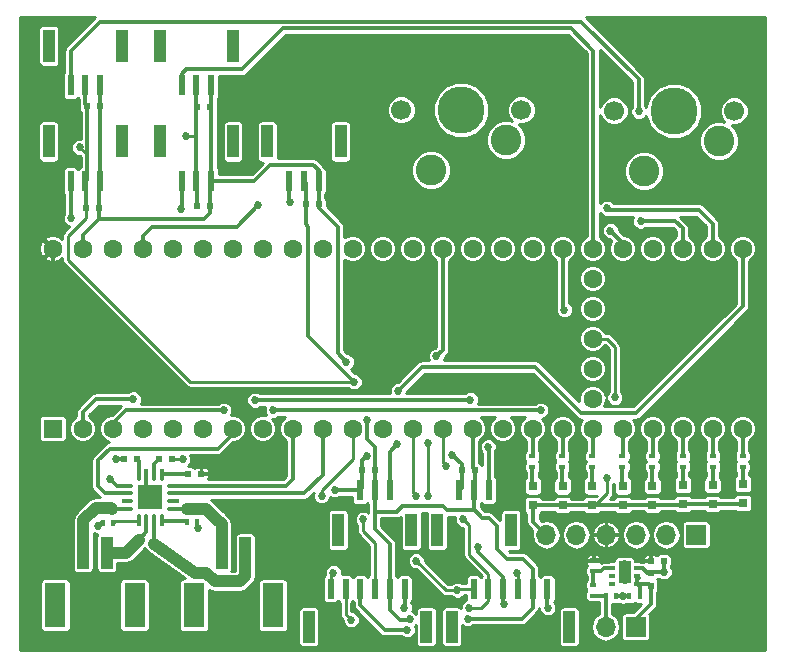
<source format=gbr>
G04 #@! TF.FileFunction,Copper,L1,Top,Signal*
%FSLAX46Y46*%
G04 Gerber Fmt 4.6, Leading zero omitted, Abs format (unit mm)*
G04 Created by KiCad (PCBNEW 4.0.7) date Saturday, March 17, 2018 'PMt' 07:01:06 PM*
%MOMM*%
%LPD*%
G01*
G04 APERTURE LIST*
%ADD10C,0.100000*%
%ADD11R,0.500000X0.400000*%
%ADD12R,1.100000X1.900000*%
%ADD13C,0.685800*%
%ADD14C,3.980180*%
%ADD15C,2.600000*%
%ADD16C,1.699260*%
%ADD17R,1.000000X2.700000*%
%ADD18R,1.800000X3.800000*%
%ADD19R,0.800000X0.800000*%
%ADD20R,0.600000X1.700000*%
%ADD21R,1.700000X1.700000*%
%ADD22O,1.700000X1.700000*%
%ADD23R,0.350000X0.825000*%
%ADD24C,0.350000*%
%ADD25R,0.825000X0.350000*%
%ADD26R,2.100000X2.100000*%
%ADD27R,0.500000X0.600000*%
%ADD28R,0.600000X0.500000*%
%ADD29R,0.600000X0.400000*%
%ADD30R,0.400000X0.600000*%
%ADD31C,1.600000*%
%ADD32R,1.600000X1.600000*%
%ADD33R,1.000000X2.800000*%
%ADD34C,0.250000*%
%ADD35C,0.375000*%
%ADD36C,1.000000*%
G04 APERTURE END LIST*
D10*
D11*
X115199040Y-110939680D03*
X115199040Y-110289680D03*
X115199040Y-109639680D03*
X115199040Y-108989680D03*
X113099040Y-108989680D03*
X113099040Y-109639680D03*
X113099040Y-110289680D03*
X113099040Y-110939680D03*
D12*
X114149040Y-109964680D03*
D13*
X114149040Y-109964680D03*
X114149040Y-109314680D03*
X114149040Y-110614680D03*
D14*
X118338600Y-70906640D03*
D15*
X115798600Y-75986640D03*
X122148600Y-73446640D03*
D16*
X123418600Y-70906640D03*
X113258600Y-70906640D03*
D14*
X100319840Y-70830440D03*
D15*
X97779840Y-75910440D03*
X104129840Y-73370440D03*
D16*
X105399840Y-70830440D03*
X95239840Y-70830440D03*
D17*
X68311520Y-108304960D03*
X70311520Y-108304960D03*
D18*
X65961520Y-112754960D03*
X72661520Y-112754960D03*
D17*
X80036160Y-108325280D03*
X82036160Y-108325280D03*
D18*
X77686160Y-112775280D03*
X84386160Y-112775280D03*
D19*
X124165360Y-102522120D03*
X124165360Y-104122120D03*
X121594880Y-102605940D03*
X121594880Y-104205940D03*
X119108220Y-102605940D03*
X119108220Y-104205940D03*
X116509800Y-102661820D03*
X116509800Y-104261820D03*
X114000000Y-102700000D03*
X114000000Y-104300000D03*
X111400000Y-102700000D03*
X111400000Y-104300000D03*
X108900000Y-102700000D03*
X108900000Y-104300000D03*
X106400000Y-102700000D03*
X106400000Y-104300000D03*
D20*
X89270040Y-111383200D03*
X90520040Y-111383200D03*
X91770040Y-111383200D03*
X93020040Y-111383200D03*
X94270040Y-111383200D03*
X95520040Y-111383200D03*
D17*
X87420040Y-114583200D03*
X97370040Y-114583200D03*
D21*
X120200000Y-106800000D03*
D22*
X117660000Y-106800000D03*
X115120000Y-106800000D03*
X112580000Y-106800000D03*
X110040000Y-106800000D03*
X107500000Y-106800000D03*
D20*
X101370600Y-111393360D03*
X102620600Y-111393360D03*
X103870600Y-111393360D03*
X105120600Y-111393360D03*
X106370600Y-111393360D03*
X107620600Y-111393360D03*
D17*
X99520600Y-114593360D03*
X109470600Y-114593360D03*
D21*
X115077240Y-114594640D03*
D22*
X112537240Y-114594640D03*
D23*
X72999960Y-105599180D03*
D24*
X72999960Y-105186680D03*
D23*
X73649960Y-105599180D03*
D24*
X73649960Y-105186680D03*
D23*
X74299960Y-105599180D03*
D24*
X74299960Y-105186680D03*
D23*
X74949960Y-105599180D03*
D24*
X74949960Y-105186680D03*
D25*
X75962460Y-104586680D03*
D24*
X75549960Y-104586680D03*
D25*
X75962460Y-103936680D03*
D24*
X75549960Y-103936680D03*
D25*
X75962460Y-103286680D03*
D24*
X75549960Y-103286680D03*
D25*
X75962460Y-102636680D03*
D24*
X75549960Y-102636680D03*
D23*
X74949960Y-101624180D03*
D24*
X74949960Y-102036680D03*
D23*
X74299960Y-101624180D03*
D24*
X74299960Y-102036680D03*
D23*
X73649960Y-101624180D03*
D24*
X73649960Y-102036680D03*
D23*
X72999960Y-101624180D03*
D24*
X72999960Y-102036680D03*
D25*
X71987460Y-102636680D03*
D24*
X72399960Y-102636680D03*
D25*
X71987460Y-103286680D03*
D24*
X72399960Y-103286680D03*
D25*
X71987460Y-103936680D03*
D24*
X72399960Y-103936680D03*
D25*
X71987460Y-104586680D03*
D24*
X72399960Y-104586680D03*
D26*
X73974960Y-103611680D03*
D27*
X116350000Y-110000000D03*
X116350000Y-111100000D03*
D28*
X116350000Y-109000000D03*
X117450000Y-109000000D03*
X100350000Y-101300000D03*
X101450000Y-101300000D03*
X91950000Y-101300000D03*
X93050000Y-101300000D03*
X88250000Y-78800000D03*
X87150000Y-78800000D03*
X79050000Y-79000000D03*
X77950000Y-79000000D03*
X69650000Y-79100000D03*
X68550000Y-79100000D03*
X79050000Y-70600000D03*
X77950000Y-70600000D03*
X69750000Y-70500000D03*
X68650000Y-70500000D03*
X71733320Y-100390960D03*
X72833320Y-100390960D03*
X78299400Y-101625400D03*
X77199400Y-101625400D03*
X74745760Y-100385880D03*
X75845760Y-100385880D03*
D29*
X111512520Y-108976200D03*
X111512520Y-109876200D03*
X111500000Y-111050000D03*
X111500000Y-111950000D03*
D30*
X70858800Y-105765600D03*
X69958800Y-105765600D03*
D29*
X124137420Y-101061940D03*
X124137420Y-100161940D03*
X121622820Y-101034000D03*
X121622820Y-100134000D03*
X119080280Y-101034000D03*
X119080280Y-100134000D03*
X116509800Y-101034000D03*
X116509800Y-100134000D03*
X113967260Y-101034000D03*
X113967260Y-100134000D03*
X111424720Y-101061940D03*
X111424720Y-100161940D03*
X108882180Y-101034000D03*
X108882180Y-100134000D03*
X106339640Y-101061940D03*
X106339640Y-100161940D03*
D30*
X77070800Y-105745280D03*
X77970800Y-105745280D03*
D31*
X106359960Y-97805240D03*
X108899960Y-97805240D03*
X111439960Y-97805240D03*
X113979960Y-97805240D03*
X103819960Y-97805240D03*
X101279960Y-97805240D03*
X98739960Y-97805240D03*
X116519960Y-97805240D03*
X119059960Y-97805240D03*
X121599960Y-97805240D03*
X124139960Y-97805240D03*
X111439960Y-95265240D03*
X111439960Y-92725240D03*
X111439960Y-90185240D03*
X111439960Y-87645240D03*
X111439960Y-85105240D03*
X124139960Y-82565240D03*
X121599960Y-82565240D03*
X119059960Y-82565240D03*
X116519960Y-82565240D03*
X113979960Y-82565240D03*
X111439960Y-82565240D03*
X108899960Y-82565240D03*
X106359960Y-82565240D03*
X96199960Y-97805240D03*
X93659960Y-97805240D03*
X91119960Y-97805240D03*
X88579960Y-97805240D03*
X86039960Y-97805240D03*
X83499960Y-97805240D03*
X80959960Y-97805240D03*
X78419960Y-97805240D03*
X75879960Y-97805240D03*
X73339960Y-97805240D03*
X70799960Y-97805240D03*
X68259960Y-97805240D03*
D32*
X65719960Y-97805240D03*
D31*
X103819960Y-82565240D03*
X101279960Y-82565240D03*
X98739960Y-82565240D03*
X96199960Y-82565240D03*
X93659960Y-82565240D03*
X91119960Y-82565240D03*
X88579960Y-82565240D03*
X86039960Y-82565240D03*
X83499960Y-82565240D03*
X80959960Y-82565240D03*
X78419960Y-82565240D03*
X75879960Y-82565240D03*
X73339960Y-82565240D03*
X70799960Y-82565240D03*
X68259960Y-82565240D03*
X65719960Y-82565240D03*
D20*
X94250000Y-103050000D03*
X93000000Y-103050000D03*
X91750000Y-103050000D03*
D33*
X96100000Y-106400000D03*
X89900000Y-106400000D03*
D20*
X85750000Y-76850000D03*
X87000000Y-76850000D03*
X88250000Y-76850000D03*
D33*
X83900000Y-73500000D03*
X90100000Y-73500000D03*
D20*
X76650000Y-76850000D03*
X77900000Y-76850000D03*
X79150000Y-76850000D03*
D33*
X74800000Y-73500000D03*
X81000000Y-73500000D03*
D20*
X67250000Y-68750000D03*
X68500000Y-68750000D03*
X69750000Y-68750000D03*
D33*
X65400000Y-65400000D03*
X71600000Y-65400000D03*
D20*
X67250000Y-76850000D03*
X68500000Y-76850000D03*
X69750000Y-76850000D03*
D33*
X65400000Y-73500000D03*
X71600000Y-73500000D03*
D20*
X76650000Y-68750000D03*
X77900000Y-68750000D03*
X79150000Y-68750000D03*
D33*
X74800000Y-65400000D03*
X81000000Y-65400000D03*
D20*
X102650000Y-103050000D03*
X101400000Y-103050000D03*
X100150000Y-103050000D03*
D33*
X104500000Y-106400000D03*
X98300000Y-106400000D03*
D30*
X114550000Y-112000000D03*
X115450000Y-112000000D03*
X112550000Y-112000000D03*
X113450000Y-112000000D03*
D13*
X76753720Y-100390960D03*
X112694720Y-101986080D03*
X113324640Y-95163640D03*
X117500000Y-109950000D03*
X107650000Y-113000000D03*
X95500000Y-113000000D03*
X69550000Y-106050000D03*
X78000000Y-106250000D03*
X71100000Y-100400000D03*
X73974960Y-103611680D03*
X80850000Y-101850000D03*
X81450000Y-104100000D03*
X109987080Y-110810040D03*
X92506800Y-116022120D03*
X89600000Y-103000000D03*
X90600000Y-92150000D03*
X92300000Y-100150000D03*
X99550000Y-100050000D03*
X94900000Y-99150000D03*
X95000000Y-94600000D03*
X85800000Y-78650000D03*
X112650000Y-79150000D03*
X115500000Y-80250000D03*
X76550000Y-79250000D03*
X115350000Y-70950000D03*
X112950000Y-81050000D03*
X67300000Y-80000000D03*
X109050000Y-87750000D03*
X102600000Y-99350000D03*
X68000000Y-74000000D03*
X77000000Y-73000000D03*
X92350000Y-97050000D03*
X91250000Y-93850000D03*
X95950000Y-113950000D03*
X100850000Y-113900000D03*
X83150000Y-78900000D03*
X70550000Y-102050000D03*
X96500000Y-109000000D03*
X96500000Y-103500000D03*
X100000000Y-111500000D03*
X89500000Y-110000000D03*
X99000000Y-101000000D03*
X100500000Y-105500000D03*
X91000000Y-114000000D03*
X101000000Y-113000000D03*
X105000000Y-110000000D03*
X97500000Y-103500000D03*
X97500000Y-99000000D03*
X88500000Y-103500000D03*
X92000000Y-105500000D03*
X98200000Y-91700000D03*
X101750000Y-107800000D03*
X103900000Y-112650000D03*
X95750000Y-114850000D03*
X114000000Y-112000000D03*
X80200000Y-96250000D03*
X84400000Y-96250000D03*
X107050000Y-96250000D03*
X72550000Y-95300000D03*
X82850000Y-95400000D03*
X101100000Y-95350000D03*
D34*
X75845760Y-100385880D02*
X76748640Y-100385880D01*
X76748640Y-100385880D02*
X76753720Y-100390960D01*
X121594880Y-104205940D02*
X124081540Y-104205940D01*
X124081540Y-104205940D02*
X124165360Y-104122120D01*
X114000000Y-104300000D02*
X116471620Y-104300000D01*
X116471620Y-104300000D02*
X116509800Y-104261820D01*
X111439960Y-90185240D02*
X112623600Y-90185240D01*
X112694720Y-103286560D02*
X111681280Y-104300000D01*
X112694720Y-101986080D02*
X112694720Y-103286560D01*
X113324640Y-90886280D02*
X113324640Y-95163640D01*
X112623600Y-90185240D02*
X113324640Y-90886280D01*
X111681280Y-104300000D02*
X111400000Y-104300000D01*
D35*
X106400000Y-104300000D02*
X108900000Y-104300000D01*
X108900000Y-104300000D02*
X111400000Y-104300000D01*
X111400000Y-104300000D02*
X114000000Y-104300000D01*
X114000000Y-104300000D02*
X114038180Y-104261820D01*
X114038180Y-104261820D02*
X119052340Y-104261820D01*
X119052340Y-104261820D02*
X119108220Y-104205940D01*
X119108220Y-104205940D02*
X124081540Y-104205940D01*
X124081540Y-104205940D02*
X124165360Y-104122120D01*
X106400000Y-104300000D02*
X106400000Y-105700000D01*
X106400000Y-105700000D02*
X107500000Y-106800000D01*
X115199040Y-109639680D02*
X115689680Y-109639680D01*
X116050000Y-110000000D02*
X116350000Y-110000000D01*
X115689680Y-109639680D02*
X116050000Y-110000000D01*
X117450000Y-109000000D02*
X117450000Y-109900000D01*
X117500000Y-109950000D02*
X116500000Y-109950000D01*
X117450000Y-109900000D02*
X117500000Y-109950000D01*
X116350000Y-110000000D02*
X116450000Y-110000000D01*
X116450000Y-110000000D02*
X116500000Y-109950000D01*
X111500000Y-111950000D02*
X112500000Y-111950000D01*
X112500000Y-111950000D02*
X112550000Y-112000000D01*
X112550000Y-112000000D02*
X112550000Y-114581880D01*
X112550000Y-114581880D02*
X112537240Y-114594640D01*
X107620600Y-111393360D02*
X107620600Y-112970600D01*
X107620600Y-112970600D02*
X107650000Y-113000000D01*
X95520040Y-111383200D02*
X95520040Y-112979960D01*
X95520040Y-112979960D02*
X95500000Y-113000000D01*
X69958800Y-105765600D02*
X69834400Y-105765600D01*
X69834400Y-105765600D02*
X69550000Y-106050000D01*
X77970800Y-105745280D02*
X77970800Y-106220800D01*
X77970800Y-106220800D02*
X78000000Y-106250000D01*
X71733320Y-100390960D02*
X71109040Y-100390960D01*
X71109040Y-100390960D02*
X71100000Y-100400000D01*
X73649960Y-103286680D02*
X73974960Y-103611680D01*
X73649960Y-101624180D02*
X73649960Y-103286680D01*
X115450000Y-112000000D02*
X115450000Y-111190640D01*
X115450000Y-111190640D02*
X115199040Y-110939680D01*
X115077240Y-114594640D02*
X115077240Y-113922760D01*
X115077240Y-113922760D02*
X116350000Y-112650000D01*
X116350000Y-112650000D02*
X116350000Y-111100000D01*
X116350000Y-111100000D02*
X116189680Y-110939680D01*
X116189680Y-110939680D02*
X115199040Y-110939680D01*
X115199040Y-110939680D02*
X115199040Y-110289680D01*
X115199040Y-110289680D02*
X115332600Y-110423240D01*
D34*
X81450000Y-104100000D02*
X81849600Y-104100000D01*
X110845560Y-108976200D02*
X111512520Y-108976200D01*
X110002320Y-109819440D02*
X110845560Y-108976200D01*
X110002320Y-110794800D02*
X110002320Y-109819440D01*
X109987080Y-110810040D02*
X110002320Y-110794800D01*
X92501720Y-116017040D02*
X92506800Y-116022120D01*
X91673680Y-116017040D02*
X92501720Y-116017040D01*
X87137240Y-111480600D02*
X91673680Y-116017040D01*
X87137240Y-109387640D02*
X87137240Y-111480600D01*
X81849600Y-104100000D02*
X87137240Y-109387640D01*
D35*
X65719960Y-82565240D02*
X65719960Y-86169960D01*
X82150000Y-100550000D02*
X80850000Y-101850000D01*
X82150000Y-96750000D02*
X82150000Y-100550000D01*
X80650000Y-95250000D02*
X82150000Y-96750000D01*
X74800000Y-95250000D02*
X80650000Y-95250000D01*
X65719960Y-86169960D02*
X74800000Y-95250000D01*
X78299400Y-101625400D02*
X80625400Y-101625400D01*
X80625400Y-101625400D02*
X80850000Y-101850000D01*
X115199040Y-108989680D02*
X116339680Y-108989680D01*
X116339680Y-108989680D02*
X116350000Y-109000000D01*
X111512520Y-108976200D02*
X113085560Y-108976200D01*
X113085560Y-108976200D02*
X113099040Y-108989680D01*
X116339680Y-108989680D02*
X116350000Y-109000000D01*
X113085560Y-108976200D02*
X113099040Y-108989680D01*
X115204320Y-108984400D02*
X115199040Y-108989680D01*
X88250000Y-78800000D02*
X88250000Y-79100000D01*
X89650000Y-103050000D02*
X91750000Y-103050000D01*
X89600000Y-103000000D02*
X89650000Y-103050000D01*
X89850000Y-91400000D02*
X90600000Y-92150000D01*
X89850000Y-80700000D02*
X89850000Y-91400000D01*
X88250000Y-79100000D02*
X89850000Y-80700000D01*
X100350000Y-101300000D02*
X100350000Y-102850000D01*
X100350000Y-102850000D02*
X100150000Y-103050000D01*
X91950000Y-101300000D02*
X91950000Y-100500000D01*
X100350000Y-100850000D02*
X100350000Y-101300000D01*
X91950000Y-100500000D02*
X92300000Y-100150000D01*
X99550000Y-100050000D02*
X100350000Y-100850000D01*
X91950000Y-101300000D02*
X91950000Y-102850000D01*
X91950000Y-102850000D02*
X91750000Y-103050000D01*
X79150000Y-76850000D02*
X82800000Y-76850000D01*
X88250000Y-75950000D02*
X88250000Y-76850000D01*
X87800000Y-75500000D02*
X88250000Y-75950000D01*
X84150000Y-75500000D02*
X87800000Y-75500000D01*
X82800000Y-76850000D02*
X84150000Y-75500000D01*
X69650000Y-80075000D02*
X78525000Y-80075000D01*
X79050000Y-79550000D02*
X79050000Y-79000000D01*
X78525000Y-80075000D02*
X79050000Y-79550000D01*
X68259960Y-82565240D02*
X68259960Y-81440040D01*
X69650000Y-80050000D02*
X69650000Y-80075000D01*
X69650000Y-80075000D02*
X69650000Y-79100000D01*
X68259960Y-81440040D02*
X69650000Y-80050000D01*
X88250000Y-76850000D02*
X88250000Y-78800000D01*
X79150000Y-68750000D02*
X79150000Y-70500000D01*
X79150000Y-70500000D02*
X79150000Y-76850000D01*
X79150000Y-76850000D02*
X79050000Y-76950000D01*
X79050000Y-76950000D02*
X79050000Y-79000000D01*
X69750000Y-70500000D02*
X69750000Y-76850000D01*
X69750000Y-76850000D02*
X69650000Y-76950000D01*
X69650000Y-76950000D02*
X69650000Y-79100000D01*
X69750000Y-68750000D02*
X69750000Y-70500000D01*
X124137420Y-101061940D02*
X124137420Y-102494180D01*
X124137420Y-102494180D02*
X124165360Y-102522120D01*
X121622820Y-101034000D02*
X121622820Y-102578000D01*
X121622820Y-102578000D02*
X121594880Y-102605940D01*
X119080280Y-101034000D02*
X119080280Y-102578000D01*
X119080280Y-102578000D02*
X119108220Y-102605940D01*
X116509800Y-101034000D02*
X116509800Y-102661820D01*
X113967260Y-101034000D02*
X113967260Y-102667260D01*
X113967260Y-102667260D02*
X114000000Y-102700000D01*
X111424720Y-101061940D02*
X111424720Y-102675280D01*
X111424720Y-102675280D02*
X111400000Y-102700000D01*
X108882180Y-101034000D02*
X108882180Y-102682180D01*
X108882180Y-102682180D02*
X108900000Y-102700000D01*
X106339640Y-101061940D02*
X106339640Y-102639640D01*
X106339640Y-102639640D02*
X106400000Y-102700000D01*
X124139960Y-82565240D02*
X124139960Y-87460040D01*
X94250000Y-99800000D02*
X94250000Y-103050000D01*
X94900000Y-99150000D02*
X94250000Y-99800000D01*
X97000000Y-92600000D02*
X95000000Y-94600000D01*
X106600000Y-92600000D02*
X97000000Y-92600000D01*
X110500000Y-96500000D02*
X106600000Y-92600000D01*
X115100000Y-96500000D02*
X110500000Y-96500000D01*
X124139960Y-87460040D02*
X115100000Y-96500000D01*
X121599960Y-82565240D02*
X121599960Y-80449960D01*
X85750000Y-78600000D02*
X85750000Y-76850000D01*
X85800000Y-78650000D02*
X85750000Y-78600000D01*
X112800000Y-79300000D02*
X112650000Y-79150000D01*
X120450000Y-79300000D02*
X112800000Y-79300000D01*
X121599960Y-80449960D02*
X120450000Y-79300000D01*
X76650000Y-76850000D02*
X76650000Y-79150000D01*
X119059960Y-80859960D02*
X119059960Y-82565240D01*
X118450000Y-80250000D02*
X119059960Y-80859960D01*
X115500000Y-80250000D02*
X118450000Y-80250000D01*
X76650000Y-79150000D02*
X76550000Y-79250000D01*
X67250000Y-68750000D02*
X67250000Y-65850000D01*
X115350000Y-68250000D02*
X115350000Y-70950000D01*
X110450000Y-63350000D02*
X115350000Y-68250000D01*
X97350000Y-63350000D02*
X110450000Y-63350000D01*
X92350000Y-63350000D02*
X97350000Y-63350000D01*
X90050000Y-63350000D02*
X92350000Y-63350000D01*
X69750000Y-63350000D02*
X90050000Y-63350000D01*
X67250000Y-65850000D02*
X69750000Y-63350000D01*
X113979960Y-82565240D02*
X113979960Y-82079960D01*
X113979960Y-82079960D02*
X112950000Y-81050000D01*
X67300000Y-80000000D02*
X67250000Y-79950000D01*
X67250000Y-79950000D02*
X67250000Y-76850000D01*
X76650000Y-68750000D02*
X76650000Y-67750000D01*
X111500000Y-65800000D02*
X111500000Y-82505200D01*
X109625002Y-63925002D02*
X111500000Y-65800000D01*
X85224998Y-63925002D02*
X109625002Y-63925002D01*
X81750000Y-67400000D02*
X85224998Y-63925002D01*
X77000000Y-67400000D02*
X81750000Y-67400000D01*
X76650000Y-67750000D02*
X77000000Y-67400000D01*
X111500000Y-82505200D02*
X111439960Y-82565240D01*
X102650000Y-103050000D02*
X102650000Y-99400000D01*
X108899960Y-87599960D02*
X108899960Y-82565240D01*
X109050000Y-87750000D02*
X108899960Y-87599960D01*
X102650000Y-99400000D02*
X102600000Y-99350000D01*
D34*
X77900000Y-76850000D02*
X77900000Y-73000000D01*
X68650000Y-75000000D02*
X68650000Y-74650000D01*
X68650000Y-74650000D02*
X68000000Y-74000000D01*
X77000000Y-73000000D02*
X77900000Y-73000000D01*
X77900000Y-73000000D02*
X77500000Y-73000000D01*
X68550000Y-79100000D02*
X68550000Y-79950000D01*
X77350000Y-93850000D02*
X91250000Y-93850000D01*
X67000000Y-83500000D02*
X77350000Y-93850000D01*
X67000000Y-81500000D02*
X67000000Y-83500000D01*
X68550000Y-79950000D02*
X67000000Y-81500000D01*
D35*
X93050000Y-101300000D02*
X93050000Y-99350000D01*
X93050000Y-99350000D02*
X92350000Y-98650000D01*
X92350000Y-98650000D02*
X92350000Y-97050000D01*
X87150000Y-80500000D02*
X87150000Y-78800000D01*
X91250000Y-93850000D02*
X87350000Y-89950000D01*
X87350000Y-89950000D02*
X87350000Y-80700000D01*
X87350000Y-80700000D02*
X87150000Y-80500000D01*
X101400000Y-103050000D02*
X101400000Y-104650000D01*
X101400000Y-104650000D02*
X101350000Y-104700000D01*
X94850000Y-104850000D02*
X93000000Y-104850000D01*
X95300000Y-104400000D02*
X94850000Y-104850000D01*
X98800000Y-104400000D02*
X95300000Y-104400000D01*
X99100000Y-104700000D02*
X98800000Y-104400000D01*
X101350000Y-104700000D02*
X99100000Y-104700000D01*
X101279960Y-97805240D02*
X101279960Y-101129960D01*
X101279960Y-101129960D02*
X101450000Y-101300000D01*
X106370600Y-109670600D02*
X106370600Y-111393360D01*
X105550000Y-108850000D02*
X106370600Y-109670600D01*
X104200000Y-108850000D02*
X105550000Y-108850000D01*
X103350000Y-108000000D02*
X104200000Y-108850000D01*
X103350000Y-106050000D02*
X103350000Y-108000000D01*
X102650000Y-105350000D02*
X103350000Y-106050000D01*
X102100000Y-105350000D02*
X102650000Y-105350000D01*
X101400000Y-104650000D02*
X102100000Y-105350000D01*
X93000000Y-103050000D02*
X93000000Y-104850000D01*
X93000000Y-104850000D02*
X93000000Y-106300000D01*
X94270040Y-107570040D02*
X94270040Y-111383200D01*
X93000000Y-106300000D02*
X94270040Y-107570040D01*
X106370600Y-111393360D02*
X106370600Y-112979400D01*
X94270040Y-113170040D02*
X94270040Y-111383200D01*
X95100000Y-114000000D02*
X94270040Y-113170040D01*
X95900000Y-114000000D02*
X95100000Y-114000000D01*
X95950000Y-113950000D02*
X95900000Y-114000000D01*
X105450000Y-113900000D02*
X100850000Y-113900000D01*
X106370600Y-112979400D02*
X105450000Y-113900000D01*
X101450000Y-101300000D02*
X101450000Y-103000000D01*
X101450000Y-103000000D02*
X101400000Y-103050000D01*
X93050000Y-101300000D02*
X93050000Y-103000000D01*
X93050000Y-103000000D02*
X93000000Y-103050000D01*
X87000000Y-76850000D02*
X87150000Y-77000000D01*
X87150000Y-77000000D02*
X87150000Y-78800000D01*
X77900000Y-68750000D02*
X77900000Y-70550000D01*
X77900000Y-70550000D02*
X77900000Y-76850000D01*
X77900000Y-76850000D02*
X77950000Y-76900000D01*
X77950000Y-76900000D02*
X77950000Y-79000000D01*
X68550000Y-79100000D02*
X68550000Y-76900000D01*
X68550000Y-76900000D02*
X68650000Y-76800000D01*
X68650000Y-76800000D02*
X68650000Y-75000000D01*
X68650000Y-75000000D02*
X68650000Y-70500000D01*
X68500000Y-68750000D02*
X68500000Y-70350000D01*
X68500000Y-70350000D02*
X68650000Y-70500000D01*
X111499820Y-110998040D02*
X111499820Y-109888900D01*
X111499820Y-109888900D02*
X111512520Y-109876200D01*
X111512520Y-109876200D02*
X112180960Y-109876200D01*
X112417480Y-109639680D02*
X113099040Y-109639680D01*
X112180960Y-109876200D02*
X112417480Y-109639680D01*
X73339960Y-82565240D02*
X73339960Y-81510040D01*
X81350000Y-80700000D02*
X83150000Y-78900000D01*
X74150000Y-80700000D02*
X81350000Y-80700000D01*
X73339960Y-81510040D02*
X74150000Y-80700000D01*
X124139960Y-97805240D02*
X124139960Y-100159400D01*
X124139960Y-100159400D02*
X124137420Y-100161940D01*
X121599960Y-97805240D02*
X121599960Y-100111140D01*
X121599960Y-100111140D02*
X121622820Y-100134000D01*
X119059960Y-97805240D02*
X119059960Y-100113680D01*
X119059960Y-100113680D02*
X119080280Y-100134000D01*
X116519960Y-97805240D02*
X116519960Y-100123840D01*
X116519960Y-100123840D02*
X116509800Y-100134000D01*
X113979960Y-97805240D02*
X113979960Y-100121300D01*
X113979960Y-100121300D02*
X113967260Y-100134000D01*
X111439960Y-97805240D02*
X111439960Y-100146700D01*
X111439960Y-100146700D02*
X111424720Y-100161940D01*
X108899960Y-97805240D02*
X108899960Y-100116220D01*
X108899960Y-100116220D02*
X108882180Y-100134000D01*
X106359960Y-97805240D02*
X106359960Y-100141620D01*
X106359960Y-100141620D02*
X106339640Y-100161940D01*
X86039960Y-97805240D02*
X86039960Y-102071718D01*
X85474998Y-102636680D02*
X75962460Y-102636680D01*
X86039960Y-102071718D02*
X85474998Y-102636680D01*
X75962460Y-103286680D02*
X87013320Y-103286680D01*
X88579960Y-101720040D02*
X88579960Y-97805240D01*
X87013320Y-103286680D02*
X88579960Y-101720040D01*
X71987460Y-102636680D02*
X71136680Y-102636680D01*
X71136680Y-102636680D02*
X70550000Y-102050000D01*
X71987460Y-103286680D02*
X70136680Y-103286680D01*
X79700000Y-99500000D02*
X80959960Y-98240040D01*
X70550000Y-99500000D02*
X79700000Y-99500000D01*
X69550000Y-100500000D02*
X70550000Y-99500000D01*
X69550000Y-102700000D02*
X69550000Y-100500000D01*
X70136680Y-103286680D02*
X69550000Y-102700000D01*
X80959960Y-98240040D02*
X80959960Y-97805240D01*
X72999960Y-101624180D02*
X72999960Y-100557600D01*
X72999960Y-100557600D02*
X72833320Y-100390960D01*
X74949960Y-101624180D02*
X77198180Y-101624180D01*
X77198180Y-101624180D02*
X77199400Y-101625400D01*
X74299960Y-101624180D02*
X74299960Y-100831680D01*
X74299960Y-100831680D02*
X74745760Y-100385880D01*
D34*
X72999960Y-105599180D02*
X71025220Y-105599180D01*
X71025220Y-105599180D02*
X70858800Y-105765600D01*
D35*
X74949960Y-105599180D02*
X76924700Y-105599180D01*
X76924700Y-105599180D02*
X77070800Y-105745280D01*
D34*
X96199960Y-97805240D02*
X96199960Y-103199960D01*
X99000000Y-111500000D02*
X100000000Y-111500000D01*
X96500000Y-109000000D02*
X99000000Y-111500000D01*
X96199960Y-103199960D02*
X96500000Y-103500000D01*
X89270040Y-111383200D02*
X89270040Y-110229960D01*
X100106640Y-111393360D02*
X101370600Y-111393360D01*
X100000000Y-111500000D02*
X100106640Y-111393360D01*
X89270040Y-110229960D02*
X89500000Y-110000000D01*
X102620600Y-111393360D02*
X102620600Y-110120600D01*
X98739960Y-100739960D02*
X98739960Y-97805240D01*
X99000000Y-101000000D02*
X98739960Y-100739960D01*
X101000000Y-106000000D02*
X100500000Y-105500000D01*
X101000000Y-108500000D02*
X101000000Y-106000000D01*
X102620600Y-110120600D02*
X101000000Y-108500000D01*
X102620600Y-111393360D02*
X102620600Y-112379400D01*
X90520040Y-113520040D02*
X90520040Y-111383200D01*
X91000000Y-114000000D02*
X90520040Y-113520040D01*
X102000000Y-113000000D02*
X101000000Y-113000000D01*
X102620600Y-112379400D02*
X102000000Y-113000000D01*
X105120600Y-110120600D02*
X105120600Y-111393360D01*
X105000000Y-110000000D02*
X105120600Y-110120600D01*
X97500000Y-102000000D02*
X97500000Y-103500000D01*
X97500000Y-99000000D02*
X97500000Y-102000000D01*
X93020040Y-111383200D02*
X93020040Y-107520040D01*
X91119960Y-100380040D02*
X91119960Y-97805240D01*
X88500000Y-103000000D02*
X91119960Y-100380040D01*
X88500000Y-103500000D02*
X88500000Y-103000000D01*
X92000000Y-106500000D02*
X92000000Y-105500000D01*
X93020040Y-107520040D02*
X92000000Y-106500000D01*
D35*
X103870600Y-111393360D02*
X103870600Y-110357424D01*
X98739960Y-91160040D02*
X98739960Y-82565240D01*
X98200000Y-91700000D02*
X98739960Y-91160040D01*
X101750000Y-108236824D02*
X101750000Y-107800000D01*
X103870600Y-110357424D02*
X101750000Y-108236824D01*
X91770040Y-111383200D02*
X91770040Y-112770040D01*
X103870600Y-112620600D02*
X103870600Y-111393360D01*
X103900000Y-112650000D02*
X103870600Y-112620600D01*
X93850000Y-114850000D02*
X95750000Y-114850000D01*
X91770040Y-112770040D02*
X93850000Y-114850000D01*
X113450000Y-112000000D02*
X114000000Y-112000000D01*
X114000000Y-112000000D02*
X114550000Y-112000000D01*
X73649960Y-105599180D02*
X73649960Y-106598600D01*
D36*
X71953760Y-108304960D02*
X70311520Y-108304960D01*
X73027540Y-107231180D02*
X71953760Y-108304960D01*
X73027540Y-107221020D02*
X73027540Y-107231180D01*
D35*
X73649960Y-106598600D02*
X73027540Y-107221020D01*
X74299960Y-105599180D02*
X74317859Y-107571471D01*
D36*
X82036160Y-110287560D02*
X82036160Y-108325280D01*
X81577180Y-110746540D02*
X82036160Y-110287560D01*
X79451200Y-110746540D02*
X81577180Y-110746540D01*
X78719680Y-110015020D02*
X79451200Y-110746540D01*
X77746860Y-110015020D02*
X78719680Y-110015020D01*
X74317859Y-107571471D02*
X77746860Y-110015020D01*
X79588360Y-105443020D02*
X79595980Y-105443020D01*
X77131820Y-104586680D02*
X77134000Y-104584500D01*
X77134000Y-104584500D02*
X78719680Y-104584500D01*
X78719680Y-104584500D02*
X79578200Y-105443020D01*
X79578200Y-105443020D02*
X79588360Y-105443020D01*
D35*
X75962460Y-104586680D02*
X77131820Y-104586680D01*
D36*
X80036160Y-105883200D02*
X80036160Y-108325280D01*
X79595980Y-105443020D02*
X80036160Y-105883200D01*
D35*
X71987460Y-104586680D02*
X70761500Y-104586680D01*
D36*
X68311520Y-105561640D02*
X68311520Y-108304960D01*
X69357240Y-104515920D02*
X68311520Y-105561640D01*
X70690740Y-104515920D02*
X69357240Y-104515920D01*
X70761500Y-104586680D02*
X70690740Y-104515920D01*
D35*
X70799960Y-97805240D02*
X70799960Y-97350040D01*
X70799960Y-97350040D02*
X71900000Y-96250000D01*
X71900000Y-96250000D02*
X80200000Y-96250000D01*
X84400000Y-96250000D02*
X92050000Y-96250000D01*
X92050000Y-96250000D02*
X107050000Y-96250000D01*
X68259960Y-96440040D02*
X68259960Y-97805240D01*
X69400000Y-95300000D02*
X68259960Y-96440040D01*
X72550000Y-95300000D02*
X69400000Y-95300000D01*
X101050000Y-95400000D02*
X82850000Y-95400000D01*
X101100000Y-95350000D02*
X101050000Y-95400000D01*
D34*
G36*
X66852252Y-65452252D02*
X66730318Y-65634740D01*
X66687499Y-65850000D01*
X66687500Y-65850005D01*
X66687500Y-67623293D01*
X66683401Y-67625931D01*
X66597777Y-67751246D01*
X66567654Y-67900000D01*
X66567654Y-69600000D01*
X66593802Y-69738966D01*
X66675931Y-69866599D01*
X66801246Y-69952223D01*
X66950000Y-69982346D01*
X67550000Y-69982346D01*
X67688966Y-69956198D01*
X67816599Y-69874069D01*
X67875380Y-69788040D01*
X67925931Y-69866599D01*
X67937500Y-69874504D01*
X67937500Y-70349995D01*
X67937499Y-70350000D01*
X67967654Y-70501595D01*
X67967654Y-70750000D01*
X67993802Y-70888966D01*
X68075931Y-71016599D01*
X68087500Y-71024504D01*
X68087500Y-73282176D01*
X67857827Y-73281976D01*
X67593874Y-73391040D01*
X67391749Y-73592812D01*
X67282225Y-73856574D01*
X67281976Y-74142173D01*
X67391040Y-74406126D01*
X67592812Y-74608251D01*
X67856574Y-74717775D01*
X68010803Y-74717909D01*
X68087500Y-74794607D01*
X68087500Y-75638822D01*
X68061034Y-75643802D01*
X67933401Y-75725931D01*
X67874620Y-75811960D01*
X67824069Y-75733401D01*
X67698754Y-75647777D01*
X67550000Y-75617654D01*
X66950000Y-75617654D01*
X66811034Y-75643802D01*
X66683401Y-75725931D01*
X66597777Y-75851246D01*
X66567654Y-76000000D01*
X66567654Y-77700000D01*
X66593802Y-77838966D01*
X66675931Y-77966599D01*
X66687500Y-77974504D01*
X66687500Y-79603045D01*
X66582225Y-79856574D01*
X66581976Y-80142173D01*
X66691040Y-80406126D01*
X66892812Y-80608251D01*
X67099018Y-80693876D01*
X66646447Y-81146447D01*
X66538060Y-81308658D01*
X66500000Y-81500000D01*
X66500000Y-81749842D01*
X66455701Y-81794141D01*
X66373788Y-81622790D01*
X65963359Y-81444320D01*
X65515874Y-81436500D01*
X65099459Y-81600521D01*
X65066132Y-81622790D01*
X64984218Y-81794142D01*
X65719960Y-82529885D01*
X65734102Y-82515742D01*
X65769458Y-82551098D01*
X65755315Y-82565240D01*
X65769458Y-82579382D01*
X65734102Y-82614738D01*
X65719960Y-82600595D01*
X64984218Y-83336338D01*
X65066132Y-83507690D01*
X65476561Y-83686160D01*
X65924046Y-83693980D01*
X66340461Y-83529959D01*
X66373788Y-83507690D01*
X66455701Y-83336339D01*
X66500000Y-83380638D01*
X66500000Y-83500000D01*
X66537029Y-83686160D01*
X66538060Y-83691342D01*
X66646447Y-83853553D01*
X76996446Y-94203553D01*
X77093709Y-94268542D01*
X77158658Y-94311940D01*
X77350000Y-94350000D01*
X90734750Y-94350000D01*
X90842812Y-94458251D01*
X91106574Y-94567775D01*
X91392173Y-94568024D01*
X91656126Y-94458960D01*
X91858251Y-94257188D01*
X91967775Y-93993426D01*
X91968024Y-93707827D01*
X91858960Y-93443874D01*
X91657188Y-93241749D01*
X91393426Y-93132225D01*
X91327663Y-93132168D01*
X90969563Y-92774068D01*
X91006126Y-92758960D01*
X91208251Y-92557188D01*
X91317775Y-92293426D01*
X91318024Y-92007827D01*
X91208960Y-91743874D01*
X91007188Y-91541749D01*
X90743426Y-91432225D01*
X90677663Y-91432168D01*
X90412500Y-91167004D01*
X90412500Y-83519697D01*
X90453507Y-83560776D01*
X90885213Y-83740036D01*
X91352657Y-83740444D01*
X91784675Y-83561938D01*
X92115496Y-83231693D01*
X92294756Y-82799987D01*
X92294757Y-82797937D01*
X92484756Y-82797937D01*
X92663262Y-83229955D01*
X92993507Y-83560776D01*
X93425213Y-83740036D01*
X93892657Y-83740444D01*
X94324675Y-83561938D01*
X94655496Y-83231693D01*
X94834756Y-82799987D01*
X94834757Y-82797937D01*
X95024756Y-82797937D01*
X95203262Y-83229955D01*
X95533507Y-83560776D01*
X95965213Y-83740036D01*
X96432657Y-83740444D01*
X96864675Y-83561938D01*
X97195496Y-83231693D01*
X97374756Y-82799987D01*
X97375164Y-82332543D01*
X97196658Y-81900525D01*
X96866413Y-81569704D01*
X96434707Y-81390444D01*
X95967263Y-81390036D01*
X95535245Y-81568542D01*
X95204424Y-81898787D01*
X95025164Y-82330493D01*
X95024756Y-82797937D01*
X94834757Y-82797937D01*
X94835164Y-82332543D01*
X94656658Y-81900525D01*
X94326413Y-81569704D01*
X93894707Y-81390444D01*
X93427263Y-81390036D01*
X92995245Y-81568542D01*
X92664424Y-81898787D01*
X92485164Y-82330493D01*
X92484756Y-82797937D01*
X92294757Y-82797937D01*
X92295164Y-82332543D01*
X92116658Y-81900525D01*
X91786413Y-81569704D01*
X91354707Y-81390444D01*
X90887263Y-81390036D01*
X90455245Y-81568542D01*
X90412500Y-81611213D01*
X90412500Y-80700005D01*
X90412501Y-80700000D01*
X90369682Y-80484741D01*
X90317863Y-80407188D01*
X90247748Y-80302252D01*
X90247745Y-80302250D01*
X88932346Y-78986850D01*
X88932346Y-78550000D01*
X88906198Y-78411034D01*
X88824069Y-78283401D01*
X88812500Y-78275496D01*
X88812500Y-77976707D01*
X88816599Y-77974069D01*
X88902223Y-77848754D01*
X88932346Y-77700000D01*
X88932346Y-76242156D01*
X96104550Y-76242156D01*
X96359016Y-76858012D01*
X96829790Y-77329608D01*
X97445200Y-77585148D01*
X98111556Y-77585730D01*
X98727412Y-77331264D01*
X99199008Y-76860490D01*
X99454548Y-76245080D01*
X99455130Y-75578724D01*
X99200664Y-74962868D01*
X98729890Y-74491272D01*
X98114480Y-74235732D01*
X97448124Y-74235150D01*
X96832268Y-74489616D01*
X96360672Y-74960390D01*
X96105132Y-75575800D01*
X96104550Y-76242156D01*
X88932346Y-76242156D01*
X88932346Y-76000000D01*
X88906198Y-75861034D01*
X88824069Y-75733401D01*
X88722346Y-75663897D01*
X88720842Y-75661646D01*
X88647748Y-75552252D01*
X88647745Y-75552250D01*
X88197748Y-75102252D01*
X88015260Y-74980318D01*
X87800000Y-74937499D01*
X87799995Y-74937500D01*
X84774752Y-74937500D01*
X84782346Y-74900000D01*
X84782346Y-72100000D01*
X89217654Y-72100000D01*
X89217654Y-74900000D01*
X89243802Y-75038966D01*
X89325931Y-75166599D01*
X89451246Y-75252223D01*
X89600000Y-75282346D01*
X90600000Y-75282346D01*
X90738966Y-75256198D01*
X90866599Y-75174069D01*
X90952223Y-75048754D01*
X90982346Y-74900000D01*
X90982346Y-73702156D01*
X102454550Y-73702156D01*
X102709016Y-74318012D01*
X103179790Y-74789608D01*
X103795200Y-75045148D01*
X104461556Y-75045730D01*
X105077412Y-74791264D01*
X105549008Y-74320490D01*
X105804548Y-73705080D01*
X105805130Y-73038724D01*
X105550664Y-72422868D01*
X105183319Y-72054882D01*
X105642365Y-72055282D01*
X106092631Y-71869236D01*
X106437425Y-71525043D01*
X106624257Y-71075103D01*
X106624682Y-70587915D01*
X106438636Y-70137649D01*
X106094443Y-69792855D01*
X105644503Y-69606023D01*
X105157315Y-69605598D01*
X104707049Y-69791644D01*
X104362255Y-70135837D01*
X104175423Y-70585777D01*
X104174998Y-71072965D01*
X104361044Y-71523231D01*
X104581928Y-71744500D01*
X104464480Y-71695732D01*
X103798124Y-71695150D01*
X103182268Y-71949616D01*
X102710672Y-72420390D01*
X102455132Y-73035800D01*
X102454550Y-73702156D01*
X90982346Y-73702156D01*
X90982346Y-72100000D01*
X90956198Y-71961034D01*
X90874069Y-71833401D01*
X90748754Y-71747777D01*
X90600000Y-71717654D01*
X89600000Y-71717654D01*
X89461034Y-71743802D01*
X89333401Y-71825931D01*
X89247777Y-71951246D01*
X89217654Y-72100000D01*
X84782346Y-72100000D01*
X84756198Y-71961034D01*
X84674069Y-71833401D01*
X84548754Y-71747777D01*
X84400000Y-71717654D01*
X83400000Y-71717654D01*
X83261034Y-71743802D01*
X83133401Y-71825931D01*
X83047777Y-71951246D01*
X83017654Y-72100000D01*
X83017654Y-74900000D01*
X83043802Y-75038966D01*
X83125931Y-75166599D01*
X83251246Y-75252223D01*
X83400000Y-75282346D01*
X83572159Y-75282346D01*
X82567004Y-76287500D01*
X79832346Y-76287500D01*
X79832346Y-76000000D01*
X79806198Y-75861034D01*
X79724069Y-75733401D01*
X79712500Y-75725496D01*
X79712500Y-72100000D01*
X80117654Y-72100000D01*
X80117654Y-74900000D01*
X80143802Y-75038966D01*
X80225931Y-75166599D01*
X80351246Y-75252223D01*
X80500000Y-75282346D01*
X81500000Y-75282346D01*
X81638966Y-75256198D01*
X81766599Y-75174069D01*
X81852223Y-75048754D01*
X81882346Y-74900000D01*
X81882346Y-72100000D01*
X81856198Y-71961034D01*
X81774069Y-71833401D01*
X81648754Y-71747777D01*
X81500000Y-71717654D01*
X80500000Y-71717654D01*
X80361034Y-71743802D01*
X80233401Y-71825931D01*
X80147777Y-71951246D01*
X80117654Y-72100000D01*
X79712500Y-72100000D01*
X79712500Y-71072965D01*
X94014998Y-71072965D01*
X94201044Y-71523231D01*
X94545237Y-71868025D01*
X94995177Y-72054857D01*
X95482365Y-72055282D01*
X95932631Y-71869236D01*
X96277425Y-71525043D01*
X96371360Y-71298822D01*
X97954340Y-71298822D01*
X98313645Y-72168406D01*
X98978375Y-72834297D01*
X99847331Y-73195119D01*
X100788222Y-73195940D01*
X101657806Y-72836635D01*
X102323697Y-72171905D01*
X102684519Y-71302949D01*
X102685340Y-70362058D01*
X102326035Y-69492474D01*
X101661305Y-68826583D01*
X100792349Y-68465761D01*
X99851458Y-68464940D01*
X98981874Y-68824245D01*
X98315983Y-69488975D01*
X97955161Y-70357931D01*
X97954340Y-71298822D01*
X96371360Y-71298822D01*
X96464257Y-71075103D01*
X96464682Y-70587915D01*
X96278636Y-70137649D01*
X95934443Y-69792855D01*
X95484503Y-69606023D01*
X94997315Y-69605598D01*
X94547049Y-69791644D01*
X94202255Y-70135837D01*
X94015423Y-70585777D01*
X94014998Y-71072965D01*
X79712500Y-71072965D01*
X79712500Y-70948004D01*
X79732346Y-70850000D01*
X79732346Y-70350000D01*
X79712500Y-70244527D01*
X79712500Y-69876707D01*
X79716599Y-69874069D01*
X79802223Y-69748754D01*
X79832346Y-69600000D01*
X79832346Y-67962500D01*
X81749995Y-67962500D01*
X81750000Y-67962501D01*
X81965260Y-67919682D01*
X82147748Y-67797748D01*
X85457993Y-64487502D01*
X109392006Y-64487502D01*
X110937500Y-66032995D01*
X110937500Y-81501500D01*
X110775245Y-81568542D01*
X110444424Y-81898787D01*
X110265164Y-82330493D01*
X110264756Y-82797937D01*
X110443262Y-83229955D01*
X110773507Y-83560776D01*
X111205213Y-83740036D01*
X111672657Y-83740444D01*
X112104675Y-83561938D01*
X112435496Y-83231693D01*
X112614756Y-82799987D01*
X112615164Y-82332543D01*
X112436658Y-81900525D01*
X112106413Y-81569704D01*
X112062500Y-81551470D01*
X112062500Y-81192173D01*
X112231976Y-81192173D01*
X112341040Y-81456126D01*
X112542812Y-81658251D01*
X112806574Y-81767775D01*
X112872337Y-81767832D01*
X112993866Y-81889362D01*
X112984424Y-81898787D01*
X112805164Y-82330493D01*
X112804756Y-82797937D01*
X112983262Y-83229955D01*
X113313507Y-83560776D01*
X113745213Y-83740036D01*
X114212657Y-83740444D01*
X114644675Y-83561938D01*
X114975496Y-83231693D01*
X115154756Y-82799987D01*
X115154757Y-82797937D01*
X115344756Y-82797937D01*
X115523262Y-83229955D01*
X115853507Y-83560776D01*
X116285213Y-83740036D01*
X116752657Y-83740444D01*
X117184675Y-83561938D01*
X117515496Y-83231693D01*
X117694756Y-82799987D01*
X117695164Y-82332543D01*
X117516658Y-81900525D01*
X117186413Y-81569704D01*
X116754707Y-81390444D01*
X116287263Y-81390036D01*
X115855245Y-81568542D01*
X115524424Y-81898787D01*
X115345164Y-82330493D01*
X115344756Y-82797937D01*
X115154757Y-82797937D01*
X115155164Y-82332543D01*
X114976658Y-81900525D01*
X114646413Y-81569704D01*
X114214707Y-81390444D01*
X114085827Y-81390332D01*
X113667968Y-80972472D01*
X113668024Y-80907827D01*
X113558960Y-80643874D01*
X113357188Y-80441749D01*
X113093426Y-80332225D01*
X112807827Y-80331976D01*
X112543874Y-80441040D01*
X112341749Y-80642812D01*
X112232225Y-80906574D01*
X112231976Y-81192173D01*
X112062500Y-81192173D01*
X112062500Y-79577624D01*
X112242812Y-79758251D01*
X112506574Y-79867775D01*
X112792173Y-79868024D01*
X112805542Y-79862500D01*
X114883574Y-79862500D01*
X114782225Y-80106574D01*
X114781976Y-80392173D01*
X114891040Y-80656126D01*
X115092812Y-80858251D01*
X115356574Y-80967775D01*
X115642173Y-80968024D01*
X115906126Y-80858960D01*
X115952667Y-80812500D01*
X118217004Y-80812500D01*
X118497460Y-81092955D01*
X118497460Y-81526308D01*
X118395245Y-81568542D01*
X118064424Y-81898787D01*
X117885164Y-82330493D01*
X117884756Y-82797937D01*
X118063262Y-83229955D01*
X118393507Y-83560776D01*
X118825213Y-83740036D01*
X119292657Y-83740444D01*
X119724675Y-83561938D01*
X120055496Y-83231693D01*
X120234756Y-82799987D01*
X120235164Y-82332543D01*
X120056658Y-81900525D01*
X119726413Y-81569704D01*
X119622460Y-81526539D01*
X119622460Y-80859965D01*
X119622461Y-80859960D01*
X119579642Y-80644701D01*
X119524718Y-80562501D01*
X119457708Y-80462212D01*
X119457705Y-80462210D01*
X118857996Y-79862500D01*
X120217004Y-79862500D01*
X121037460Y-80682956D01*
X121037460Y-81526308D01*
X120935245Y-81568542D01*
X120604424Y-81898787D01*
X120425164Y-82330493D01*
X120424756Y-82797937D01*
X120603262Y-83229955D01*
X120933507Y-83560776D01*
X121365213Y-83740036D01*
X121832657Y-83740444D01*
X122264675Y-83561938D01*
X122595496Y-83231693D01*
X122774756Y-82799987D01*
X122775164Y-82332543D01*
X122596658Y-81900525D01*
X122266413Y-81569704D01*
X122162460Y-81526539D01*
X122162460Y-80449965D01*
X122162461Y-80449960D01*
X122119642Y-80234700D01*
X121997708Y-80052212D01*
X120847748Y-78902252D01*
X120665260Y-78780318D01*
X120450000Y-78737499D01*
X120449995Y-78737500D01*
X113252597Y-78737500D01*
X113057188Y-78541749D01*
X112793426Y-78432225D01*
X112507827Y-78431976D01*
X112243874Y-78541040D01*
X112062500Y-78722097D01*
X112062500Y-76318356D01*
X114123310Y-76318356D01*
X114377776Y-76934212D01*
X114848550Y-77405808D01*
X115463960Y-77661348D01*
X116130316Y-77661930D01*
X116746172Y-77407464D01*
X117217768Y-76936690D01*
X117473308Y-76321280D01*
X117473890Y-75654924D01*
X117219424Y-75039068D01*
X116748650Y-74567472D01*
X116133240Y-74311932D01*
X115466884Y-74311350D01*
X114851028Y-74565816D01*
X114379432Y-75036590D01*
X114123892Y-75652000D01*
X114123310Y-76318356D01*
X112062500Y-76318356D01*
X112062500Y-73778356D01*
X120473310Y-73778356D01*
X120727776Y-74394212D01*
X121198550Y-74865808D01*
X121813960Y-75121348D01*
X122480316Y-75121930D01*
X123096172Y-74867464D01*
X123567768Y-74396690D01*
X123823308Y-73781280D01*
X123823890Y-73114924D01*
X123569424Y-72499068D01*
X123202079Y-72131082D01*
X123661125Y-72131482D01*
X124111391Y-71945436D01*
X124456185Y-71601243D01*
X124643017Y-71151303D01*
X124643442Y-70664115D01*
X124457396Y-70213849D01*
X124113203Y-69869055D01*
X123663263Y-69682223D01*
X123176075Y-69681798D01*
X122725809Y-69867844D01*
X122381015Y-70212037D01*
X122194183Y-70661977D01*
X122193758Y-71149165D01*
X122379804Y-71599431D01*
X122600688Y-71820700D01*
X122483240Y-71771932D01*
X121816884Y-71771350D01*
X121201028Y-72025816D01*
X120729432Y-72496590D01*
X120473892Y-73112000D01*
X120473310Y-73778356D01*
X112062500Y-73778356D01*
X112062500Y-71218726D01*
X112219804Y-71599431D01*
X112563997Y-71944225D01*
X113013937Y-72131057D01*
X113501125Y-72131482D01*
X113951391Y-71945436D01*
X114296185Y-71601243D01*
X114483017Y-71151303D01*
X114483442Y-70664115D01*
X114297396Y-70213849D01*
X113953203Y-69869055D01*
X113503263Y-69682223D01*
X113016075Y-69681798D01*
X112565809Y-69867844D01*
X112221015Y-70212037D01*
X112062500Y-70593782D01*
X112062500Y-65800005D01*
X112062501Y-65800000D01*
X112052071Y-65747567D01*
X114787500Y-68482995D01*
X114787500Y-70497141D01*
X114741749Y-70542812D01*
X114632225Y-70806574D01*
X114631976Y-71092173D01*
X114741040Y-71356126D01*
X114942812Y-71558251D01*
X115206574Y-71667775D01*
X115492173Y-71668024D01*
X115756126Y-71558960D01*
X115958251Y-71357188D01*
X115973147Y-71321315D01*
X115973100Y-71375022D01*
X116332405Y-72244606D01*
X116997135Y-72910497D01*
X117866091Y-73271319D01*
X118806982Y-73272140D01*
X119676566Y-72912835D01*
X120342457Y-72248105D01*
X120703279Y-71379149D01*
X120704100Y-70438258D01*
X120344795Y-69568674D01*
X119680065Y-68902783D01*
X118811109Y-68541961D01*
X117870218Y-68541140D01*
X117000634Y-68900445D01*
X116334743Y-69565175D01*
X115973921Y-70434131D01*
X115973794Y-70579775D01*
X115958960Y-70543874D01*
X115912500Y-70497333D01*
X115912500Y-68250000D01*
X115869682Y-68034741D01*
X115747748Y-67852252D01*
X115747745Y-67852250D01*
X110870496Y-62975000D01*
X126025000Y-62975000D01*
X126025000Y-116525000D01*
X62975000Y-116525000D01*
X62975000Y-110854960D01*
X64679174Y-110854960D01*
X64679174Y-114654960D01*
X64705322Y-114793926D01*
X64787451Y-114921559D01*
X64912766Y-115007183D01*
X65061520Y-115037306D01*
X66861520Y-115037306D01*
X67000486Y-115011158D01*
X67128119Y-114929029D01*
X67213743Y-114803714D01*
X67243866Y-114654960D01*
X67243866Y-110854960D01*
X71379174Y-110854960D01*
X71379174Y-114654960D01*
X71405322Y-114793926D01*
X71487451Y-114921559D01*
X71612766Y-115007183D01*
X71761520Y-115037306D01*
X73561520Y-115037306D01*
X73700486Y-115011158D01*
X73828119Y-114929029D01*
X73913743Y-114803714D01*
X73943866Y-114654960D01*
X73943866Y-110854960D01*
X73917718Y-110715994D01*
X73835589Y-110588361D01*
X73710274Y-110502737D01*
X73561520Y-110472614D01*
X71761520Y-110472614D01*
X71622554Y-110498762D01*
X71494921Y-110580891D01*
X71409297Y-110706206D01*
X71379174Y-110854960D01*
X67243866Y-110854960D01*
X67217718Y-110715994D01*
X67135589Y-110588361D01*
X67010274Y-110502737D01*
X66861520Y-110472614D01*
X65061520Y-110472614D01*
X64922554Y-110498762D01*
X64794921Y-110580891D01*
X64709297Y-110706206D01*
X64679174Y-110854960D01*
X62975000Y-110854960D01*
X62975000Y-97005240D01*
X64537614Y-97005240D01*
X64537614Y-98605240D01*
X64563762Y-98744206D01*
X64645891Y-98871839D01*
X64771206Y-98957463D01*
X64919960Y-98987586D01*
X66519960Y-98987586D01*
X66658926Y-98961438D01*
X66786559Y-98879309D01*
X66872183Y-98753994D01*
X66902306Y-98605240D01*
X66902306Y-98037937D01*
X67084756Y-98037937D01*
X67263262Y-98469955D01*
X67593507Y-98800776D01*
X68025213Y-98980036D01*
X68492657Y-98980444D01*
X68924675Y-98801938D01*
X69255496Y-98471693D01*
X69434756Y-98039987D01*
X69435164Y-97572543D01*
X69256658Y-97140525D01*
X68926413Y-96809704D01*
X68822460Y-96766539D01*
X68822460Y-96673036D01*
X69632996Y-95862500D01*
X71492005Y-95862500D01*
X70724331Y-96630173D01*
X70567263Y-96630036D01*
X70135245Y-96808542D01*
X69804424Y-97138787D01*
X69625164Y-97570493D01*
X69624756Y-98037937D01*
X69803262Y-98469955D01*
X70133507Y-98800776D01*
X70491025Y-98949230D01*
X70336159Y-98980036D01*
X70334741Y-98980318D01*
X70152252Y-99102252D01*
X70152250Y-99102255D01*
X69152252Y-100102252D01*
X69030318Y-100284740D01*
X68987499Y-100500000D01*
X68987500Y-100500005D01*
X68987500Y-102699995D01*
X68987499Y-102700000D01*
X69030318Y-102915260D01*
X69152252Y-103097748D01*
X69695425Y-103640920D01*
X69357240Y-103640920D01*
X69103750Y-103691342D01*
X69022391Y-103707525D01*
X68738521Y-103897202D01*
X67692802Y-104942922D01*
X67503125Y-105226792D01*
X67436520Y-105561640D01*
X67436520Y-106918684D01*
X67429174Y-106954960D01*
X67429174Y-109654960D01*
X67455322Y-109793926D01*
X67537451Y-109921559D01*
X67662766Y-110007183D01*
X67811520Y-110037306D01*
X68811520Y-110037306D01*
X68950486Y-110011158D01*
X69078119Y-109929029D01*
X69163743Y-109803714D01*
X69193866Y-109654960D01*
X69193866Y-106954960D01*
X69186520Y-106915919D01*
X69186520Y-106676400D01*
X69406574Y-106767775D01*
X69485509Y-106767844D01*
X69459297Y-106806206D01*
X69429174Y-106954960D01*
X69429174Y-109654960D01*
X69455322Y-109793926D01*
X69537451Y-109921559D01*
X69662766Y-110007183D01*
X69811520Y-110037306D01*
X70811520Y-110037306D01*
X70950486Y-110011158D01*
X71078119Y-109929029D01*
X71163743Y-109803714D01*
X71193866Y-109654960D01*
X71193866Y-109179960D01*
X71953760Y-109179960D01*
X72288608Y-109113355D01*
X72572478Y-108923678D01*
X73544299Y-107951857D01*
X73576026Y-108035485D01*
X73810065Y-108284051D01*
X76909762Y-110492934D01*
X76786160Y-110492934D01*
X76647194Y-110519082D01*
X76519561Y-110601211D01*
X76433937Y-110726526D01*
X76403814Y-110875280D01*
X76403814Y-114675280D01*
X76429962Y-114814246D01*
X76512091Y-114941879D01*
X76637406Y-115027503D01*
X76786160Y-115057626D01*
X78586160Y-115057626D01*
X78725126Y-115031478D01*
X78852759Y-114949349D01*
X78938383Y-114824034D01*
X78968506Y-114675280D01*
X78968506Y-111456147D01*
X79110831Y-111551246D01*
X79116352Y-111554935D01*
X79451200Y-111621540D01*
X81577180Y-111621540D01*
X81912028Y-111554935D01*
X82195898Y-111365258D01*
X82654879Y-110906278D01*
X82675591Y-110875280D01*
X83103814Y-110875280D01*
X83103814Y-114675280D01*
X83129962Y-114814246D01*
X83212091Y-114941879D01*
X83337406Y-115027503D01*
X83486160Y-115057626D01*
X85286160Y-115057626D01*
X85425126Y-115031478D01*
X85552759Y-114949349D01*
X85638383Y-114824034D01*
X85668506Y-114675280D01*
X85668506Y-113233200D01*
X86537694Y-113233200D01*
X86537694Y-115933200D01*
X86563842Y-116072166D01*
X86645971Y-116199799D01*
X86771286Y-116285423D01*
X86920040Y-116315546D01*
X87920040Y-116315546D01*
X88059006Y-116289398D01*
X88186639Y-116207269D01*
X88272263Y-116081954D01*
X88302386Y-115933200D01*
X88302386Y-113233200D01*
X88276238Y-113094234D01*
X88194109Y-112966601D01*
X88068794Y-112880977D01*
X87920040Y-112850854D01*
X86920040Y-112850854D01*
X86781074Y-112877002D01*
X86653441Y-112959131D01*
X86567817Y-113084446D01*
X86537694Y-113233200D01*
X85668506Y-113233200D01*
X85668506Y-110875280D01*
X85642358Y-110736314D01*
X85560229Y-110608681D01*
X85434914Y-110523057D01*
X85286160Y-110492934D01*
X83486160Y-110492934D01*
X83347194Y-110519082D01*
X83219561Y-110601211D01*
X83133937Y-110726526D01*
X83103814Y-110875280D01*
X82675591Y-110875280D01*
X82844555Y-110622408D01*
X82911160Y-110287560D01*
X82911160Y-109711556D01*
X82918506Y-109675280D01*
X82918506Y-106975280D01*
X82892358Y-106836314D01*
X82810229Y-106708681D01*
X82684914Y-106623057D01*
X82536160Y-106592934D01*
X81536160Y-106592934D01*
X81397194Y-106619082D01*
X81269561Y-106701211D01*
X81183937Y-106826526D01*
X81153814Y-106975280D01*
X81153814Y-109675280D01*
X81161160Y-109714321D01*
X81161160Y-109871540D01*
X80855924Y-109871540D01*
X80888383Y-109824034D01*
X80918506Y-109675280D01*
X80918506Y-106975280D01*
X80911160Y-106936239D01*
X80911160Y-105883200D01*
X80844555Y-105548352D01*
X80811336Y-105498637D01*
X80654879Y-105264482D01*
X80390397Y-105000000D01*
X89017654Y-105000000D01*
X89017654Y-107800000D01*
X89043802Y-107938966D01*
X89125931Y-108066599D01*
X89251246Y-108152223D01*
X89400000Y-108182346D01*
X90400000Y-108182346D01*
X90538966Y-108156198D01*
X90666599Y-108074069D01*
X90752223Y-107948754D01*
X90782346Y-107800000D01*
X90782346Y-105000000D01*
X90756198Y-104861034D01*
X90674069Y-104733401D01*
X90548754Y-104647777D01*
X90400000Y-104617654D01*
X89400000Y-104617654D01*
X89261034Y-104643802D01*
X89133401Y-104725931D01*
X89047777Y-104851246D01*
X89017654Y-105000000D01*
X80390397Y-105000000D01*
X80214698Y-104824302D01*
X80161117Y-104788500D01*
X79338398Y-103965782D01*
X79163892Y-103849180D01*
X87013315Y-103849180D01*
X87013320Y-103849181D01*
X87228580Y-103806362D01*
X87411068Y-103684428D01*
X87812975Y-103282521D01*
X87782225Y-103356574D01*
X87781976Y-103642173D01*
X87891040Y-103906126D01*
X88092812Y-104108251D01*
X88356574Y-104217775D01*
X88642173Y-104218024D01*
X88906126Y-104108960D01*
X89108251Y-103907188D01*
X89217775Y-103643426D01*
X89217797Y-103618626D01*
X89456574Y-103717775D01*
X89742173Y-103718024D01*
X89997559Y-103612500D01*
X91067654Y-103612500D01*
X91067654Y-103900000D01*
X91093802Y-104038966D01*
X91175931Y-104166599D01*
X91301246Y-104252223D01*
X91450000Y-104282346D01*
X92050000Y-104282346D01*
X92188966Y-104256198D01*
X92316599Y-104174069D01*
X92375380Y-104088040D01*
X92425931Y-104166599D01*
X92437500Y-104174504D01*
X92437500Y-104922114D01*
X92407188Y-104891749D01*
X92143426Y-104782225D01*
X91857827Y-104781976D01*
X91593874Y-104891040D01*
X91391749Y-105092812D01*
X91282225Y-105356574D01*
X91281976Y-105642173D01*
X91391040Y-105906126D01*
X91500000Y-106015277D01*
X91500000Y-106500000D01*
X91531478Y-106658251D01*
X91538060Y-106691342D01*
X91646447Y-106853553D01*
X92520040Y-107727147D01*
X92520040Y-110216276D01*
X92453441Y-110259131D01*
X92394660Y-110345160D01*
X92344109Y-110266601D01*
X92218794Y-110180977D01*
X92070040Y-110150854D01*
X91470040Y-110150854D01*
X91331074Y-110177002D01*
X91203441Y-110259131D01*
X91144660Y-110345160D01*
X91094109Y-110266601D01*
X90968794Y-110180977D01*
X90820040Y-110150854D01*
X90220040Y-110150854D01*
X90214237Y-110151946D01*
X90217775Y-110143426D01*
X90218024Y-109857827D01*
X90108960Y-109593874D01*
X89907188Y-109391749D01*
X89643426Y-109282225D01*
X89357827Y-109281976D01*
X89093874Y-109391040D01*
X88891749Y-109592812D01*
X88782225Y-109856574D01*
X88781976Y-110142173D01*
X88785706Y-110151201D01*
X88773161Y-110214267D01*
X88703441Y-110259131D01*
X88617817Y-110384446D01*
X88587694Y-110533200D01*
X88587694Y-112233200D01*
X88613842Y-112372166D01*
X88695971Y-112499799D01*
X88821286Y-112585423D01*
X88970040Y-112615546D01*
X89570040Y-112615546D01*
X89709006Y-112589398D01*
X89836639Y-112507269D01*
X89895420Y-112421240D01*
X89945971Y-112499799D01*
X90020040Y-112550408D01*
X90020040Y-113520040D01*
X90045184Y-113646447D01*
X90058100Y-113711382D01*
X90166487Y-113873593D01*
X90282109Y-113989215D01*
X90281976Y-114142173D01*
X90391040Y-114406126D01*
X90592812Y-114608251D01*
X90856574Y-114717775D01*
X91142173Y-114718024D01*
X91406126Y-114608960D01*
X91608251Y-114407188D01*
X91717775Y-114143426D01*
X91718024Y-113857827D01*
X91608960Y-113593874D01*
X91407188Y-113391749D01*
X91143426Y-113282225D01*
X91020040Y-113282117D01*
X91020040Y-112550124D01*
X91086639Y-112507269D01*
X91145420Y-112421240D01*
X91195971Y-112499799D01*
X91207540Y-112507704D01*
X91207540Y-112770035D01*
X91207539Y-112770040D01*
X91250358Y-112985300D01*
X91372292Y-113167788D01*
X93452250Y-115247745D01*
X93452252Y-115247748D01*
X93634741Y-115369682D01*
X93850000Y-115412501D01*
X93850005Y-115412500D01*
X95297141Y-115412500D01*
X95342812Y-115458251D01*
X95606574Y-115567775D01*
X95892173Y-115568024D01*
X96156126Y-115458960D01*
X96358251Y-115257188D01*
X96467775Y-114993426D01*
X96468024Y-114707827D01*
X96391799Y-114523349D01*
X96487694Y-114427622D01*
X96487694Y-115933200D01*
X96513842Y-116072166D01*
X96595971Y-116199799D01*
X96721286Y-116285423D01*
X96870040Y-116315546D01*
X97870040Y-116315546D01*
X98009006Y-116289398D01*
X98136639Y-116207269D01*
X98222263Y-116081954D01*
X98252386Y-115933200D01*
X98252386Y-113233200D01*
X98226238Y-113094234D01*
X98144109Y-112966601D01*
X98018794Y-112880977D01*
X97870040Y-112850854D01*
X96870040Y-112850854D01*
X96731074Y-112877002D01*
X96603441Y-112959131D01*
X96517817Y-113084446D01*
X96487694Y-113233200D01*
X96487694Y-113472483D01*
X96357188Y-113341749D01*
X96168038Y-113263207D01*
X96217775Y-113143426D01*
X96218024Y-112857827D01*
X96108960Y-112593874D01*
X96082540Y-112567408D01*
X96082540Y-112509907D01*
X96086639Y-112507269D01*
X96172263Y-112381954D01*
X96202386Y-112233200D01*
X96202386Y-110533200D01*
X96176238Y-110394234D01*
X96094109Y-110266601D01*
X95968794Y-110180977D01*
X95820040Y-110150854D01*
X95220040Y-110150854D01*
X95081074Y-110177002D01*
X94953441Y-110259131D01*
X94894660Y-110345160D01*
X94844109Y-110266601D01*
X94832540Y-110258696D01*
X94832540Y-107570045D01*
X94832541Y-107570040D01*
X94789722Y-107354781D01*
X94766270Y-107319682D01*
X94667788Y-107172292D01*
X94667785Y-107172290D01*
X93562500Y-106067004D01*
X93562500Y-105412500D01*
X94849995Y-105412500D01*
X94850000Y-105412501D01*
X95065260Y-105369682D01*
X95217654Y-105267856D01*
X95217654Y-107800000D01*
X95243802Y-107938966D01*
X95325931Y-108066599D01*
X95451246Y-108152223D01*
X95600000Y-108182346D01*
X96600000Y-108182346D01*
X96738966Y-108156198D01*
X96866599Y-108074069D01*
X96952223Y-107948754D01*
X96982346Y-107800000D01*
X96982346Y-105000000D01*
X96975290Y-104962500D01*
X97425248Y-104962500D01*
X97417654Y-105000000D01*
X97417654Y-107800000D01*
X97443802Y-107938966D01*
X97525931Y-108066599D01*
X97651246Y-108152223D01*
X97800000Y-108182346D01*
X98800000Y-108182346D01*
X98938966Y-108156198D01*
X99066599Y-108074069D01*
X99152223Y-107948754D01*
X99182346Y-107800000D01*
X99182346Y-105262500D01*
X99821288Y-105262500D01*
X99782225Y-105356574D01*
X99781976Y-105642173D01*
X99891040Y-105906126D01*
X100092812Y-106108251D01*
X100356574Y-106217775D01*
X100500000Y-106217900D01*
X100500000Y-108500000D01*
X100536869Y-108685353D01*
X100538060Y-108691342D01*
X100646447Y-108853553D01*
X102058980Y-110266087D01*
X102054001Y-110269291D01*
X101995220Y-110355320D01*
X101944669Y-110276761D01*
X101819354Y-110191137D01*
X101670600Y-110161014D01*
X101070600Y-110161014D01*
X100931634Y-110187162D01*
X100804001Y-110269291D01*
X100718377Y-110394606D01*
X100688254Y-110543360D01*
X100688254Y-110893360D01*
X100408796Y-110893360D01*
X100407188Y-110891749D01*
X100143426Y-110782225D01*
X99857827Y-110781976D01*
X99593874Y-110891040D01*
X99484723Y-111000000D01*
X99207106Y-111000000D01*
X97217891Y-109010785D01*
X97218024Y-108857827D01*
X97108960Y-108593874D01*
X96907188Y-108391749D01*
X96643426Y-108282225D01*
X96357827Y-108281976D01*
X96093874Y-108391040D01*
X95891749Y-108592812D01*
X95782225Y-108856574D01*
X95781976Y-109142173D01*
X95891040Y-109406126D01*
X96092812Y-109608251D01*
X96356574Y-109717775D01*
X96510803Y-109717909D01*
X98646447Y-111853553D01*
X98808658Y-111961940D01*
X99000000Y-112000000D01*
X99484750Y-112000000D01*
X99592812Y-112108251D01*
X99856574Y-112217775D01*
X100142173Y-112218024D01*
X100406126Y-112108960D01*
X100608251Y-111907188D01*
X100613993Y-111893360D01*
X100688254Y-111893360D01*
X100688254Y-112243360D01*
X100707229Y-112344202D01*
X100593874Y-112391040D01*
X100391749Y-112592812D01*
X100282225Y-112856574D01*
X100282128Y-112968192D01*
X100169354Y-112891137D01*
X100020600Y-112861014D01*
X99020600Y-112861014D01*
X98881634Y-112887162D01*
X98754001Y-112969291D01*
X98668377Y-113094606D01*
X98638254Y-113243360D01*
X98638254Y-115943360D01*
X98664402Y-116082326D01*
X98746531Y-116209959D01*
X98871846Y-116295583D01*
X99020600Y-116325706D01*
X100020600Y-116325706D01*
X100159566Y-116299558D01*
X100287199Y-116217429D01*
X100372823Y-116092114D01*
X100402946Y-115943360D01*
X100402946Y-114468315D01*
X100442812Y-114508251D01*
X100706574Y-114617775D01*
X100992173Y-114618024D01*
X101256126Y-114508960D01*
X101302667Y-114462500D01*
X105449995Y-114462500D01*
X105450000Y-114462501D01*
X105665260Y-114419682D01*
X105847748Y-114297748D01*
X106768348Y-113377148D01*
X106890282Y-113194660D01*
X106932114Y-112984364D01*
X106931976Y-113142173D01*
X107041040Y-113406126D01*
X107242812Y-113608251D01*
X107506574Y-113717775D01*
X107792173Y-113718024D01*
X108056126Y-113608960D01*
X108258251Y-113407188D01*
X108326278Y-113243360D01*
X108588254Y-113243360D01*
X108588254Y-115943360D01*
X108614402Y-116082326D01*
X108696531Y-116209959D01*
X108821846Y-116295583D01*
X108970600Y-116325706D01*
X109970600Y-116325706D01*
X110109566Y-116299558D01*
X110237199Y-116217429D01*
X110322823Y-116092114D01*
X110352946Y-115943360D01*
X110352946Y-113243360D01*
X110326798Y-113104394D01*
X110244669Y-112976761D01*
X110119354Y-112891137D01*
X109970600Y-112861014D01*
X108970600Y-112861014D01*
X108831634Y-112887162D01*
X108704001Y-112969291D01*
X108618377Y-113094606D01*
X108588254Y-113243360D01*
X108326278Y-113243360D01*
X108367775Y-113143426D01*
X108368024Y-112857827D01*
X108258960Y-112593874D01*
X108184428Y-112519212D01*
X108187199Y-112517429D01*
X108272823Y-112392114D01*
X108302946Y-112243360D01*
X108302946Y-110850000D01*
X110817654Y-110850000D01*
X110817654Y-111250000D01*
X110843802Y-111388966D01*
X110916077Y-111501285D01*
X110847777Y-111601246D01*
X110817654Y-111750000D01*
X110817654Y-112150000D01*
X110843802Y-112288966D01*
X110925931Y-112416599D01*
X111051246Y-112502223D01*
X111200000Y-112532346D01*
X111800000Y-112532346D01*
X111905473Y-112512500D01*
X111987500Y-112512500D01*
X111987500Y-113492980D01*
X111671034Y-113704435D01*
X111405488Y-114101854D01*
X111312240Y-114570641D01*
X111312240Y-114618639D01*
X111405488Y-115087426D01*
X111671034Y-115484845D01*
X112068453Y-115750391D01*
X112537240Y-115843639D01*
X113006027Y-115750391D01*
X113403446Y-115484845D01*
X113668992Y-115087426D01*
X113762240Y-114618639D01*
X113762240Y-114570641D01*
X113668992Y-114101854D01*
X113403446Y-113704435D01*
X113112500Y-113510032D01*
X113112500Y-112654502D01*
X113250000Y-112682346D01*
X113650000Y-112682346D01*
X113733441Y-112666646D01*
X113856574Y-112717775D01*
X114142173Y-112718024D01*
X114268474Y-112665837D01*
X114350000Y-112682346D01*
X114750000Y-112682346D01*
X114888966Y-112656198D01*
X115001285Y-112583923D01*
X115101246Y-112652223D01*
X115250000Y-112682346D01*
X115522159Y-112682346D01*
X114842210Y-113362294D01*
X114227240Y-113362294D01*
X114088274Y-113388442D01*
X113960641Y-113470571D01*
X113875017Y-113595886D01*
X113844894Y-113744640D01*
X113844894Y-115444640D01*
X113871042Y-115583606D01*
X113953171Y-115711239D01*
X114078486Y-115796863D01*
X114227240Y-115826986D01*
X115927240Y-115826986D01*
X116066206Y-115800838D01*
X116193839Y-115718709D01*
X116279463Y-115593394D01*
X116309586Y-115444640D01*
X116309586Y-113744640D01*
X116283438Y-113605674D01*
X116246784Y-113548711D01*
X116747745Y-113047750D01*
X116747748Y-113047748D01*
X116869682Y-112865259D01*
X116912500Y-112650000D01*
X116912500Y-111606891D01*
X116952223Y-111548754D01*
X116982346Y-111400000D01*
X116982346Y-110800000D01*
X116956198Y-110661034D01*
X116883923Y-110548715D01*
X116908667Y-110512500D01*
X117047141Y-110512500D01*
X117092812Y-110558251D01*
X117356574Y-110667775D01*
X117642173Y-110668024D01*
X117906126Y-110558960D01*
X118108251Y-110357188D01*
X118217775Y-110093426D01*
X118218024Y-109807827D01*
X118108960Y-109543874D01*
X118046095Y-109480899D01*
X118102223Y-109398754D01*
X118132346Y-109250000D01*
X118132346Y-108750000D01*
X118106198Y-108611034D01*
X118024069Y-108483401D01*
X117898754Y-108397777D01*
X117750000Y-108367654D01*
X117150000Y-108367654D01*
X117011034Y-108393802D01*
X116883401Y-108475931D01*
X116863977Y-108504358D01*
X116834097Y-108474478D01*
X116714646Y-108425000D01*
X116456250Y-108425000D01*
X116375000Y-108506250D01*
X116375000Y-108975000D01*
X116395000Y-108975000D01*
X116395000Y-109025000D01*
X116375000Y-109025000D01*
X116375000Y-109045000D01*
X116325000Y-109045000D01*
X116325000Y-109025000D01*
X115806250Y-109025000D01*
X115743388Y-109087862D01*
X115689680Y-109077179D01*
X115689675Y-109077180D01*
X115547044Y-109077180D01*
X115449040Y-109057334D01*
X115081386Y-109057334D01*
X115081386Y-109014680D01*
X115055238Y-108875714D01*
X114973109Y-108748081D01*
X114881304Y-108685353D01*
X115725000Y-108685353D01*
X115725000Y-108893750D01*
X115806250Y-108975000D01*
X116325000Y-108975000D01*
X116325000Y-108506250D01*
X116243750Y-108425000D01*
X115985354Y-108425000D01*
X115865903Y-108474478D01*
X115774479Y-108565902D01*
X115725000Y-108685353D01*
X114881304Y-108685353D01*
X114847794Y-108662457D01*
X114699040Y-108632334D01*
X114377788Y-108632334D01*
X114292466Y-108596905D01*
X114006867Y-108596656D01*
X113920520Y-108632334D01*
X113599040Y-108632334D01*
X113460074Y-108658482D01*
X113332441Y-108740611D01*
X113246817Y-108865926D01*
X113216694Y-109014680D01*
X113216694Y-109057334D01*
X112849040Y-109057334D01*
X112743567Y-109077180D01*
X112417485Y-109077180D01*
X112417480Y-109077179D01*
X112235617Y-109113355D01*
X112202221Y-109119998D01*
X112137520Y-109163229D01*
X112137520Y-109082450D01*
X112056270Y-109001200D01*
X111537520Y-109001200D01*
X111537520Y-109021200D01*
X111487520Y-109021200D01*
X111487520Y-109001200D01*
X110968770Y-109001200D01*
X110887520Y-109082450D01*
X110887520Y-109240846D01*
X110936998Y-109360297D01*
X110965946Y-109389245D01*
X110945921Y-109402131D01*
X110860297Y-109527446D01*
X110830174Y-109676200D01*
X110830174Y-110076200D01*
X110856322Y-110215166D01*
X110937320Y-110341041D01*
X110937320Y-110573409D01*
X110933401Y-110575931D01*
X110847777Y-110701246D01*
X110817654Y-110850000D01*
X108302946Y-110850000D01*
X108302946Y-110543360D01*
X108276798Y-110404394D01*
X108194669Y-110276761D01*
X108069354Y-110191137D01*
X107920600Y-110161014D01*
X107320600Y-110161014D01*
X107181634Y-110187162D01*
X107054001Y-110269291D01*
X106995220Y-110355320D01*
X106944669Y-110276761D01*
X106933100Y-110268856D01*
X106933100Y-109670605D01*
X106933101Y-109670600D01*
X106890282Y-109455341D01*
X106861697Y-109412560D01*
X106768348Y-109272852D01*
X106768345Y-109272850D01*
X106207050Y-108711554D01*
X110887520Y-108711554D01*
X110887520Y-108869950D01*
X110968770Y-108951200D01*
X111487520Y-108951200D01*
X111487520Y-108532450D01*
X111537520Y-108532450D01*
X111537520Y-108951200D01*
X112056270Y-108951200D01*
X112137520Y-108869950D01*
X112137520Y-108711554D01*
X112088042Y-108592103D01*
X111996618Y-108500679D01*
X111877167Y-108451200D01*
X111618770Y-108451200D01*
X111537520Y-108532450D01*
X111487520Y-108532450D01*
X111406270Y-108451200D01*
X111147873Y-108451200D01*
X111028422Y-108500679D01*
X110936998Y-108592103D01*
X110887520Y-108711554D01*
X106207050Y-108711554D01*
X105947748Y-108452252D01*
X105765260Y-108330318D01*
X105550000Y-108287499D01*
X105549995Y-108287500D01*
X104432995Y-108287500D01*
X104327841Y-108182346D01*
X105000000Y-108182346D01*
X105138966Y-108156198D01*
X105266599Y-108074069D01*
X105352223Y-107948754D01*
X105382346Y-107800000D01*
X105382346Y-105000000D01*
X105356198Y-104861034D01*
X105274069Y-104733401D01*
X105148754Y-104647777D01*
X105000000Y-104617654D01*
X104000000Y-104617654D01*
X103861034Y-104643802D01*
X103733401Y-104725931D01*
X103647777Y-104851246D01*
X103617654Y-105000000D01*
X103617654Y-105522159D01*
X103047748Y-104952252D01*
X102865260Y-104830318D01*
X102650000Y-104787499D01*
X102649995Y-104787500D01*
X102332995Y-104787500D01*
X101962500Y-104417004D01*
X101962500Y-104176707D01*
X101966599Y-104174069D01*
X102025380Y-104088040D01*
X102075931Y-104166599D01*
X102201246Y-104252223D01*
X102350000Y-104282346D01*
X102950000Y-104282346D01*
X103088966Y-104256198D01*
X103216599Y-104174069D01*
X103302223Y-104048754D01*
X103332346Y-103900000D01*
X103332346Y-102200000D01*
X103306198Y-102061034D01*
X103224069Y-101933401D01*
X103212500Y-101925496D01*
X103212500Y-99746955D01*
X103317775Y-99493426D01*
X103318024Y-99207827D01*
X103208960Y-98943874D01*
X103007188Y-98741749D01*
X102743426Y-98632225D01*
X102457827Y-98631976D01*
X102193874Y-98741040D01*
X101991749Y-98942812D01*
X101882225Y-99206574D01*
X101881976Y-99492173D01*
X101991040Y-99756126D01*
X102087500Y-99852755D01*
X102087500Y-100881976D01*
X102024069Y-100783401D01*
X101898754Y-100697777D01*
X101842460Y-100686377D01*
X101842460Y-98844172D01*
X101944675Y-98801938D01*
X102275496Y-98471693D01*
X102454756Y-98039987D01*
X102455164Y-97572543D01*
X102276658Y-97140525D01*
X101949204Y-96812500D01*
X103151280Y-96812500D01*
X102824424Y-97138787D01*
X102645164Y-97570493D01*
X102644756Y-98037937D01*
X102823262Y-98469955D01*
X103153507Y-98800776D01*
X103585213Y-98980036D01*
X104052657Y-98980444D01*
X104484675Y-98801938D01*
X104815496Y-98471693D01*
X104994756Y-98039987D01*
X104995164Y-97572543D01*
X104816658Y-97140525D01*
X104489204Y-96812500D01*
X105691280Y-96812500D01*
X105364424Y-97138787D01*
X105185164Y-97570493D01*
X105184756Y-98037937D01*
X105363262Y-98469955D01*
X105693507Y-98800776D01*
X105797460Y-98843941D01*
X105797460Y-99672158D01*
X105773041Y-99687871D01*
X105687417Y-99813186D01*
X105657294Y-99961940D01*
X105657294Y-100361940D01*
X105683442Y-100500906D01*
X105755717Y-100613225D01*
X105687417Y-100713186D01*
X105657294Y-100861940D01*
X105657294Y-101261940D01*
X105683442Y-101400906D01*
X105765571Y-101528539D01*
X105777140Y-101536444D01*
X105777140Y-101997786D01*
X105733401Y-102025931D01*
X105647777Y-102151246D01*
X105617654Y-102300000D01*
X105617654Y-103100000D01*
X105643802Y-103238966D01*
X105725931Y-103366599D01*
X105851246Y-103452223D01*
X106000000Y-103482346D01*
X106800000Y-103482346D01*
X106938966Y-103456198D01*
X107066599Y-103374069D01*
X107152223Y-103248754D01*
X107182346Y-103100000D01*
X107182346Y-102300000D01*
X107156198Y-102161034D01*
X107074069Y-102033401D01*
X106948754Y-101947777D01*
X106902140Y-101938338D01*
X106902140Y-101538647D01*
X106906239Y-101536009D01*
X106991863Y-101410694D01*
X107021986Y-101261940D01*
X107021986Y-100861940D01*
X106995838Y-100722974D01*
X106923563Y-100610655D01*
X106991863Y-100510694D01*
X107021986Y-100361940D01*
X107021986Y-99961940D01*
X106995838Y-99822974D01*
X106922460Y-99708941D01*
X106922460Y-98844172D01*
X107024675Y-98801938D01*
X107355496Y-98471693D01*
X107534756Y-98039987D01*
X107534757Y-98037937D01*
X107724756Y-98037937D01*
X107903262Y-98469955D01*
X108233507Y-98800776D01*
X108337460Y-98843941D01*
X108337460Y-99645852D01*
X108315581Y-99659931D01*
X108229957Y-99785246D01*
X108199834Y-99934000D01*
X108199834Y-100334000D01*
X108225982Y-100472966D01*
X108298257Y-100585285D01*
X108229957Y-100685246D01*
X108199834Y-100834000D01*
X108199834Y-101234000D01*
X108225982Y-101372966D01*
X108308111Y-101500599D01*
X108319680Y-101508504D01*
X108319680Y-101970412D01*
X108233401Y-102025931D01*
X108147777Y-102151246D01*
X108117654Y-102300000D01*
X108117654Y-103100000D01*
X108143802Y-103238966D01*
X108225931Y-103366599D01*
X108351246Y-103452223D01*
X108500000Y-103482346D01*
X109300000Y-103482346D01*
X109438966Y-103456198D01*
X109566599Y-103374069D01*
X109652223Y-103248754D01*
X109682346Y-103100000D01*
X109682346Y-102300000D01*
X109656198Y-102161034D01*
X109574069Y-102033401D01*
X109448754Y-101947777D01*
X109444680Y-101946952D01*
X109444680Y-101510707D01*
X109448779Y-101508069D01*
X109534403Y-101382754D01*
X109564526Y-101234000D01*
X109564526Y-100834000D01*
X109538378Y-100695034D01*
X109466103Y-100582715D01*
X109534403Y-100482754D01*
X109564526Y-100334000D01*
X109564526Y-99934000D01*
X109538378Y-99795034D01*
X109462460Y-99677053D01*
X109462460Y-98844172D01*
X109564675Y-98801938D01*
X109895496Y-98471693D01*
X110074756Y-98039987D01*
X110075164Y-97572543D01*
X109896658Y-97140525D01*
X109566413Y-96809704D01*
X109134707Y-96630444D01*
X108667263Y-96630036D01*
X108235245Y-96808542D01*
X107904424Y-97138787D01*
X107725164Y-97570493D01*
X107724756Y-98037937D01*
X107534757Y-98037937D01*
X107535164Y-97572543D01*
X107356658Y-97140525D01*
X107184451Y-96968017D01*
X107192173Y-96968024D01*
X107456126Y-96858960D01*
X107658251Y-96657188D01*
X107767775Y-96393426D01*
X107768024Y-96107827D01*
X107658960Y-95843874D01*
X107457188Y-95641749D01*
X107193426Y-95532225D01*
X106907827Y-95531976D01*
X106643874Y-95641040D01*
X106597333Y-95687500D01*
X101737188Y-95687500D01*
X101817775Y-95493426D01*
X101818024Y-95207827D01*
X101708960Y-94943874D01*
X101507188Y-94741749D01*
X101243426Y-94632225D01*
X100957827Y-94631976D01*
X100693874Y-94741040D01*
X100597245Y-94837500D01*
X95678712Y-94837500D01*
X95717775Y-94743426D01*
X95717832Y-94677664D01*
X97232995Y-93162500D01*
X106367004Y-93162500D01*
X110102250Y-96897745D01*
X110102252Y-96897748D01*
X110263127Y-97005240D01*
X110284741Y-97019682D01*
X110500000Y-97062501D01*
X110500005Y-97062500D01*
X110520844Y-97062500D01*
X110444424Y-97138787D01*
X110265164Y-97570493D01*
X110264756Y-98037937D01*
X110443262Y-98469955D01*
X110773507Y-98800776D01*
X110877460Y-98843941D01*
X110877460Y-99675427D01*
X110858121Y-99687871D01*
X110772497Y-99813186D01*
X110742374Y-99961940D01*
X110742374Y-100361940D01*
X110768522Y-100500906D01*
X110840797Y-100613225D01*
X110772497Y-100713186D01*
X110742374Y-100861940D01*
X110742374Y-101261940D01*
X110768522Y-101400906D01*
X110850651Y-101528539D01*
X110862220Y-101536444D01*
X110862220Y-101943579D01*
X110861034Y-101943802D01*
X110733401Y-102025931D01*
X110647777Y-102151246D01*
X110617654Y-102300000D01*
X110617654Y-103100000D01*
X110643802Y-103238966D01*
X110725931Y-103366599D01*
X110851246Y-103452223D01*
X111000000Y-103482346D01*
X111791828Y-103482346D01*
X111756520Y-103517654D01*
X111000000Y-103517654D01*
X110861034Y-103543802D01*
X110733401Y-103625931D01*
X110657169Y-103737500D01*
X109641054Y-103737500D01*
X109574069Y-103633401D01*
X109448754Y-103547777D01*
X109300000Y-103517654D01*
X108500000Y-103517654D01*
X108361034Y-103543802D01*
X108233401Y-103625931D01*
X108157169Y-103737500D01*
X107141054Y-103737500D01*
X107074069Y-103633401D01*
X106948754Y-103547777D01*
X106800000Y-103517654D01*
X106000000Y-103517654D01*
X105861034Y-103543802D01*
X105733401Y-103625931D01*
X105647777Y-103751246D01*
X105617654Y-103900000D01*
X105617654Y-104700000D01*
X105643802Y-104838966D01*
X105725931Y-104966599D01*
X105837500Y-105042831D01*
X105837500Y-105699995D01*
X105837499Y-105700000D01*
X105880318Y-105915260D01*
X106002252Y-106097748D01*
X106342278Y-106437774D01*
X106275000Y-106776001D01*
X106275000Y-106823999D01*
X106368248Y-107292786D01*
X106633794Y-107690205D01*
X107031213Y-107955751D01*
X107500000Y-108048999D01*
X107968787Y-107955751D01*
X108366206Y-107690205D01*
X108631752Y-107292786D01*
X108725000Y-106823999D01*
X108725000Y-106776001D01*
X108815000Y-106776001D01*
X108815000Y-106823999D01*
X108908248Y-107292786D01*
X109173794Y-107690205D01*
X109571213Y-107955751D01*
X110040000Y-108048999D01*
X110508787Y-107955751D01*
X110906206Y-107690205D01*
X111171752Y-107292786D01*
X111228308Y-107008461D01*
X111423638Y-107008461D01*
X111591435Y-107435113D01*
X111909732Y-107765075D01*
X112330071Y-107948113D01*
X112371539Y-107956360D01*
X112555000Y-107893464D01*
X112555000Y-106825000D01*
X112605000Y-106825000D01*
X112605000Y-107893464D01*
X112788461Y-107956360D01*
X112829929Y-107948113D01*
X113250268Y-107765075D01*
X113568565Y-107435113D01*
X113736362Y-107008461D01*
X113673486Y-106825000D01*
X112605000Y-106825000D01*
X112555000Y-106825000D01*
X111486514Y-106825000D01*
X111423638Y-107008461D01*
X111228308Y-107008461D01*
X111265000Y-106823999D01*
X111265000Y-106776001D01*
X113895000Y-106776001D01*
X113895000Y-106823999D01*
X113988248Y-107292786D01*
X114253794Y-107690205D01*
X114651213Y-107955751D01*
X115120000Y-108048999D01*
X115588787Y-107955751D01*
X115986206Y-107690205D01*
X116251752Y-107292786D01*
X116345000Y-106823999D01*
X116345000Y-106776001D01*
X116435000Y-106776001D01*
X116435000Y-106823999D01*
X116528248Y-107292786D01*
X116793794Y-107690205D01*
X117191213Y-107955751D01*
X117660000Y-108048999D01*
X118128787Y-107955751D01*
X118526206Y-107690205D01*
X118791752Y-107292786D01*
X118885000Y-106823999D01*
X118885000Y-106776001D01*
X118791752Y-106307214D01*
X118553071Y-105950000D01*
X118967654Y-105950000D01*
X118967654Y-107650000D01*
X118993802Y-107788966D01*
X119075931Y-107916599D01*
X119201246Y-108002223D01*
X119350000Y-108032346D01*
X121050000Y-108032346D01*
X121188966Y-108006198D01*
X121316599Y-107924069D01*
X121402223Y-107798754D01*
X121432346Y-107650000D01*
X121432346Y-105950000D01*
X121406198Y-105811034D01*
X121324069Y-105683401D01*
X121198754Y-105597777D01*
X121050000Y-105567654D01*
X119350000Y-105567654D01*
X119211034Y-105593802D01*
X119083401Y-105675931D01*
X118997777Y-105801246D01*
X118967654Y-105950000D01*
X118553071Y-105950000D01*
X118526206Y-105909795D01*
X118128787Y-105644249D01*
X117660000Y-105551001D01*
X117191213Y-105644249D01*
X116793794Y-105909795D01*
X116528248Y-106307214D01*
X116435000Y-106776001D01*
X116345000Y-106776001D01*
X116251752Y-106307214D01*
X115986206Y-105909795D01*
X115588787Y-105644249D01*
X115120000Y-105551001D01*
X114651213Y-105644249D01*
X114253794Y-105909795D01*
X113988248Y-106307214D01*
X113895000Y-106776001D01*
X111265000Y-106776001D01*
X111228309Y-106591539D01*
X111423638Y-106591539D01*
X111486514Y-106775000D01*
X112555000Y-106775000D01*
X112555000Y-105706536D01*
X112605000Y-105706536D01*
X112605000Y-106775000D01*
X113673486Y-106775000D01*
X113736362Y-106591539D01*
X113568565Y-106164887D01*
X113250268Y-105834925D01*
X112829929Y-105651887D01*
X112788461Y-105643640D01*
X112605000Y-105706536D01*
X112555000Y-105706536D01*
X112371539Y-105643640D01*
X112330071Y-105651887D01*
X111909732Y-105834925D01*
X111591435Y-106164887D01*
X111423638Y-106591539D01*
X111228309Y-106591539D01*
X111171752Y-106307214D01*
X110906206Y-105909795D01*
X110508787Y-105644249D01*
X110040000Y-105551001D01*
X109571213Y-105644249D01*
X109173794Y-105909795D01*
X108908248Y-106307214D01*
X108815000Y-106776001D01*
X108725000Y-106776001D01*
X108631752Y-106307214D01*
X108366206Y-105909795D01*
X107968787Y-105644249D01*
X107500000Y-105551001D01*
X107121738Y-105626242D01*
X106962500Y-105467004D01*
X106962500Y-105041054D01*
X107066599Y-104974069D01*
X107142831Y-104862500D01*
X108158946Y-104862500D01*
X108225931Y-104966599D01*
X108351246Y-105052223D01*
X108500000Y-105082346D01*
X109300000Y-105082346D01*
X109438966Y-105056198D01*
X109566599Y-104974069D01*
X109642831Y-104862500D01*
X110658946Y-104862500D01*
X110725931Y-104966599D01*
X110851246Y-105052223D01*
X111000000Y-105082346D01*
X111800000Y-105082346D01*
X111938966Y-105056198D01*
X112066599Y-104974069D01*
X112142831Y-104862500D01*
X113258946Y-104862500D01*
X113325931Y-104966599D01*
X113451246Y-105052223D01*
X113600000Y-105082346D01*
X114400000Y-105082346D01*
X114538966Y-105056198D01*
X114666599Y-104974069D01*
X114752223Y-104848754D01*
X114757171Y-104824320D01*
X115768746Y-104824320D01*
X115835731Y-104928419D01*
X115961046Y-105014043D01*
X116109800Y-105044166D01*
X116909800Y-105044166D01*
X117048766Y-105018018D01*
X117176399Y-104935889D01*
X117252631Y-104824320D01*
X118403123Y-104824320D01*
X118434151Y-104872539D01*
X118559466Y-104958163D01*
X118708220Y-104988286D01*
X119508220Y-104988286D01*
X119647186Y-104962138D01*
X119774819Y-104880009D01*
X119851051Y-104768440D01*
X120853826Y-104768440D01*
X120920811Y-104872539D01*
X121046126Y-104958163D01*
X121194880Y-104988286D01*
X121994880Y-104988286D01*
X122133846Y-104962138D01*
X122261479Y-104880009D01*
X122337711Y-104768440D01*
X123478242Y-104768440D01*
X123491291Y-104788719D01*
X123616606Y-104874343D01*
X123765360Y-104904466D01*
X124565360Y-104904466D01*
X124704326Y-104878318D01*
X124831959Y-104796189D01*
X124917583Y-104670874D01*
X124947706Y-104522120D01*
X124947706Y-103722120D01*
X124921558Y-103583154D01*
X124839429Y-103455521D01*
X124714114Y-103369897D01*
X124565360Y-103339774D01*
X123765360Y-103339774D01*
X123626394Y-103365922D01*
X123498761Y-103448051D01*
X123413137Y-103573366D01*
X123398947Y-103643440D01*
X122335934Y-103643440D01*
X122268949Y-103539341D01*
X122143634Y-103453717D01*
X121994880Y-103423594D01*
X121194880Y-103423594D01*
X121055914Y-103449742D01*
X120928281Y-103531871D01*
X120852049Y-103643440D01*
X119849274Y-103643440D01*
X119782289Y-103539341D01*
X119656974Y-103453717D01*
X119508220Y-103423594D01*
X118708220Y-103423594D01*
X118569254Y-103449742D01*
X118441621Y-103531871D01*
X118355997Y-103657186D01*
X118347465Y-103699320D01*
X117250854Y-103699320D01*
X117183869Y-103595221D01*
X117058554Y-103509597D01*
X116909800Y-103479474D01*
X116109800Y-103479474D01*
X115970834Y-103505622D01*
X115843201Y-103587751D01*
X115766969Y-103699320D01*
X114716486Y-103699320D01*
X114674069Y-103633401D01*
X114548754Y-103547777D01*
X114400000Y-103517654D01*
X113600000Y-103517654D01*
X113461034Y-103543802D01*
X113333401Y-103625931D01*
X113257169Y-103737500D01*
X112950887Y-103737500D01*
X113048274Y-103640113D01*
X113140598Y-103501940D01*
X113156660Y-103477902D01*
X113194720Y-103286560D01*
X113194720Y-102501330D01*
X113217654Y-102478436D01*
X113217654Y-103100000D01*
X113243802Y-103238966D01*
X113325931Y-103366599D01*
X113451246Y-103452223D01*
X113600000Y-103482346D01*
X114400000Y-103482346D01*
X114538966Y-103456198D01*
X114666599Y-103374069D01*
X114752223Y-103248754D01*
X114782346Y-103100000D01*
X114782346Y-102300000D01*
X114756198Y-102161034D01*
X114674069Y-102033401D01*
X114548754Y-101947777D01*
X114529760Y-101943931D01*
X114529760Y-101510707D01*
X114533859Y-101508069D01*
X114619483Y-101382754D01*
X114649606Y-101234000D01*
X114649606Y-100834000D01*
X114623458Y-100695034D01*
X114551183Y-100582715D01*
X114619483Y-100482754D01*
X114649606Y-100334000D01*
X114649606Y-99934000D01*
X114623458Y-99795034D01*
X114542460Y-99669159D01*
X114542460Y-98844172D01*
X114644675Y-98801938D01*
X114975496Y-98471693D01*
X115154756Y-98039987D01*
X115154757Y-98037937D01*
X115344756Y-98037937D01*
X115523262Y-98469955D01*
X115853507Y-98800776D01*
X115957460Y-98843941D01*
X115957460Y-99650756D01*
X115943201Y-99659931D01*
X115857577Y-99785246D01*
X115827454Y-99934000D01*
X115827454Y-100334000D01*
X115853602Y-100472966D01*
X115925877Y-100585285D01*
X115857577Y-100685246D01*
X115827454Y-100834000D01*
X115827454Y-101234000D01*
X115853602Y-101372966D01*
X115935731Y-101500599D01*
X115947300Y-101508504D01*
X115947300Y-101920766D01*
X115843201Y-101987751D01*
X115757577Y-102113066D01*
X115727454Y-102261820D01*
X115727454Y-103061820D01*
X115753602Y-103200786D01*
X115835731Y-103328419D01*
X115961046Y-103414043D01*
X116109800Y-103444166D01*
X116909800Y-103444166D01*
X117048766Y-103418018D01*
X117176399Y-103335889D01*
X117262023Y-103210574D01*
X117292146Y-103061820D01*
X117292146Y-102261820D01*
X117265998Y-102122854D01*
X117183869Y-101995221D01*
X117072300Y-101918989D01*
X117072300Y-101510707D01*
X117076399Y-101508069D01*
X117162023Y-101382754D01*
X117192146Y-101234000D01*
X117192146Y-100834000D01*
X117165998Y-100695034D01*
X117093723Y-100582715D01*
X117162023Y-100482754D01*
X117192146Y-100334000D01*
X117192146Y-99934000D01*
X117165998Y-99795034D01*
X117083869Y-99667401D01*
X117082460Y-99666438D01*
X117082460Y-98844172D01*
X117184675Y-98801938D01*
X117515496Y-98471693D01*
X117694756Y-98039987D01*
X117694757Y-98037937D01*
X117884756Y-98037937D01*
X118063262Y-98469955D01*
X118393507Y-98800776D01*
X118497460Y-98843941D01*
X118497460Y-99683671D01*
X118428057Y-99785246D01*
X118397934Y-99934000D01*
X118397934Y-100334000D01*
X118424082Y-100472966D01*
X118496357Y-100585285D01*
X118428057Y-100685246D01*
X118397934Y-100834000D01*
X118397934Y-101234000D01*
X118424082Y-101372966D01*
X118506211Y-101500599D01*
X118517780Y-101508504D01*
X118517780Y-101882864D01*
X118441621Y-101931871D01*
X118355997Y-102057186D01*
X118325874Y-102205940D01*
X118325874Y-103005940D01*
X118352022Y-103144906D01*
X118434151Y-103272539D01*
X118559466Y-103358163D01*
X118708220Y-103388286D01*
X119508220Y-103388286D01*
X119647186Y-103362138D01*
X119774819Y-103280009D01*
X119860443Y-103154694D01*
X119890566Y-103005940D01*
X119890566Y-102205940D01*
X119864418Y-102066974D01*
X119782289Y-101939341D01*
X119656974Y-101853717D01*
X119642780Y-101850843D01*
X119642780Y-101510707D01*
X119646879Y-101508069D01*
X119732503Y-101382754D01*
X119762626Y-101234000D01*
X119762626Y-100834000D01*
X119736478Y-100695034D01*
X119664203Y-100582715D01*
X119732503Y-100482754D01*
X119762626Y-100334000D01*
X119762626Y-99934000D01*
X119736478Y-99795034D01*
X119654349Y-99667401D01*
X119622460Y-99645612D01*
X119622460Y-98844172D01*
X119724675Y-98801938D01*
X120055496Y-98471693D01*
X120234756Y-98039987D01*
X120234757Y-98037937D01*
X120424756Y-98037937D01*
X120603262Y-98469955D01*
X120933507Y-98800776D01*
X121037460Y-98843941D01*
X121037460Y-99687389D01*
X120970597Y-99785246D01*
X120940474Y-99934000D01*
X120940474Y-100334000D01*
X120966622Y-100472966D01*
X121038897Y-100585285D01*
X120970597Y-100685246D01*
X120940474Y-100834000D01*
X120940474Y-101234000D01*
X120966622Y-101372966D01*
X121048751Y-101500599D01*
X121060320Y-101508504D01*
X121060320Y-101848913D01*
X121055914Y-101849742D01*
X120928281Y-101931871D01*
X120842657Y-102057186D01*
X120812534Y-102205940D01*
X120812534Y-103005940D01*
X120838682Y-103144906D01*
X120920811Y-103272539D01*
X121046126Y-103358163D01*
X121194880Y-103388286D01*
X121994880Y-103388286D01*
X122133846Y-103362138D01*
X122261479Y-103280009D01*
X122347103Y-103154694D01*
X122377226Y-103005940D01*
X122377226Y-102205940D01*
X122351078Y-102066974D01*
X122268949Y-101939341D01*
X122185320Y-101882200D01*
X122185320Y-101510707D01*
X122189419Y-101508069D01*
X122275043Y-101382754D01*
X122305166Y-101234000D01*
X122305166Y-100834000D01*
X122279018Y-100695034D01*
X122206743Y-100582715D01*
X122275043Y-100482754D01*
X122305166Y-100334000D01*
X122305166Y-99934000D01*
X122279018Y-99795034D01*
X122196889Y-99667401D01*
X122162460Y-99643877D01*
X122162460Y-98844172D01*
X122264675Y-98801938D01*
X122595496Y-98471693D01*
X122774756Y-98039987D01*
X122774757Y-98037937D01*
X122964756Y-98037937D01*
X123143262Y-98469955D01*
X123473507Y-98800776D01*
X123577460Y-98843941D01*
X123577460Y-99683599D01*
X123570821Y-99687871D01*
X123485197Y-99813186D01*
X123455074Y-99961940D01*
X123455074Y-100361940D01*
X123481222Y-100500906D01*
X123553497Y-100613225D01*
X123485197Y-100713186D01*
X123455074Y-100861940D01*
X123455074Y-101261940D01*
X123481222Y-101400906D01*
X123563351Y-101528539D01*
X123574920Y-101536444D01*
X123574920Y-101799044D01*
X123498761Y-101848051D01*
X123413137Y-101973366D01*
X123383014Y-102122120D01*
X123383014Y-102922120D01*
X123409162Y-103061086D01*
X123491291Y-103188719D01*
X123616606Y-103274343D01*
X123765360Y-103304466D01*
X124565360Y-103304466D01*
X124704326Y-103278318D01*
X124831959Y-103196189D01*
X124917583Y-103070874D01*
X124947706Y-102922120D01*
X124947706Y-102122120D01*
X124921558Y-101983154D01*
X124839429Y-101855521D01*
X124714114Y-101769897D01*
X124699920Y-101767023D01*
X124699920Y-101538647D01*
X124704019Y-101536009D01*
X124789643Y-101410694D01*
X124819766Y-101261940D01*
X124819766Y-100861940D01*
X124793618Y-100722974D01*
X124721343Y-100610655D01*
X124789643Y-100510694D01*
X124819766Y-100361940D01*
X124819766Y-99961940D01*
X124793618Y-99822974D01*
X124711489Y-99695341D01*
X124702460Y-99689172D01*
X124702460Y-98844172D01*
X124804675Y-98801938D01*
X125135496Y-98471693D01*
X125314756Y-98039987D01*
X125315164Y-97572543D01*
X125136658Y-97140525D01*
X124806413Y-96809704D01*
X124374707Y-96630444D01*
X123907263Y-96630036D01*
X123475245Y-96808542D01*
X123144424Y-97138787D01*
X122965164Y-97570493D01*
X122964756Y-98037937D01*
X122774757Y-98037937D01*
X122775164Y-97572543D01*
X122596658Y-97140525D01*
X122266413Y-96809704D01*
X121834707Y-96630444D01*
X121367263Y-96630036D01*
X120935245Y-96808542D01*
X120604424Y-97138787D01*
X120425164Y-97570493D01*
X120424756Y-98037937D01*
X120234757Y-98037937D01*
X120235164Y-97572543D01*
X120056658Y-97140525D01*
X119726413Y-96809704D01*
X119294707Y-96630444D01*
X118827263Y-96630036D01*
X118395245Y-96808542D01*
X118064424Y-97138787D01*
X117885164Y-97570493D01*
X117884756Y-98037937D01*
X117694757Y-98037937D01*
X117695164Y-97572543D01*
X117516658Y-97140525D01*
X117186413Y-96809704D01*
X116754707Y-96630444D01*
X116287263Y-96630036D01*
X115855245Y-96808542D01*
X115524424Y-97138787D01*
X115345164Y-97570493D01*
X115344756Y-98037937D01*
X115154757Y-98037937D01*
X115155164Y-97572543D01*
X114976658Y-97140525D01*
X114898769Y-97062500D01*
X115099995Y-97062500D01*
X115100000Y-97062501D01*
X115315260Y-97019682D01*
X115497748Y-96897748D01*
X124537708Y-87857788D01*
X124659642Y-87675300D01*
X124702461Y-87460040D01*
X124702460Y-87460035D01*
X124702460Y-83604172D01*
X124804675Y-83561938D01*
X125135496Y-83231693D01*
X125314756Y-82799987D01*
X125315164Y-82332543D01*
X125136658Y-81900525D01*
X124806413Y-81569704D01*
X124374707Y-81390444D01*
X123907263Y-81390036D01*
X123475245Y-81568542D01*
X123144424Y-81898787D01*
X122965164Y-82330493D01*
X122964756Y-82797937D01*
X123143262Y-83229955D01*
X123473507Y-83560776D01*
X123577460Y-83603941D01*
X123577460Y-87227044D01*
X114867004Y-95937500D01*
X112429679Y-95937500D01*
X112435496Y-95931693D01*
X112614756Y-95499987D01*
X112614908Y-95325881D01*
X112715680Y-95569766D01*
X112917452Y-95771891D01*
X113181214Y-95881415D01*
X113466813Y-95881664D01*
X113730766Y-95772600D01*
X113932891Y-95570828D01*
X114042415Y-95307066D01*
X114042664Y-95021467D01*
X113933600Y-94757514D01*
X113824640Y-94648363D01*
X113824640Y-90886280D01*
X113786580Y-90694938D01*
X113754669Y-90647180D01*
X113678193Y-90532726D01*
X112977153Y-89831687D01*
X112814942Y-89723300D01*
X112623600Y-89685240D01*
X112504717Y-89685240D01*
X112436658Y-89520525D01*
X112106413Y-89189704D01*
X111674707Y-89010444D01*
X111207263Y-89010036D01*
X110775245Y-89188542D01*
X110444424Y-89518787D01*
X110265164Y-89950493D01*
X110264756Y-90417937D01*
X110443262Y-90849955D01*
X110773507Y-91180776D01*
X111205213Y-91360036D01*
X111672657Y-91360444D01*
X112104675Y-91181938D01*
X112435496Y-90851693D01*
X112478759Y-90747505D01*
X112824640Y-91093387D01*
X112824640Y-94648390D01*
X112716389Y-94756452D01*
X112608471Y-95016346D01*
X112436658Y-94600525D01*
X112106413Y-94269704D01*
X111674707Y-94090444D01*
X111207263Y-94090036D01*
X110775245Y-94268542D01*
X110444424Y-94598787D01*
X110265164Y-95030493D01*
X110264781Y-95469286D01*
X107753433Y-92957937D01*
X110264756Y-92957937D01*
X110443262Y-93389955D01*
X110773507Y-93720776D01*
X111205213Y-93900036D01*
X111672657Y-93900444D01*
X112104675Y-93721938D01*
X112435496Y-93391693D01*
X112614756Y-92959987D01*
X112615164Y-92492543D01*
X112436658Y-92060525D01*
X112106413Y-91729704D01*
X111674707Y-91550444D01*
X111207263Y-91550036D01*
X110775245Y-91728542D01*
X110444424Y-92058787D01*
X110265164Y-92490493D01*
X110264756Y-92957937D01*
X107753433Y-92957937D01*
X106997748Y-92202252D01*
X106815260Y-92080318D01*
X106600000Y-92037499D01*
X106599995Y-92037500D01*
X98837188Y-92037500D01*
X98917775Y-91843426D01*
X98917832Y-91777663D01*
X99137705Y-91557790D01*
X99137708Y-91557788D01*
X99259642Y-91375299D01*
X99262678Y-91360036D01*
X99302461Y-91160040D01*
X99302460Y-91160035D01*
X99302460Y-83604172D01*
X99404675Y-83561938D01*
X99735496Y-83231693D01*
X99914756Y-82799987D01*
X99914757Y-82797937D01*
X100104756Y-82797937D01*
X100283262Y-83229955D01*
X100613507Y-83560776D01*
X101045213Y-83740036D01*
X101512657Y-83740444D01*
X101944675Y-83561938D01*
X102275496Y-83231693D01*
X102454756Y-82799987D01*
X102454757Y-82797937D01*
X102644756Y-82797937D01*
X102823262Y-83229955D01*
X103153507Y-83560776D01*
X103585213Y-83740036D01*
X104052657Y-83740444D01*
X104484675Y-83561938D01*
X104815496Y-83231693D01*
X104994756Y-82799987D01*
X104994757Y-82797937D01*
X105184756Y-82797937D01*
X105363262Y-83229955D01*
X105693507Y-83560776D01*
X106125213Y-83740036D01*
X106592657Y-83740444D01*
X107024675Y-83561938D01*
X107355496Y-83231693D01*
X107534756Y-82799987D01*
X107534757Y-82797937D01*
X107724756Y-82797937D01*
X107903262Y-83229955D01*
X108233507Y-83560776D01*
X108337460Y-83603941D01*
X108337460Y-87593967D01*
X108332225Y-87606574D01*
X108331976Y-87892173D01*
X108441040Y-88156126D01*
X108642812Y-88358251D01*
X108906574Y-88467775D01*
X109192173Y-88468024D01*
X109456126Y-88358960D01*
X109658251Y-88157188D01*
X109767775Y-87893426D01*
X109767788Y-87877937D01*
X110264756Y-87877937D01*
X110443262Y-88309955D01*
X110773507Y-88640776D01*
X111205213Y-88820036D01*
X111672657Y-88820444D01*
X112104675Y-88641938D01*
X112435496Y-88311693D01*
X112614756Y-87879987D01*
X112615164Y-87412543D01*
X112436658Y-86980525D01*
X112106413Y-86649704D01*
X111674707Y-86470444D01*
X111207263Y-86470036D01*
X110775245Y-86648542D01*
X110444424Y-86978787D01*
X110265164Y-87410493D01*
X110264756Y-87877937D01*
X109767788Y-87877937D01*
X109768024Y-87607827D01*
X109658960Y-87343874D01*
X109462460Y-87147030D01*
X109462460Y-85337937D01*
X110264756Y-85337937D01*
X110443262Y-85769955D01*
X110773507Y-86100776D01*
X111205213Y-86280036D01*
X111672657Y-86280444D01*
X112104675Y-86101938D01*
X112435496Y-85771693D01*
X112614756Y-85339987D01*
X112615164Y-84872543D01*
X112436658Y-84440525D01*
X112106413Y-84109704D01*
X111674707Y-83930444D01*
X111207263Y-83930036D01*
X110775245Y-84108542D01*
X110444424Y-84438787D01*
X110265164Y-84870493D01*
X110264756Y-85337937D01*
X109462460Y-85337937D01*
X109462460Y-83604172D01*
X109564675Y-83561938D01*
X109895496Y-83231693D01*
X110074756Y-82799987D01*
X110075164Y-82332543D01*
X109896658Y-81900525D01*
X109566413Y-81569704D01*
X109134707Y-81390444D01*
X108667263Y-81390036D01*
X108235245Y-81568542D01*
X107904424Y-81898787D01*
X107725164Y-82330493D01*
X107724756Y-82797937D01*
X107534757Y-82797937D01*
X107535164Y-82332543D01*
X107356658Y-81900525D01*
X107026413Y-81569704D01*
X106594707Y-81390444D01*
X106127263Y-81390036D01*
X105695245Y-81568542D01*
X105364424Y-81898787D01*
X105185164Y-82330493D01*
X105184756Y-82797937D01*
X104994757Y-82797937D01*
X104995164Y-82332543D01*
X104816658Y-81900525D01*
X104486413Y-81569704D01*
X104054707Y-81390444D01*
X103587263Y-81390036D01*
X103155245Y-81568542D01*
X102824424Y-81898787D01*
X102645164Y-82330493D01*
X102644756Y-82797937D01*
X102454757Y-82797937D01*
X102455164Y-82332543D01*
X102276658Y-81900525D01*
X101946413Y-81569704D01*
X101514707Y-81390444D01*
X101047263Y-81390036D01*
X100615245Y-81568542D01*
X100284424Y-81898787D01*
X100105164Y-82330493D01*
X100104756Y-82797937D01*
X99914757Y-82797937D01*
X99915164Y-82332543D01*
X99736658Y-81900525D01*
X99406413Y-81569704D01*
X98974707Y-81390444D01*
X98507263Y-81390036D01*
X98075245Y-81568542D01*
X97744424Y-81898787D01*
X97565164Y-82330493D01*
X97564756Y-82797937D01*
X97743262Y-83229955D01*
X98073507Y-83560776D01*
X98177460Y-83603941D01*
X98177460Y-90927045D01*
X98122472Y-90982032D01*
X98057827Y-90981976D01*
X97793874Y-91091040D01*
X97591749Y-91292812D01*
X97482225Y-91556574D01*
X97481976Y-91842173D01*
X97562684Y-92037500D01*
X97000005Y-92037500D01*
X97000000Y-92037499D01*
X96784740Y-92080318D01*
X96711646Y-92129158D01*
X96602252Y-92202252D01*
X96602250Y-92202255D01*
X94922472Y-93882032D01*
X94857827Y-93881976D01*
X94593874Y-93991040D01*
X94391749Y-94192812D01*
X94282225Y-94456574D01*
X94281976Y-94742173D01*
X94321365Y-94837500D01*
X83302859Y-94837500D01*
X83257188Y-94791749D01*
X82993426Y-94682225D01*
X82707827Y-94681976D01*
X82443874Y-94791040D01*
X82241749Y-94992812D01*
X82132225Y-95256574D01*
X82131976Y-95542173D01*
X82241040Y-95806126D01*
X82442812Y-96008251D01*
X82706574Y-96117775D01*
X82992173Y-96118024D01*
X83256126Y-96008960D01*
X83302667Y-95962500D01*
X83742050Y-95962500D01*
X83682225Y-96106574D01*
X83681976Y-96392173D01*
X83789898Y-96653361D01*
X83734707Y-96630444D01*
X83267263Y-96630036D01*
X82835245Y-96808542D01*
X82504424Y-97138787D01*
X82325164Y-97570493D01*
X82324756Y-98037937D01*
X82503262Y-98469955D01*
X82833507Y-98800776D01*
X83265213Y-98980036D01*
X83732657Y-98980444D01*
X84164675Y-98801938D01*
X84495496Y-98471693D01*
X84674756Y-98039987D01*
X84675164Y-97572543D01*
X84496658Y-97140525D01*
X84324268Y-96967834D01*
X84542173Y-96968024D01*
X84806126Y-96858960D01*
X84852667Y-96812500D01*
X85371280Y-96812500D01*
X85044424Y-97138787D01*
X84865164Y-97570493D01*
X84864756Y-98037937D01*
X85043262Y-98469955D01*
X85373507Y-98800776D01*
X85477460Y-98843941D01*
X85477460Y-101838722D01*
X85242002Y-102074180D01*
X78860239Y-102074180D01*
X78874921Y-102059498D01*
X78924400Y-101940047D01*
X78924400Y-101731650D01*
X78843150Y-101650400D01*
X78324400Y-101650400D01*
X78324400Y-101670400D01*
X78274400Y-101670400D01*
X78274400Y-101650400D01*
X78254400Y-101650400D01*
X78254400Y-101600400D01*
X78274400Y-101600400D01*
X78274400Y-101131650D01*
X78324400Y-101131650D01*
X78324400Y-101600400D01*
X78843150Y-101600400D01*
X78924400Y-101519150D01*
X78924400Y-101310753D01*
X78874921Y-101191302D01*
X78783497Y-101099878D01*
X78664046Y-101050400D01*
X78405650Y-101050400D01*
X78324400Y-101131650D01*
X78274400Y-101131650D01*
X78193150Y-101050400D01*
X77934754Y-101050400D01*
X77815303Y-101099878D01*
X77786355Y-101128826D01*
X77773469Y-101108801D01*
X77648154Y-101023177D01*
X77499400Y-100993054D01*
X77166724Y-100993054D01*
X77361971Y-100798148D01*
X77471495Y-100534386D01*
X77471744Y-100248787D01*
X77394771Y-100062500D01*
X79699995Y-100062500D01*
X79700000Y-100062501D01*
X79915260Y-100019682D01*
X80097748Y-99897748D01*
X81015206Y-98980289D01*
X81192657Y-98980444D01*
X81624675Y-98801938D01*
X81955496Y-98471693D01*
X82134756Y-98039987D01*
X82135164Y-97572543D01*
X81956658Y-97140525D01*
X81626413Y-96809704D01*
X81194707Y-96630444D01*
X80819492Y-96630117D01*
X80917775Y-96393426D01*
X80918024Y-96107827D01*
X80808960Y-95843874D01*
X80607188Y-95641749D01*
X80343426Y-95532225D01*
X80057827Y-95531976D01*
X79793874Y-95641040D01*
X79747333Y-95687500D01*
X73166426Y-95687500D01*
X73267775Y-95443426D01*
X73268024Y-95157827D01*
X73158960Y-94893874D01*
X72957188Y-94691749D01*
X72693426Y-94582225D01*
X72407827Y-94581976D01*
X72143874Y-94691040D01*
X72097333Y-94737500D01*
X69400005Y-94737500D01*
X69400000Y-94737499D01*
X69184740Y-94780318D01*
X69002252Y-94902252D01*
X67862212Y-96042292D01*
X67740278Y-96224780D01*
X67697459Y-96440040D01*
X67697460Y-96440045D01*
X67697460Y-96766308D01*
X67595245Y-96808542D01*
X67264424Y-97138787D01*
X67085164Y-97570493D01*
X67084756Y-98037937D01*
X66902306Y-98037937D01*
X66902306Y-97005240D01*
X66876158Y-96866274D01*
X66794029Y-96738641D01*
X66668714Y-96653017D01*
X66519960Y-96622894D01*
X64919960Y-96622894D01*
X64780994Y-96649042D01*
X64653361Y-96731171D01*
X64567737Y-96856486D01*
X64537614Y-97005240D01*
X62975000Y-97005240D01*
X62975000Y-82769326D01*
X64591220Y-82769326D01*
X64755241Y-83185741D01*
X64777510Y-83219068D01*
X64948862Y-83300982D01*
X65684605Y-82565240D01*
X64948862Y-81829498D01*
X64777510Y-81911412D01*
X64599040Y-82321841D01*
X64591220Y-82769326D01*
X62975000Y-82769326D01*
X62975000Y-72100000D01*
X64517654Y-72100000D01*
X64517654Y-74900000D01*
X64543802Y-75038966D01*
X64625931Y-75166599D01*
X64751246Y-75252223D01*
X64900000Y-75282346D01*
X65900000Y-75282346D01*
X66038966Y-75256198D01*
X66166599Y-75174069D01*
X66252223Y-75048754D01*
X66282346Y-74900000D01*
X66282346Y-72100000D01*
X66256198Y-71961034D01*
X66174069Y-71833401D01*
X66048754Y-71747777D01*
X65900000Y-71717654D01*
X64900000Y-71717654D01*
X64761034Y-71743802D01*
X64633401Y-71825931D01*
X64547777Y-71951246D01*
X64517654Y-72100000D01*
X62975000Y-72100000D01*
X62975000Y-64000000D01*
X64517654Y-64000000D01*
X64517654Y-66800000D01*
X64543802Y-66938966D01*
X64625931Y-67066599D01*
X64751246Y-67152223D01*
X64900000Y-67182346D01*
X65900000Y-67182346D01*
X66038966Y-67156198D01*
X66166599Y-67074069D01*
X66252223Y-66948754D01*
X66282346Y-66800000D01*
X66282346Y-64000000D01*
X66256198Y-63861034D01*
X66174069Y-63733401D01*
X66048754Y-63647777D01*
X65900000Y-63617654D01*
X64900000Y-63617654D01*
X64761034Y-63643802D01*
X64633401Y-63725931D01*
X64547777Y-63851246D01*
X64517654Y-64000000D01*
X62975000Y-64000000D01*
X62975000Y-62975000D01*
X69329505Y-62975000D01*
X66852252Y-65452252D01*
X66852252Y-65452252D01*
G37*
X66852252Y-65452252D02*
X66730318Y-65634740D01*
X66687499Y-65850000D01*
X66687500Y-65850005D01*
X66687500Y-67623293D01*
X66683401Y-67625931D01*
X66597777Y-67751246D01*
X66567654Y-67900000D01*
X66567654Y-69600000D01*
X66593802Y-69738966D01*
X66675931Y-69866599D01*
X66801246Y-69952223D01*
X66950000Y-69982346D01*
X67550000Y-69982346D01*
X67688966Y-69956198D01*
X67816599Y-69874069D01*
X67875380Y-69788040D01*
X67925931Y-69866599D01*
X67937500Y-69874504D01*
X67937500Y-70349995D01*
X67937499Y-70350000D01*
X67967654Y-70501595D01*
X67967654Y-70750000D01*
X67993802Y-70888966D01*
X68075931Y-71016599D01*
X68087500Y-71024504D01*
X68087500Y-73282176D01*
X67857827Y-73281976D01*
X67593874Y-73391040D01*
X67391749Y-73592812D01*
X67282225Y-73856574D01*
X67281976Y-74142173D01*
X67391040Y-74406126D01*
X67592812Y-74608251D01*
X67856574Y-74717775D01*
X68010803Y-74717909D01*
X68087500Y-74794607D01*
X68087500Y-75638822D01*
X68061034Y-75643802D01*
X67933401Y-75725931D01*
X67874620Y-75811960D01*
X67824069Y-75733401D01*
X67698754Y-75647777D01*
X67550000Y-75617654D01*
X66950000Y-75617654D01*
X66811034Y-75643802D01*
X66683401Y-75725931D01*
X66597777Y-75851246D01*
X66567654Y-76000000D01*
X66567654Y-77700000D01*
X66593802Y-77838966D01*
X66675931Y-77966599D01*
X66687500Y-77974504D01*
X66687500Y-79603045D01*
X66582225Y-79856574D01*
X66581976Y-80142173D01*
X66691040Y-80406126D01*
X66892812Y-80608251D01*
X67099018Y-80693876D01*
X66646447Y-81146447D01*
X66538060Y-81308658D01*
X66500000Y-81500000D01*
X66500000Y-81749842D01*
X66455701Y-81794141D01*
X66373788Y-81622790D01*
X65963359Y-81444320D01*
X65515874Y-81436500D01*
X65099459Y-81600521D01*
X65066132Y-81622790D01*
X64984218Y-81794142D01*
X65719960Y-82529885D01*
X65734102Y-82515742D01*
X65769458Y-82551098D01*
X65755315Y-82565240D01*
X65769458Y-82579382D01*
X65734102Y-82614738D01*
X65719960Y-82600595D01*
X64984218Y-83336338D01*
X65066132Y-83507690D01*
X65476561Y-83686160D01*
X65924046Y-83693980D01*
X66340461Y-83529959D01*
X66373788Y-83507690D01*
X66455701Y-83336339D01*
X66500000Y-83380638D01*
X66500000Y-83500000D01*
X66537029Y-83686160D01*
X66538060Y-83691342D01*
X66646447Y-83853553D01*
X76996446Y-94203553D01*
X77093709Y-94268542D01*
X77158658Y-94311940D01*
X77350000Y-94350000D01*
X90734750Y-94350000D01*
X90842812Y-94458251D01*
X91106574Y-94567775D01*
X91392173Y-94568024D01*
X91656126Y-94458960D01*
X91858251Y-94257188D01*
X91967775Y-93993426D01*
X91968024Y-93707827D01*
X91858960Y-93443874D01*
X91657188Y-93241749D01*
X91393426Y-93132225D01*
X91327663Y-93132168D01*
X90969563Y-92774068D01*
X91006126Y-92758960D01*
X91208251Y-92557188D01*
X91317775Y-92293426D01*
X91318024Y-92007827D01*
X91208960Y-91743874D01*
X91007188Y-91541749D01*
X90743426Y-91432225D01*
X90677663Y-91432168D01*
X90412500Y-91167004D01*
X90412500Y-83519697D01*
X90453507Y-83560776D01*
X90885213Y-83740036D01*
X91352657Y-83740444D01*
X91784675Y-83561938D01*
X92115496Y-83231693D01*
X92294756Y-82799987D01*
X92294757Y-82797937D01*
X92484756Y-82797937D01*
X92663262Y-83229955D01*
X92993507Y-83560776D01*
X93425213Y-83740036D01*
X93892657Y-83740444D01*
X94324675Y-83561938D01*
X94655496Y-83231693D01*
X94834756Y-82799987D01*
X94834757Y-82797937D01*
X95024756Y-82797937D01*
X95203262Y-83229955D01*
X95533507Y-83560776D01*
X95965213Y-83740036D01*
X96432657Y-83740444D01*
X96864675Y-83561938D01*
X97195496Y-83231693D01*
X97374756Y-82799987D01*
X97375164Y-82332543D01*
X97196658Y-81900525D01*
X96866413Y-81569704D01*
X96434707Y-81390444D01*
X95967263Y-81390036D01*
X95535245Y-81568542D01*
X95204424Y-81898787D01*
X95025164Y-82330493D01*
X95024756Y-82797937D01*
X94834757Y-82797937D01*
X94835164Y-82332543D01*
X94656658Y-81900525D01*
X94326413Y-81569704D01*
X93894707Y-81390444D01*
X93427263Y-81390036D01*
X92995245Y-81568542D01*
X92664424Y-81898787D01*
X92485164Y-82330493D01*
X92484756Y-82797937D01*
X92294757Y-82797937D01*
X92295164Y-82332543D01*
X92116658Y-81900525D01*
X91786413Y-81569704D01*
X91354707Y-81390444D01*
X90887263Y-81390036D01*
X90455245Y-81568542D01*
X90412500Y-81611213D01*
X90412500Y-80700005D01*
X90412501Y-80700000D01*
X90369682Y-80484741D01*
X90317863Y-80407188D01*
X90247748Y-80302252D01*
X90247745Y-80302250D01*
X88932346Y-78986850D01*
X88932346Y-78550000D01*
X88906198Y-78411034D01*
X88824069Y-78283401D01*
X88812500Y-78275496D01*
X88812500Y-77976707D01*
X88816599Y-77974069D01*
X88902223Y-77848754D01*
X88932346Y-77700000D01*
X88932346Y-76242156D01*
X96104550Y-76242156D01*
X96359016Y-76858012D01*
X96829790Y-77329608D01*
X97445200Y-77585148D01*
X98111556Y-77585730D01*
X98727412Y-77331264D01*
X99199008Y-76860490D01*
X99454548Y-76245080D01*
X99455130Y-75578724D01*
X99200664Y-74962868D01*
X98729890Y-74491272D01*
X98114480Y-74235732D01*
X97448124Y-74235150D01*
X96832268Y-74489616D01*
X96360672Y-74960390D01*
X96105132Y-75575800D01*
X96104550Y-76242156D01*
X88932346Y-76242156D01*
X88932346Y-76000000D01*
X88906198Y-75861034D01*
X88824069Y-75733401D01*
X88722346Y-75663897D01*
X88720842Y-75661646D01*
X88647748Y-75552252D01*
X88647745Y-75552250D01*
X88197748Y-75102252D01*
X88015260Y-74980318D01*
X87800000Y-74937499D01*
X87799995Y-74937500D01*
X84774752Y-74937500D01*
X84782346Y-74900000D01*
X84782346Y-72100000D01*
X89217654Y-72100000D01*
X89217654Y-74900000D01*
X89243802Y-75038966D01*
X89325931Y-75166599D01*
X89451246Y-75252223D01*
X89600000Y-75282346D01*
X90600000Y-75282346D01*
X90738966Y-75256198D01*
X90866599Y-75174069D01*
X90952223Y-75048754D01*
X90982346Y-74900000D01*
X90982346Y-73702156D01*
X102454550Y-73702156D01*
X102709016Y-74318012D01*
X103179790Y-74789608D01*
X103795200Y-75045148D01*
X104461556Y-75045730D01*
X105077412Y-74791264D01*
X105549008Y-74320490D01*
X105804548Y-73705080D01*
X105805130Y-73038724D01*
X105550664Y-72422868D01*
X105183319Y-72054882D01*
X105642365Y-72055282D01*
X106092631Y-71869236D01*
X106437425Y-71525043D01*
X106624257Y-71075103D01*
X106624682Y-70587915D01*
X106438636Y-70137649D01*
X106094443Y-69792855D01*
X105644503Y-69606023D01*
X105157315Y-69605598D01*
X104707049Y-69791644D01*
X104362255Y-70135837D01*
X104175423Y-70585777D01*
X104174998Y-71072965D01*
X104361044Y-71523231D01*
X104581928Y-71744500D01*
X104464480Y-71695732D01*
X103798124Y-71695150D01*
X103182268Y-71949616D01*
X102710672Y-72420390D01*
X102455132Y-73035800D01*
X102454550Y-73702156D01*
X90982346Y-73702156D01*
X90982346Y-72100000D01*
X90956198Y-71961034D01*
X90874069Y-71833401D01*
X90748754Y-71747777D01*
X90600000Y-71717654D01*
X89600000Y-71717654D01*
X89461034Y-71743802D01*
X89333401Y-71825931D01*
X89247777Y-71951246D01*
X89217654Y-72100000D01*
X84782346Y-72100000D01*
X84756198Y-71961034D01*
X84674069Y-71833401D01*
X84548754Y-71747777D01*
X84400000Y-71717654D01*
X83400000Y-71717654D01*
X83261034Y-71743802D01*
X83133401Y-71825931D01*
X83047777Y-71951246D01*
X83017654Y-72100000D01*
X83017654Y-74900000D01*
X83043802Y-75038966D01*
X83125931Y-75166599D01*
X83251246Y-75252223D01*
X83400000Y-75282346D01*
X83572159Y-75282346D01*
X82567004Y-76287500D01*
X79832346Y-76287500D01*
X79832346Y-76000000D01*
X79806198Y-75861034D01*
X79724069Y-75733401D01*
X79712500Y-75725496D01*
X79712500Y-72100000D01*
X80117654Y-72100000D01*
X80117654Y-74900000D01*
X80143802Y-75038966D01*
X80225931Y-75166599D01*
X80351246Y-75252223D01*
X80500000Y-75282346D01*
X81500000Y-75282346D01*
X81638966Y-75256198D01*
X81766599Y-75174069D01*
X81852223Y-75048754D01*
X81882346Y-74900000D01*
X81882346Y-72100000D01*
X81856198Y-71961034D01*
X81774069Y-71833401D01*
X81648754Y-71747777D01*
X81500000Y-71717654D01*
X80500000Y-71717654D01*
X80361034Y-71743802D01*
X80233401Y-71825931D01*
X80147777Y-71951246D01*
X80117654Y-72100000D01*
X79712500Y-72100000D01*
X79712500Y-71072965D01*
X94014998Y-71072965D01*
X94201044Y-71523231D01*
X94545237Y-71868025D01*
X94995177Y-72054857D01*
X95482365Y-72055282D01*
X95932631Y-71869236D01*
X96277425Y-71525043D01*
X96371360Y-71298822D01*
X97954340Y-71298822D01*
X98313645Y-72168406D01*
X98978375Y-72834297D01*
X99847331Y-73195119D01*
X100788222Y-73195940D01*
X101657806Y-72836635D01*
X102323697Y-72171905D01*
X102684519Y-71302949D01*
X102685340Y-70362058D01*
X102326035Y-69492474D01*
X101661305Y-68826583D01*
X100792349Y-68465761D01*
X99851458Y-68464940D01*
X98981874Y-68824245D01*
X98315983Y-69488975D01*
X97955161Y-70357931D01*
X97954340Y-71298822D01*
X96371360Y-71298822D01*
X96464257Y-71075103D01*
X96464682Y-70587915D01*
X96278636Y-70137649D01*
X95934443Y-69792855D01*
X95484503Y-69606023D01*
X94997315Y-69605598D01*
X94547049Y-69791644D01*
X94202255Y-70135837D01*
X94015423Y-70585777D01*
X94014998Y-71072965D01*
X79712500Y-71072965D01*
X79712500Y-70948004D01*
X79732346Y-70850000D01*
X79732346Y-70350000D01*
X79712500Y-70244527D01*
X79712500Y-69876707D01*
X79716599Y-69874069D01*
X79802223Y-69748754D01*
X79832346Y-69600000D01*
X79832346Y-67962500D01*
X81749995Y-67962500D01*
X81750000Y-67962501D01*
X81965260Y-67919682D01*
X82147748Y-67797748D01*
X85457993Y-64487502D01*
X109392006Y-64487502D01*
X110937500Y-66032995D01*
X110937500Y-81501500D01*
X110775245Y-81568542D01*
X110444424Y-81898787D01*
X110265164Y-82330493D01*
X110264756Y-82797937D01*
X110443262Y-83229955D01*
X110773507Y-83560776D01*
X111205213Y-83740036D01*
X111672657Y-83740444D01*
X112104675Y-83561938D01*
X112435496Y-83231693D01*
X112614756Y-82799987D01*
X112615164Y-82332543D01*
X112436658Y-81900525D01*
X112106413Y-81569704D01*
X112062500Y-81551470D01*
X112062500Y-81192173D01*
X112231976Y-81192173D01*
X112341040Y-81456126D01*
X112542812Y-81658251D01*
X112806574Y-81767775D01*
X112872337Y-81767832D01*
X112993866Y-81889362D01*
X112984424Y-81898787D01*
X112805164Y-82330493D01*
X112804756Y-82797937D01*
X112983262Y-83229955D01*
X113313507Y-83560776D01*
X113745213Y-83740036D01*
X114212657Y-83740444D01*
X114644675Y-83561938D01*
X114975496Y-83231693D01*
X115154756Y-82799987D01*
X115154757Y-82797937D01*
X115344756Y-82797937D01*
X115523262Y-83229955D01*
X115853507Y-83560776D01*
X116285213Y-83740036D01*
X116752657Y-83740444D01*
X117184675Y-83561938D01*
X117515496Y-83231693D01*
X117694756Y-82799987D01*
X117695164Y-82332543D01*
X117516658Y-81900525D01*
X117186413Y-81569704D01*
X116754707Y-81390444D01*
X116287263Y-81390036D01*
X115855245Y-81568542D01*
X115524424Y-81898787D01*
X115345164Y-82330493D01*
X115344756Y-82797937D01*
X115154757Y-82797937D01*
X115155164Y-82332543D01*
X114976658Y-81900525D01*
X114646413Y-81569704D01*
X114214707Y-81390444D01*
X114085827Y-81390332D01*
X113667968Y-80972472D01*
X113668024Y-80907827D01*
X113558960Y-80643874D01*
X113357188Y-80441749D01*
X113093426Y-80332225D01*
X112807827Y-80331976D01*
X112543874Y-80441040D01*
X112341749Y-80642812D01*
X112232225Y-80906574D01*
X112231976Y-81192173D01*
X112062500Y-81192173D01*
X112062500Y-79577624D01*
X112242812Y-79758251D01*
X112506574Y-79867775D01*
X112792173Y-79868024D01*
X112805542Y-79862500D01*
X114883574Y-79862500D01*
X114782225Y-80106574D01*
X114781976Y-80392173D01*
X114891040Y-80656126D01*
X115092812Y-80858251D01*
X115356574Y-80967775D01*
X115642173Y-80968024D01*
X115906126Y-80858960D01*
X115952667Y-80812500D01*
X118217004Y-80812500D01*
X118497460Y-81092955D01*
X118497460Y-81526308D01*
X118395245Y-81568542D01*
X118064424Y-81898787D01*
X117885164Y-82330493D01*
X117884756Y-82797937D01*
X118063262Y-83229955D01*
X118393507Y-83560776D01*
X118825213Y-83740036D01*
X119292657Y-83740444D01*
X119724675Y-83561938D01*
X120055496Y-83231693D01*
X120234756Y-82799987D01*
X120235164Y-82332543D01*
X120056658Y-81900525D01*
X119726413Y-81569704D01*
X119622460Y-81526539D01*
X119622460Y-80859965D01*
X119622461Y-80859960D01*
X119579642Y-80644701D01*
X119524718Y-80562501D01*
X119457708Y-80462212D01*
X119457705Y-80462210D01*
X118857996Y-79862500D01*
X120217004Y-79862500D01*
X121037460Y-80682956D01*
X121037460Y-81526308D01*
X120935245Y-81568542D01*
X120604424Y-81898787D01*
X120425164Y-82330493D01*
X120424756Y-82797937D01*
X120603262Y-83229955D01*
X120933507Y-83560776D01*
X121365213Y-83740036D01*
X121832657Y-83740444D01*
X122264675Y-83561938D01*
X122595496Y-83231693D01*
X122774756Y-82799987D01*
X122775164Y-82332543D01*
X122596658Y-81900525D01*
X122266413Y-81569704D01*
X122162460Y-81526539D01*
X122162460Y-80449965D01*
X122162461Y-80449960D01*
X122119642Y-80234700D01*
X121997708Y-80052212D01*
X120847748Y-78902252D01*
X120665260Y-78780318D01*
X120450000Y-78737499D01*
X120449995Y-78737500D01*
X113252597Y-78737500D01*
X113057188Y-78541749D01*
X112793426Y-78432225D01*
X112507827Y-78431976D01*
X112243874Y-78541040D01*
X112062500Y-78722097D01*
X112062500Y-76318356D01*
X114123310Y-76318356D01*
X114377776Y-76934212D01*
X114848550Y-77405808D01*
X115463960Y-77661348D01*
X116130316Y-77661930D01*
X116746172Y-77407464D01*
X117217768Y-76936690D01*
X117473308Y-76321280D01*
X117473890Y-75654924D01*
X117219424Y-75039068D01*
X116748650Y-74567472D01*
X116133240Y-74311932D01*
X115466884Y-74311350D01*
X114851028Y-74565816D01*
X114379432Y-75036590D01*
X114123892Y-75652000D01*
X114123310Y-76318356D01*
X112062500Y-76318356D01*
X112062500Y-73778356D01*
X120473310Y-73778356D01*
X120727776Y-74394212D01*
X121198550Y-74865808D01*
X121813960Y-75121348D01*
X122480316Y-75121930D01*
X123096172Y-74867464D01*
X123567768Y-74396690D01*
X123823308Y-73781280D01*
X123823890Y-73114924D01*
X123569424Y-72499068D01*
X123202079Y-72131082D01*
X123661125Y-72131482D01*
X124111391Y-71945436D01*
X124456185Y-71601243D01*
X124643017Y-71151303D01*
X124643442Y-70664115D01*
X124457396Y-70213849D01*
X124113203Y-69869055D01*
X123663263Y-69682223D01*
X123176075Y-69681798D01*
X122725809Y-69867844D01*
X122381015Y-70212037D01*
X122194183Y-70661977D01*
X122193758Y-71149165D01*
X122379804Y-71599431D01*
X122600688Y-71820700D01*
X122483240Y-71771932D01*
X121816884Y-71771350D01*
X121201028Y-72025816D01*
X120729432Y-72496590D01*
X120473892Y-73112000D01*
X120473310Y-73778356D01*
X112062500Y-73778356D01*
X112062500Y-71218726D01*
X112219804Y-71599431D01*
X112563997Y-71944225D01*
X113013937Y-72131057D01*
X113501125Y-72131482D01*
X113951391Y-71945436D01*
X114296185Y-71601243D01*
X114483017Y-71151303D01*
X114483442Y-70664115D01*
X114297396Y-70213849D01*
X113953203Y-69869055D01*
X113503263Y-69682223D01*
X113016075Y-69681798D01*
X112565809Y-69867844D01*
X112221015Y-70212037D01*
X112062500Y-70593782D01*
X112062500Y-65800005D01*
X112062501Y-65800000D01*
X112052071Y-65747567D01*
X114787500Y-68482995D01*
X114787500Y-70497141D01*
X114741749Y-70542812D01*
X114632225Y-70806574D01*
X114631976Y-71092173D01*
X114741040Y-71356126D01*
X114942812Y-71558251D01*
X115206574Y-71667775D01*
X115492173Y-71668024D01*
X115756126Y-71558960D01*
X115958251Y-71357188D01*
X115973147Y-71321315D01*
X115973100Y-71375022D01*
X116332405Y-72244606D01*
X116997135Y-72910497D01*
X117866091Y-73271319D01*
X118806982Y-73272140D01*
X119676566Y-72912835D01*
X120342457Y-72248105D01*
X120703279Y-71379149D01*
X120704100Y-70438258D01*
X120344795Y-69568674D01*
X119680065Y-68902783D01*
X118811109Y-68541961D01*
X117870218Y-68541140D01*
X117000634Y-68900445D01*
X116334743Y-69565175D01*
X115973921Y-70434131D01*
X115973794Y-70579775D01*
X115958960Y-70543874D01*
X115912500Y-70497333D01*
X115912500Y-68250000D01*
X115869682Y-68034741D01*
X115747748Y-67852252D01*
X115747745Y-67852250D01*
X110870496Y-62975000D01*
X126025000Y-62975000D01*
X126025000Y-116525000D01*
X62975000Y-116525000D01*
X62975000Y-110854960D01*
X64679174Y-110854960D01*
X64679174Y-114654960D01*
X64705322Y-114793926D01*
X64787451Y-114921559D01*
X64912766Y-115007183D01*
X65061520Y-115037306D01*
X66861520Y-115037306D01*
X67000486Y-115011158D01*
X67128119Y-114929029D01*
X67213743Y-114803714D01*
X67243866Y-114654960D01*
X67243866Y-110854960D01*
X71379174Y-110854960D01*
X71379174Y-114654960D01*
X71405322Y-114793926D01*
X71487451Y-114921559D01*
X71612766Y-115007183D01*
X71761520Y-115037306D01*
X73561520Y-115037306D01*
X73700486Y-115011158D01*
X73828119Y-114929029D01*
X73913743Y-114803714D01*
X73943866Y-114654960D01*
X73943866Y-110854960D01*
X73917718Y-110715994D01*
X73835589Y-110588361D01*
X73710274Y-110502737D01*
X73561520Y-110472614D01*
X71761520Y-110472614D01*
X71622554Y-110498762D01*
X71494921Y-110580891D01*
X71409297Y-110706206D01*
X71379174Y-110854960D01*
X67243866Y-110854960D01*
X67217718Y-110715994D01*
X67135589Y-110588361D01*
X67010274Y-110502737D01*
X66861520Y-110472614D01*
X65061520Y-110472614D01*
X64922554Y-110498762D01*
X64794921Y-110580891D01*
X64709297Y-110706206D01*
X64679174Y-110854960D01*
X62975000Y-110854960D01*
X62975000Y-97005240D01*
X64537614Y-97005240D01*
X64537614Y-98605240D01*
X64563762Y-98744206D01*
X64645891Y-98871839D01*
X64771206Y-98957463D01*
X64919960Y-98987586D01*
X66519960Y-98987586D01*
X66658926Y-98961438D01*
X66786559Y-98879309D01*
X66872183Y-98753994D01*
X66902306Y-98605240D01*
X66902306Y-98037937D01*
X67084756Y-98037937D01*
X67263262Y-98469955D01*
X67593507Y-98800776D01*
X68025213Y-98980036D01*
X68492657Y-98980444D01*
X68924675Y-98801938D01*
X69255496Y-98471693D01*
X69434756Y-98039987D01*
X69435164Y-97572543D01*
X69256658Y-97140525D01*
X68926413Y-96809704D01*
X68822460Y-96766539D01*
X68822460Y-96673036D01*
X69632996Y-95862500D01*
X71492005Y-95862500D01*
X70724331Y-96630173D01*
X70567263Y-96630036D01*
X70135245Y-96808542D01*
X69804424Y-97138787D01*
X69625164Y-97570493D01*
X69624756Y-98037937D01*
X69803262Y-98469955D01*
X70133507Y-98800776D01*
X70491025Y-98949230D01*
X70336159Y-98980036D01*
X70334741Y-98980318D01*
X70152252Y-99102252D01*
X70152250Y-99102255D01*
X69152252Y-100102252D01*
X69030318Y-100284740D01*
X68987499Y-100500000D01*
X68987500Y-100500005D01*
X68987500Y-102699995D01*
X68987499Y-102700000D01*
X69030318Y-102915260D01*
X69152252Y-103097748D01*
X69695425Y-103640920D01*
X69357240Y-103640920D01*
X69103750Y-103691342D01*
X69022391Y-103707525D01*
X68738521Y-103897202D01*
X67692802Y-104942922D01*
X67503125Y-105226792D01*
X67436520Y-105561640D01*
X67436520Y-106918684D01*
X67429174Y-106954960D01*
X67429174Y-109654960D01*
X67455322Y-109793926D01*
X67537451Y-109921559D01*
X67662766Y-110007183D01*
X67811520Y-110037306D01*
X68811520Y-110037306D01*
X68950486Y-110011158D01*
X69078119Y-109929029D01*
X69163743Y-109803714D01*
X69193866Y-109654960D01*
X69193866Y-106954960D01*
X69186520Y-106915919D01*
X69186520Y-106676400D01*
X69406574Y-106767775D01*
X69485509Y-106767844D01*
X69459297Y-106806206D01*
X69429174Y-106954960D01*
X69429174Y-109654960D01*
X69455322Y-109793926D01*
X69537451Y-109921559D01*
X69662766Y-110007183D01*
X69811520Y-110037306D01*
X70811520Y-110037306D01*
X70950486Y-110011158D01*
X71078119Y-109929029D01*
X71163743Y-109803714D01*
X71193866Y-109654960D01*
X71193866Y-109179960D01*
X71953760Y-109179960D01*
X72288608Y-109113355D01*
X72572478Y-108923678D01*
X73544299Y-107951857D01*
X73576026Y-108035485D01*
X73810065Y-108284051D01*
X76909762Y-110492934D01*
X76786160Y-110492934D01*
X76647194Y-110519082D01*
X76519561Y-110601211D01*
X76433937Y-110726526D01*
X76403814Y-110875280D01*
X76403814Y-114675280D01*
X76429962Y-114814246D01*
X76512091Y-114941879D01*
X76637406Y-115027503D01*
X76786160Y-115057626D01*
X78586160Y-115057626D01*
X78725126Y-115031478D01*
X78852759Y-114949349D01*
X78938383Y-114824034D01*
X78968506Y-114675280D01*
X78968506Y-111456147D01*
X79110831Y-111551246D01*
X79116352Y-111554935D01*
X79451200Y-111621540D01*
X81577180Y-111621540D01*
X81912028Y-111554935D01*
X82195898Y-111365258D01*
X82654879Y-110906278D01*
X82675591Y-110875280D01*
X83103814Y-110875280D01*
X83103814Y-114675280D01*
X83129962Y-114814246D01*
X83212091Y-114941879D01*
X83337406Y-115027503D01*
X83486160Y-115057626D01*
X85286160Y-115057626D01*
X85425126Y-115031478D01*
X85552759Y-114949349D01*
X85638383Y-114824034D01*
X85668506Y-114675280D01*
X85668506Y-113233200D01*
X86537694Y-113233200D01*
X86537694Y-115933200D01*
X86563842Y-116072166D01*
X86645971Y-116199799D01*
X86771286Y-116285423D01*
X86920040Y-116315546D01*
X87920040Y-116315546D01*
X88059006Y-116289398D01*
X88186639Y-116207269D01*
X88272263Y-116081954D01*
X88302386Y-115933200D01*
X88302386Y-113233200D01*
X88276238Y-113094234D01*
X88194109Y-112966601D01*
X88068794Y-112880977D01*
X87920040Y-112850854D01*
X86920040Y-112850854D01*
X86781074Y-112877002D01*
X86653441Y-112959131D01*
X86567817Y-113084446D01*
X86537694Y-113233200D01*
X85668506Y-113233200D01*
X85668506Y-110875280D01*
X85642358Y-110736314D01*
X85560229Y-110608681D01*
X85434914Y-110523057D01*
X85286160Y-110492934D01*
X83486160Y-110492934D01*
X83347194Y-110519082D01*
X83219561Y-110601211D01*
X83133937Y-110726526D01*
X83103814Y-110875280D01*
X82675591Y-110875280D01*
X82844555Y-110622408D01*
X82911160Y-110287560D01*
X82911160Y-109711556D01*
X82918506Y-109675280D01*
X82918506Y-106975280D01*
X82892358Y-106836314D01*
X82810229Y-106708681D01*
X82684914Y-106623057D01*
X82536160Y-106592934D01*
X81536160Y-106592934D01*
X81397194Y-106619082D01*
X81269561Y-106701211D01*
X81183937Y-106826526D01*
X81153814Y-106975280D01*
X81153814Y-109675280D01*
X81161160Y-109714321D01*
X81161160Y-109871540D01*
X80855924Y-109871540D01*
X80888383Y-109824034D01*
X80918506Y-109675280D01*
X80918506Y-106975280D01*
X80911160Y-106936239D01*
X80911160Y-105883200D01*
X80844555Y-105548352D01*
X80811336Y-105498637D01*
X80654879Y-105264482D01*
X80390397Y-105000000D01*
X89017654Y-105000000D01*
X89017654Y-107800000D01*
X89043802Y-107938966D01*
X89125931Y-108066599D01*
X89251246Y-108152223D01*
X89400000Y-108182346D01*
X90400000Y-108182346D01*
X90538966Y-108156198D01*
X90666599Y-108074069D01*
X90752223Y-107948754D01*
X90782346Y-107800000D01*
X90782346Y-105000000D01*
X90756198Y-104861034D01*
X90674069Y-104733401D01*
X90548754Y-104647777D01*
X90400000Y-104617654D01*
X89400000Y-104617654D01*
X89261034Y-104643802D01*
X89133401Y-104725931D01*
X89047777Y-104851246D01*
X89017654Y-105000000D01*
X80390397Y-105000000D01*
X80214698Y-104824302D01*
X80161117Y-104788500D01*
X79338398Y-103965782D01*
X79163892Y-103849180D01*
X87013315Y-103849180D01*
X87013320Y-103849181D01*
X87228580Y-103806362D01*
X87411068Y-103684428D01*
X87812975Y-103282521D01*
X87782225Y-103356574D01*
X87781976Y-103642173D01*
X87891040Y-103906126D01*
X88092812Y-104108251D01*
X88356574Y-104217775D01*
X88642173Y-104218024D01*
X88906126Y-104108960D01*
X89108251Y-103907188D01*
X89217775Y-103643426D01*
X89217797Y-103618626D01*
X89456574Y-103717775D01*
X89742173Y-103718024D01*
X89997559Y-103612500D01*
X91067654Y-103612500D01*
X91067654Y-103900000D01*
X91093802Y-104038966D01*
X91175931Y-104166599D01*
X91301246Y-104252223D01*
X91450000Y-104282346D01*
X92050000Y-104282346D01*
X92188966Y-104256198D01*
X92316599Y-104174069D01*
X92375380Y-104088040D01*
X92425931Y-104166599D01*
X92437500Y-104174504D01*
X92437500Y-104922114D01*
X92407188Y-104891749D01*
X92143426Y-104782225D01*
X91857827Y-104781976D01*
X91593874Y-104891040D01*
X91391749Y-105092812D01*
X91282225Y-105356574D01*
X91281976Y-105642173D01*
X91391040Y-105906126D01*
X91500000Y-106015277D01*
X91500000Y-106500000D01*
X91531478Y-106658251D01*
X91538060Y-106691342D01*
X91646447Y-106853553D01*
X92520040Y-107727147D01*
X92520040Y-110216276D01*
X92453441Y-110259131D01*
X92394660Y-110345160D01*
X92344109Y-110266601D01*
X92218794Y-110180977D01*
X92070040Y-110150854D01*
X91470040Y-110150854D01*
X91331074Y-110177002D01*
X91203441Y-110259131D01*
X91144660Y-110345160D01*
X91094109Y-110266601D01*
X90968794Y-110180977D01*
X90820040Y-110150854D01*
X90220040Y-110150854D01*
X90214237Y-110151946D01*
X90217775Y-110143426D01*
X90218024Y-109857827D01*
X90108960Y-109593874D01*
X89907188Y-109391749D01*
X89643426Y-109282225D01*
X89357827Y-109281976D01*
X89093874Y-109391040D01*
X88891749Y-109592812D01*
X88782225Y-109856574D01*
X88781976Y-110142173D01*
X88785706Y-110151201D01*
X88773161Y-110214267D01*
X88703441Y-110259131D01*
X88617817Y-110384446D01*
X88587694Y-110533200D01*
X88587694Y-112233200D01*
X88613842Y-112372166D01*
X88695971Y-112499799D01*
X88821286Y-112585423D01*
X88970040Y-112615546D01*
X89570040Y-112615546D01*
X89709006Y-112589398D01*
X89836639Y-112507269D01*
X89895420Y-112421240D01*
X89945971Y-112499799D01*
X90020040Y-112550408D01*
X90020040Y-113520040D01*
X90045184Y-113646447D01*
X90058100Y-113711382D01*
X90166487Y-113873593D01*
X90282109Y-113989215D01*
X90281976Y-114142173D01*
X90391040Y-114406126D01*
X90592812Y-114608251D01*
X90856574Y-114717775D01*
X91142173Y-114718024D01*
X91406126Y-114608960D01*
X91608251Y-114407188D01*
X91717775Y-114143426D01*
X91718024Y-113857827D01*
X91608960Y-113593874D01*
X91407188Y-113391749D01*
X91143426Y-113282225D01*
X91020040Y-113282117D01*
X91020040Y-112550124D01*
X91086639Y-112507269D01*
X91145420Y-112421240D01*
X91195971Y-112499799D01*
X91207540Y-112507704D01*
X91207540Y-112770035D01*
X91207539Y-112770040D01*
X91250358Y-112985300D01*
X91372292Y-113167788D01*
X93452250Y-115247745D01*
X93452252Y-115247748D01*
X93634741Y-115369682D01*
X93850000Y-115412501D01*
X93850005Y-115412500D01*
X95297141Y-115412500D01*
X95342812Y-115458251D01*
X95606574Y-115567775D01*
X95892173Y-115568024D01*
X96156126Y-115458960D01*
X96358251Y-115257188D01*
X96467775Y-114993426D01*
X96468024Y-114707827D01*
X96391799Y-114523349D01*
X96487694Y-114427622D01*
X96487694Y-115933200D01*
X96513842Y-116072166D01*
X96595971Y-116199799D01*
X96721286Y-116285423D01*
X96870040Y-116315546D01*
X97870040Y-116315546D01*
X98009006Y-116289398D01*
X98136639Y-116207269D01*
X98222263Y-116081954D01*
X98252386Y-115933200D01*
X98252386Y-113233200D01*
X98226238Y-113094234D01*
X98144109Y-112966601D01*
X98018794Y-112880977D01*
X97870040Y-112850854D01*
X96870040Y-112850854D01*
X96731074Y-112877002D01*
X96603441Y-112959131D01*
X96517817Y-113084446D01*
X96487694Y-113233200D01*
X96487694Y-113472483D01*
X96357188Y-113341749D01*
X96168038Y-113263207D01*
X96217775Y-113143426D01*
X96218024Y-112857827D01*
X96108960Y-112593874D01*
X96082540Y-112567408D01*
X96082540Y-112509907D01*
X96086639Y-112507269D01*
X96172263Y-112381954D01*
X96202386Y-112233200D01*
X96202386Y-110533200D01*
X96176238Y-110394234D01*
X96094109Y-110266601D01*
X95968794Y-110180977D01*
X95820040Y-110150854D01*
X95220040Y-110150854D01*
X95081074Y-110177002D01*
X94953441Y-110259131D01*
X94894660Y-110345160D01*
X94844109Y-110266601D01*
X94832540Y-110258696D01*
X94832540Y-107570045D01*
X94832541Y-107570040D01*
X94789722Y-107354781D01*
X94766270Y-107319682D01*
X94667788Y-107172292D01*
X94667785Y-107172290D01*
X93562500Y-106067004D01*
X93562500Y-105412500D01*
X94849995Y-105412500D01*
X94850000Y-105412501D01*
X95065260Y-105369682D01*
X95217654Y-105267856D01*
X95217654Y-107800000D01*
X95243802Y-107938966D01*
X95325931Y-108066599D01*
X95451246Y-108152223D01*
X95600000Y-108182346D01*
X96600000Y-108182346D01*
X96738966Y-108156198D01*
X96866599Y-108074069D01*
X96952223Y-107948754D01*
X96982346Y-107800000D01*
X96982346Y-105000000D01*
X96975290Y-104962500D01*
X97425248Y-104962500D01*
X97417654Y-105000000D01*
X97417654Y-107800000D01*
X97443802Y-107938966D01*
X97525931Y-108066599D01*
X97651246Y-108152223D01*
X97800000Y-108182346D01*
X98800000Y-108182346D01*
X98938966Y-108156198D01*
X99066599Y-108074069D01*
X99152223Y-107948754D01*
X99182346Y-107800000D01*
X99182346Y-105262500D01*
X99821288Y-105262500D01*
X99782225Y-105356574D01*
X99781976Y-105642173D01*
X99891040Y-105906126D01*
X100092812Y-106108251D01*
X100356574Y-106217775D01*
X100500000Y-106217900D01*
X100500000Y-108500000D01*
X100536869Y-108685353D01*
X100538060Y-108691342D01*
X100646447Y-108853553D01*
X102058980Y-110266087D01*
X102054001Y-110269291D01*
X101995220Y-110355320D01*
X101944669Y-110276761D01*
X101819354Y-110191137D01*
X101670600Y-110161014D01*
X101070600Y-110161014D01*
X100931634Y-110187162D01*
X100804001Y-110269291D01*
X100718377Y-110394606D01*
X100688254Y-110543360D01*
X100688254Y-110893360D01*
X100408796Y-110893360D01*
X100407188Y-110891749D01*
X100143426Y-110782225D01*
X99857827Y-110781976D01*
X99593874Y-110891040D01*
X99484723Y-111000000D01*
X99207106Y-111000000D01*
X97217891Y-109010785D01*
X97218024Y-108857827D01*
X97108960Y-108593874D01*
X96907188Y-108391749D01*
X96643426Y-108282225D01*
X96357827Y-108281976D01*
X96093874Y-108391040D01*
X95891749Y-108592812D01*
X95782225Y-108856574D01*
X95781976Y-109142173D01*
X95891040Y-109406126D01*
X96092812Y-109608251D01*
X96356574Y-109717775D01*
X96510803Y-109717909D01*
X98646447Y-111853553D01*
X98808658Y-111961940D01*
X99000000Y-112000000D01*
X99484750Y-112000000D01*
X99592812Y-112108251D01*
X99856574Y-112217775D01*
X100142173Y-112218024D01*
X100406126Y-112108960D01*
X100608251Y-111907188D01*
X100613993Y-111893360D01*
X100688254Y-111893360D01*
X100688254Y-112243360D01*
X100707229Y-112344202D01*
X100593874Y-112391040D01*
X100391749Y-112592812D01*
X100282225Y-112856574D01*
X100282128Y-112968192D01*
X100169354Y-112891137D01*
X100020600Y-112861014D01*
X99020600Y-112861014D01*
X98881634Y-112887162D01*
X98754001Y-112969291D01*
X98668377Y-113094606D01*
X98638254Y-113243360D01*
X98638254Y-115943360D01*
X98664402Y-116082326D01*
X98746531Y-116209959D01*
X98871846Y-116295583D01*
X99020600Y-116325706D01*
X100020600Y-116325706D01*
X100159566Y-116299558D01*
X100287199Y-116217429D01*
X100372823Y-116092114D01*
X100402946Y-115943360D01*
X100402946Y-114468315D01*
X100442812Y-114508251D01*
X100706574Y-114617775D01*
X100992173Y-114618024D01*
X101256126Y-114508960D01*
X101302667Y-114462500D01*
X105449995Y-114462500D01*
X105450000Y-114462501D01*
X105665260Y-114419682D01*
X105847748Y-114297748D01*
X106768348Y-113377148D01*
X106890282Y-113194660D01*
X106932114Y-112984364D01*
X106931976Y-113142173D01*
X107041040Y-113406126D01*
X107242812Y-113608251D01*
X107506574Y-113717775D01*
X107792173Y-113718024D01*
X108056126Y-113608960D01*
X108258251Y-113407188D01*
X108326278Y-113243360D01*
X108588254Y-113243360D01*
X108588254Y-115943360D01*
X108614402Y-116082326D01*
X108696531Y-116209959D01*
X108821846Y-116295583D01*
X108970600Y-116325706D01*
X109970600Y-116325706D01*
X110109566Y-116299558D01*
X110237199Y-116217429D01*
X110322823Y-116092114D01*
X110352946Y-115943360D01*
X110352946Y-113243360D01*
X110326798Y-113104394D01*
X110244669Y-112976761D01*
X110119354Y-112891137D01*
X109970600Y-112861014D01*
X108970600Y-112861014D01*
X108831634Y-112887162D01*
X108704001Y-112969291D01*
X108618377Y-113094606D01*
X108588254Y-113243360D01*
X108326278Y-113243360D01*
X108367775Y-113143426D01*
X108368024Y-112857827D01*
X108258960Y-112593874D01*
X108184428Y-112519212D01*
X108187199Y-112517429D01*
X108272823Y-112392114D01*
X108302946Y-112243360D01*
X108302946Y-110850000D01*
X110817654Y-110850000D01*
X110817654Y-111250000D01*
X110843802Y-111388966D01*
X110916077Y-111501285D01*
X110847777Y-111601246D01*
X110817654Y-111750000D01*
X110817654Y-112150000D01*
X110843802Y-112288966D01*
X110925931Y-112416599D01*
X111051246Y-112502223D01*
X111200000Y-112532346D01*
X111800000Y-112532346D01*
X111905473Y-112512500D01*
X111987500Y-112512500D01*
X111987500Y-113492980D01*
X111671034Y-113704435D01*
X111405488Y-114101854D01*
X111312240Y-114570641D01*
X111312240Y-114618639D01*
X111405488Y-115087426D01*
X111671034Y-115484845D01*
X112068453Y-115750391D01*
X112537240Y-115843639D01*
X113006027Y-115750391D01*
X113403446Y-115484845D01*
X113668992Y-115087426D01*
X113762240Y-114618639D01*
X113762240Y-114570641D01*
X113668992Y-114101854D01*
X113403446Y-113704435D01*
X113112500Y-113510032D01*
X113112500Y-112654502D01*
X113250000Y-112682346D01*
X113650000Y-112682346D01*
X113733441Y-112666646D01*
X113856574Y-112717775D01*
X114142173Y-112718024D01*
X114268474Y-112665837D01*
X114350000Y-112682346D01*
X114750000Y-112682346D01*
X114888966Y-112656198D01*
X115001285Y-112583923D01*
X115101246Y-112652223D01*
X115250000Y-112682346D01*
X115522159Y-112682346D01*
X114842210Y-113362294D01*
X114227240Y-113362294D01*
X114088274Y-113388442D01*
X113960641Y-113470571D01*
X113875017Y-113595886D01*
X113844894Y-113744640D01*
X113844894Y-115444640D01*
X113871042Y-115583606D01*
X113953171Y-115711239D01*
X114078486Y-115796863D01*
X114227240Y-115826986D01*
X115927240Y-115826986D01*
X116066206Y-115800838D01*
X116193839Y-115718709D01*
X116279463Y-115593394D01*
X116309586Y-115444640D01*
X116309586Y-113744640D01*
X116283438Y-113605674D01*
X116246784Y-113548711D01*
X116747745Y-113047750D01*
X116747748Y-113047748D01*
X116869682Y-112865259D01*
X116912500Y-112650000D01*
X116912500Y-111606891D01*
X116952223Y-111548754D01*
X116982346Y-111400000D01*
X116982346Y-110800000D01*
X116956198Y-110661034D01*
X116883923Y-110548715D01*
X116908667Y-110512500D01*
X117047141Y-110512500D01*
X117092812Y-110558251D01*
X117356574Y-110667775D01*
X117642173Y-110668024D01*
X117906126Y-110558960D01*
X118108251Y-110357188D01*
X118217775Y-110093426D01*
X118218024Y-109807827D01*
X118108960Y-109543874D01*
X118046095Y-109480899D01*
X118102223Y-109398754D01*
X118132346Y-109250000D01*
X118132346Y-108750000D01*
X118106198Y-108611034D01*
X118024069Y-108483401D01*
X117898754Y-108397777D01*
X117750000Y-108367654D01*
X117150000Y-108367654D01*
X117011034Y-108393802D01*
X116883401Y-108475931D01*
X116863977Y-108504358D01*
X116834097Y-108474478D01*
X116714646Y-108425000D01*
X116456250Y-108425000D01*
X116375000Y-108506250D01*
X116375000Y-108975000D01*
X116395000Y-108975000D01*
X116395000Y-109025000D01*
X116375000Y-109025000D01*
X116375000Y-109045000D01*
X116325000Y-109045000D01*
X116325000Y-109025000D01*
X115806250Y-109025000D01*
X115743388Y-109087862D01*
X115689680Y-109077179D01*
X115689675Y-109077180D01*
X115547044Y-109077180D01*
X115449040Y-109057334D01*
X115081386Y-109057334D01*
X115081386Y-109014680D01*
X115055238Y-108875714D01*
X114973109Y-108748081D01*
X114881304Y-108685353D01*
X115725000Y-108685353D01*
X115725000Y-108893750D01*
X115806250Y-108975000D01*
X116325000Y-108975000D01*
X116325000Y-108506250D01*
X116243750Y-108425000D01*
X115985354Y-108425000D01*
X115865903Y-108474478D01*
X115774479Y-108565902D01*
X115725000Y-108685353D01*
X114881304Y-108685353D01*
X114847794Y-108662457D01*
X114699040Y-108632334D01*
X114377788Y-108632334D01*
X114292466Y-108596905D01*
X114006867Y-108596656D01*
X113920520Y-108632334D01*
X113599040Y-108632334D01*
X113460074Y-108658482D01*
X113332441Y-108740611D01*
X113246817Y-108865926D01*
X113216694Y-109014680D01*
X113216694Y-109057334D01*
X112849040Y-109057334D01*
X112743567Y-109077180D01*
X112417485Y-109077180D01*
X112417480Y-109077179D01*
X112235617Y-109113355D01*
X112202221Y-109119998D01*
X112137520Y-109163229D01*
X112137520Y-109082450D01*
X112056270Y-109001200D01*
X111537520Y-109001200D01*
X111537520Y-109021200D01*
X111487520Y-109021200D01*
X111487520Y-109001200D01*
X110968770Y-109001200D01*
X110887520Y-109082450D01*
X110887520Y-109240846D01*
X110936998Y-109360297D01*
X110965946Y-109389245D01*
X110945921Y-109402131D01*
X110860297Y-109527446D01*
X110830174Y-109676200D01*
X110830174Y-110076200D01*
X110856322Y-110215166D01*
X110937320Y-110341041D01*
X110937320Y-110573409D01*
X110933401Y-110575931D01*
X110847777Y-110701246D01*
X110817654Y-110850000D01*
X108302946Y-110850000D01*
X108302946Y-110543360D01*
X108276798Y-110404394D01*
X108194669Y-110276761D01*
X108069354Y-110191137D01*
X107920600Y-110161014D01*
X107320600Y-110161014D01*
X107181634Y-110187162D01*
X107054001Y-110269291D01*
X106995220Y-110355320D01*
X106944669Y-110276761D01*
X106933100Y-110268856D01*
X106933100Y-109670605D01*
X106933101Y-109670600D01*
X106890282Y-109455341D01*
X106861697Y-109412560D01*
X106768348Y-109272852D01*
X106768345Y-109272850D01*
X106207050Y-108711554D01*
X110887520Y-108711554D01*
X110887520Y-108869950D01*
X110968770Y-108951200D01*
X111487520Y-108951200D01*
X111487520Y-108532450D01*
X111537520Y-108532450D01*
X111537520Y-108951200D01*
X112056270Y-108951200D01*
X112137520Y-108869950D01*
X112137520Y-108711554D01*
X112088042Y-108592103D01*
X111996618Y-108500679D01*
X111877167Y-108451200D01*
X111618770Y-108451200D01*
X111537520Y-108532450D01*
X111487520Y-108532450D01*
X111406270Y-108451200D01*
X111147873Y-108451200D01*
X111028422Y-108500679D01*
X110936998Y-108592103D01*
X110887520Y-108711554D01*
X106207050Y-108711554D01*
X105947748Y-108452252D01*
X105765260Y-108330318D01*
X105550000Y-108287499D01*
X105549995Y-108287500D01*
X104432995Y-108287500D01*
X104327841Y-108182346D01*
X105000000Y-108182346D01*
X105138966Y-108156198D01*
X105266599Y-108074069D01*
X105352223Y-107948754D01*
X105382346Y-107800000D01*
X105382346Y-105000000D01*
X105356198Y-104861034D01*
X105274069Y-104733401D01*
X105148754Y-104647777D01*
X105000000Y-104617654D01*
X104000000Y-104617654D01*
X103861034Y-104643802D01*
X103733401Y-104725931D01*
X103647777Y-104851246D01*
X103617654Y-105000000D01*
X103617654Y-105522159D01*
X103047748Y-104952252D01*
X102865260Y-104830318D01*
X102650000Y-104787499D01*
X102649995Y-104787500D01*
X102332995Y-104787500D01*
X101962500Y-104417004D01*
X101962500Y-104176707D01*
X101966599Y-104174069D01*
X102025380Y-104088040D01*
X102075931Y-104166599D01*
X102201246Y-104252223D01*
X102350000Y-104282346D01*
X102950000Y-104282346D01*
X103088966Y-104256198D01*
X103216599Y-104174069D01*
X103302223Y-104048754D01*
X103332346Y-103900000D01*
X103332346Y-102200000D01*
X103306198Y-102061034D01*
X103224069Y-101933401D01*
X103212500Y-101925496D01*
X103212500Y-99746955D01*
X103317775Y-99493426D01*
X103318024Y-99207827D01*
X103208960Y-98943874D01*
X103007188Y-98741749D01*
X102743426Y-98632225D01*
X102457827Y-98631976D01*
X102193874Y-98741040D01*
X101991749Y-98942812D01*
X101882225Y-99206574D01*
X101881976Y-99492173D01*
X101991040Y-99756126D01*
X102087500Y-99852755D01*
X102087500Y-100881976D01*
X102024069Y-100783401D01*
X101898754Y-100697777D01*
X101842460Y-100686377D01*
X101842460Y-98844172D01*
X101944675Y-98801938D01*
X102275496Y-98471693D01*
X102454756Y-98039987D01*
X102455164Y-97572543D01*
X102276658Y-97140525D01*
X101949204Y-96812500D01*
X103151280Y-96812500D01*
X102824424Y-97138787D01*
X102645164Y-97570493D01*
X102644756Y-98037937D01*
X102823262Y-98469955D01*
X103153507Y-98800776D01*
X103585213Y-98980036D01*
X104052657Y-98980444D01*
X104484675Y-98801938D01*
X104815496Y-98471693D01*
X104994756Y-98039987D01*
X104995164Y-97572543D01*
X104816658Y-97140525D01*
X104489204Y-96812500D01*
X105691280Y-96812500D01*
X105364424Y-97138787D01*
X105185164Y-97570493D01*
X105184756Y-98037937D01*
X105363262Y-98469955D01*
X105693507Y-98800776D01*
X105797460Y-98843941D01*
X105797460Y-99672158D01*
X105773041Y-99687871D01*
X105687417Y-99813186D01*
X105657294Y-99961940D01*
X105657294Y-100361940D01*
X105683442Y-100500906D01*
X105755717Y-100613225D01*
X105687417Y-100713186D01*
X105657294Y-100861940D01*
X105657294Y-101261940D01*
X105683442Y-101400906D01*
X105765571Y-101528539D01*
X105777140Y-101536444D01*
X105777140Y-101997786D01*
X105733401Y-102025931D01*
X105647777Y-102151246D01*
X105617654Y-102300000D01*
X105617654Y-103100000D01*
X105643802Y-103238966D01*
X105725931Y-103366599D01*
X105851246Y-103452223D01*
X106000000Y-103482346D01*
X106800000Y-103482346D01*
X106938966Y-103456198D01*
X107066599Y-103374069D01*
X107152223Y-103248754D01*
X107182346Y-103100000D01*
X107182346Y-102300000D01*
X107156198Y-102161034D01*
X107074069Y-102033401D01*
X106948754Y-101947777D01*
X106902140Y-101938338D01*
X106902140Y-101538647D01*
X106906239Y-101536009D01*
X106991863Y-101410694D01*
X107021986Y-101261940D01*
X107021986Y-100861940D01*
X106995838Y-100722974D01*
X106923563Y-100610655D01*
X106991863Y-100510694D01*
X107021986Y-100361940D01*
X107021986Y-99961940D01*
X106995838Y-99822974D01*
X106922460Y-99708941D01*
X106922460Y-98844172D01*
X107024675Y-98801938D01*
X107355496Y-98471693D01*
X107534756Y-98039987D01*
X107534757Y-98037937D01*
X107724756Y-98037937D01*
X107903262Y-98469955D01*
X108233507Y-98800776D01*
X108337460Y-98843941D01*
X108337460Y-99645852D01*
X108315581Y-99659931D01*
X108229957Y-99785246D01*
X108199834Y-99934000D01*
X108199834Y-100334000D01*
X108225982Y-100472966D01*
X108298257Y-100585285D01*
X108229957Y-100685246D01*
X108199834Y-100834000D01*
X108199834Y-101234000D01*
X108225982Y-101372966D01*
X108308111Y-101500599D01*
X108319680Y-101508504D01*
X108319680Y-101970412D01*
X108233401Y-102025931D01*
X108147777Y-102151246D01*
X108117654Y-102300000D01*
X108117654Y-103100000D01*
X108143802Y-103238966D01*
X108225931Y-103366599D01*
X108351246Y-103452223D01*
X108500000Y-103482346D01*
X109300000Y-103482346D01*
X109438966Y-103456198D01*
X109566599Y-103374069D01*
X109652223Y-103248754D01*
X109682346Y-103100000D01*
X109682346Y-102300000D01*
X109656198Y-102161034D01*
X109574069Y-102033401D01*
X109448754Y-101947777D01*
X109444680Y-101946952D01*
X109444680Y-101510707D01*
X109448779Y-101508069D01*
X109534403Y-101382754D01*
X109564526Y-101234000D01*
X109564526Y-100834000D01*
X109538378Y-100695034D01*
X109466103Y-100582715D01*
X109534403Y-100482754D01*
X109564526Y-100334000D01*
X109564526Y-99934000D01*
X109538378Y-99795034D01*
X109462460Y-99677053D01*
X109462460Y-98844172D01*
X109564675Y-98801938D01*
X109895496Y-98471693D01*
X110074756Y-98039987D01*
X110075164Y-97572543D01*
X109896658Y-97140525D01*
X109566413Y-96809704D01*
X109134707Y-96630444D01*
X108667263Y-96630036D01*
X108235245Y-96808542D01*
X107904424Y-97138787D01*
X107725164Y-97570493D01*
X107724756Y-98037937D01*
X107534757Y-98037937D01*
X107535164Y-97572543D01*
X107356658Y-97140525D01*
X107184451Y-96968017D01*
X107192173Y-96968024D01*
X107456126Y-96858960D01*
X107658251Y-96657188D01*
X107767775Y-96393426D01*
X107768024Y-96107827D01*
X107658960Y-95843874D01*
X107457188Y-95641749D01*
X107193426Y-95532225D01*
X106907827Y-95531976D01*
X106643874Y-95641040D01*
X106597333Y-95687500D01*
X101737188Y-95687500D01*
X101817775Y-95493426D01*
X101818024Y-95207827D01*
X101708960Y-94943874D01*
X101507188Y-94741749D01*
X101243426Y-94632225D01*
X100957827Y-94631976D01*
X100693874Y-94741040D01*
X100597245Y-94837500D01*
X95678712Y-94837500D01*
X95717775Y-94743426D01*
X95717832Y-94677664D01*
X97232995Y-93162500D01*
X106367004Y-93162500D01*
X110102250Y-96897745D01*
X110102252Y-96897748D01*
X110263127Y-97005240D01*
X110284741Y-97019682D01*
X110500000Y-97062501D01*
X110500005Y-97062500D01*
X110520844Y-97062500D01*
X110444424Y-97138787D01*
X110265164Y-97570493D01*
X110264756Y-98037937D01*
X110443262Y-98469955D01*
X110773507Y-98800776D01*
X110877460Y-98843941D01*
X110877460Y-99675427D01*
X110858121Y-99687871D01*
X110772497Y-99813186D01*
X110742374Y-99961940D01*
X110742374Y-100361940D01*
X110768522Y-100500906D01*
X110840797Y-100613225D01*
X110772497Y-100713186D01*
X110742374Y-100861940D01*
X110742374Y-101261940D01*
X110768522Y-101400906D01*
X110850651Y-101528539D01*
X110862220Y-101536444D01*
X110862220Y-101943579D01*
X110861034Y-101943802D01*
X110733401Y-102025931D01*
X110647777Y-102151246D01*
X110617654Y-102300000D01*
X110617654Y-103100000D01*
X110643802Y-103238966D01*
X110725931Y-103366599D01*
X110851246Y-103452223D01*
X111000000Y-103482346D01*
X111791828Y-103482346D01*
X111756520Y-103517654D01*
X111000000Y-103517654D01*
X110861034Y-103543802D01*
X110733401Y-103625931D01*
X110657169Y-103737500D01*
X109641054Y-103737500D01*
X109574069Y-103633401D01*
X109448754Y-103547777D01*
X109300000Y-103517654D01*
X108500000Y-103517654D01*
X108361034Y-103543802D01*
X108233401Y-103625931D01*
X108157169Y-103737500D01*
X107141054Y-103737500D01*
X107074069Y-103633401D01*
X106948754Y-103547777D01*
X106800000Y-103517654D01*
X106000000Y-103517654D01*
X105861034Y-103543802D01*
X105733401Y-103625931D01*
X105647777Y-103751246D01*
X105617654Y-103900000D01*
X105617654Y-104700000D01*
X105643802Y-104838966D01*
X105725931Y-104966599D01*
X105837500Y-105042831D01*
X105837500Y-105699995D01*
X105837499Y-105700000D01*
X105880318Y-105915260D01*
X106002252Y-106097748D01*
X106342278Y-106437774D01*
X106275000Y-106776001D01*
X106275000Y-106823999D01*
X106368248Y-107292786D01*
X106633794Y-107690205D01*
X107031213Y-107955751D01*
X107500000Y-108048999D01*
X107968787Y-107955751D01*
X108366206Y-107690205D01*
X108631752Y-107292786D01*
X108725000Y-106823999D01*
X108725000Y-106776001D01*
X108815000Y-106776001D01*
X108815000Y-106823999D01*
X108908248Y-107292786D01*
X109173794Y-107690205D01*
X109571213Y-107955751D01*
X110040000Y-108048999D01*
X110508787Y-107955751D01*
X110906206Y-107690205D01*
X111171752Y-107292786D01*
X111228308Y-107008461D01*
X111423638Y-107008461D01*
X111591435Y-107435113D01*
X111909732Y-107765075D01*
X112330071Y-107948113D01*
X112371539Y-107956360D01*
X112555000Y-107893464D01*
X112555000Y-106825000D01*
X112605000Y-106825000D01*
X112605000Y-107893464D01*
X112788461Y-107956360D01*
X112829929Y-107948113D01*
X113250268Y-107765075D01*
X113568565Y-107435113D01*
X113736362Y-107008461D01*
X113673486Y-106825000D01*
X112605000Y-106825000D01*
X112555000Y-106825000D01*
X111486514Y-106825000D01*
X111423638Y-107008461D01*
X111228308Y-107008461D01*
X111265000Y-106823999D01*
X111265000Y-106776001D01*
X113895000Y-106776001D01*
X113895000Y-106823999D01*
X113988248Y-107292786D01*
X114253794Y-107690205D01*
X114651213Y-107955751D01*
X115120000Y-108048999D01*
X115588787Y-107955751D01*
X115986206Y-107690205D01*
X116251752Y-107292786D01*
X116345000Y-106823999D01*
X116345000Y-106776001D01*
X116435000Y-106776001D01*
X116435000Y-106823999D01*
X116528248Y-107292786D01*
X116793794Y-107690205D01*
X117191213Y-107955751D01*
X117660000Y-108048999D01*
X118128787Y-107955751D01*
X118526206Y-107690205D01*
X118791752Y-107292786D01*
X118885000Y-106823999D01*
X118885000Y-106776001D01*
X118791752Y-106307214D01*
X118553071Y-105950000D01*
X118967654Y-105950000D01*
X118967654Y-107650000D01*
X118993802Y-107788966D01*
X119075931Y-107916599D01*
X119201246Y-108002223D01*
X119350000Y-108032346D01*
X121050000Y-108032346D01*
X121188966Y-108006198D01*
X121316599Y-107924069D01*
X121402223Y-107798754D01*
X121432346Y-107650000D01*
X121432346Y-105950000D01*
X121406198Y-105811034D01*
X121324069Y-105683401D01*
X121198754Y-105597777D01*
X121050000Y-105567654D01*
X119350000Y-105567654D01*
X119211034Y-105593802D01*
X119083401Y-105675931D01*
X118997777Y-105801246D01*
X118967654Y-105950000D01*
X118553071Y-105950000D01*
X118526206Y-105909795D01*
X118128787Y-105644249D01*
X117660000Y-105551001D01*
X117191213Y-105644249D01*
X116793794Y-105909795D01*
X116528248Y-106307214D01*
X116435000Y-106776001D01*
X116345000Y-106776001D01*
X116251752Y-106307214D01*
X115986206Y-105909795D01*
X115588787Y-105644249D01*
X115120000Y-105551001D01*
X114651213Y-105644249D01*
X114253794Y-105909795D01*
X113988248Y-106307214D01*
X113895000Y-106776001D01*
X111265000Y-106776001D01*
X111228309Y-106591539D01*
X111423638Y-106591539D01*
X111486514Y-106775000D01*
X112555000Y-106775000D01*
X112555000Y-105706536D01*
X112605000Y-105706536D01*
X112605000Y-106775000D01*
X113673486Y-106775000D01*
X113736362Y-106591539D01*
X113568565Y-106164887D01*
X113250268Y-105834925D01*
X112829929Y-105651887D01*
X112788461Y-105643640D01*
X112605000Y-105706536D01*
X112555000Y-105706536D01*
X112371539Y-105643640D01*
X112330071Y-105651887D01*
X111909732Y-105834925D01*
X111591435Y-106164887D01*
X111423638Y-106591539D01*
X111228309Y-106591539D01*
X111171752Y-106307214D01*
X110906206Y-105909795D01*
X110508787Y-105644249D01*
X110040000Y-105551001D01*
X109571213Y-105644249D01*
X109173794Y-105909795D01*
X108908248Y-106307214D01*
X108815000Y-106776001D01*
X108725000Y-106776001D01*
X108631752Y-106307214D01*
X108366206Y-105909795D01*
X107968787Y-105644249D01*
X107500000Y-105551001D01*
X107121738Y-105626242D01*
X106962500Y-105467004D01*
X106962500Y-105041054D01*
X107066599Y-104974069D01*
X107142831Y-104862500D01*
X108158946Y-104862500D01*
X108225931Y-104966599D01*
X108351246Y-105052223D01*
X108500000Y-105082346D01*
X109300000Y-105082346D01*
X109438966Y-105056198D01*
X109566599Y-104974069D01*
X109642831Y-104862500D01*
X110658946Y-104862500D01*
X110725931Y-104966599D01*
X110851246Y-105052223D01*
X111000000Y-105082346D01*
X111800000Y-105082346D01*
X111938966Y-105056198D01*
X112066599Y-104974069D01*
X112142831Y-104862500D01*
X113258946Y-104862500D01*
X113325931Y-104966599D01*
X113451246Y-105052223D01*
X113600000Y-105082346D01*
X114400000Y-105082346D01*
X114538966Y-105056198D01*
X114666599Y-104974069D01*
X114752223Y-104848754D01*
X114757171Y-104824320D01*
X115768746Y-104824320D01*
X115835731Y-104928419D01*
X115961046Y-105014043D01*
X116109800Y-105044166D01*
X116909800Y-105044166D01*
X117048766Y-105018018D01*
X117176399Y-104935889D01*
X117252631Y-104824320D01*
X118403123Y-104824320D01*
X118434151Y-104872539D01*
X118559466Y-104958163D01*
X118708220Y-104988286D01*
X119508220Y-104988286D01*
X119647186Y-104962138D01*
X119774819Y-104880009D01*
X119851051Y-104768440D01*
X120853826Y-104768440D01*
X120920811Y-104872539D01*
X121046126Y-104958163D01*
X121194880Y-104988286D01*
X121994880Y-104988286D01*
X122133846Y-104962138D01*
X122261479Y-104880009D01*
X122337711Y-104768440D01*
X123478242Y-104768440D01*
X123491291Y-104788719D01*
X123616606Y-104874343D01*
X123765360Y-104904466D01*
X124565360Y-104904466D01*
X124704326Y-104878318D01*
X124831959Y-104796189D01*
X124917583Y-104670874D01*
X124947706Y-104522120D01*
X124947706Y-103722120D01*
X124921558Y-103583154D01*
X124839429Y-103455521D01*
X124714114Y-103369897D01*
X124565360Y-103339774D01*
X123765360Y-103339774D01*
X123626394Y-103365922D01*
X123498761Y-103448051D01*
X123413137Y-103573366D01*
X123398947Y-103643440D01*
X122335934Y-103643440D01*
X122268949Y-103539341D01*
X122143634Y-103453717D01*
X121994880Y-103423594D01*
X121194880Y-103423594D01*
X121055914Y-103449742D01*
X120928281Y-103531871D01*
X120852049Y-103643440D01*
X119849274Y-103643440D01*
X119782289Y-103539341D01*
X119656974Y-103453717D01*
X119508220Y-103423594D01*
X118708220Y-103423594D01*
X118569254Y-103449742D01*
X118441621Y-103531871D01*
X118355997Y-103657186D01*
X118347465Y-103699320D01*
X117250854Y-103699320D01*
X117183869Y-103595221D01*
X117058554Y-103509597D01*
X116909800Y-103479474D01*
X116109800Y-103479474D01*
X115970834Y-103505622D01*
X115843201Y-103587751D01*
X115766969Y-103699320D01*
X114716486Y-103699320D01*
X114674069Y-103633401D01*
X114548754Y-103547777D01*
X114400000Y-103517654D01*
X113600000Y-103517654D01*
X113461034Y-103543802D01*
X113333401Y-103625931D01*
X113257169Y-103737500D01*
X112950887Y-103737500D01*
X113048274Y-103640113D01*
X113140598Y-103501940D01*
X113156660Y-103477902D01*
X113194720Y-103286560D01*
X113194720Y-102501330D01*
X113217654Y-102478436D01*
X113217654Y-103100000D01*
X113243802Y-103238966D01*
X113325931Y-103366599D01*
X113451246Y-103452223D01*
X113600000Y-103482346D01*
X114400000Y-103482346D01*
X114538966Y-103456198D01*
X114666599Y-103374069D01*
X114752223Y-103248754D01*
X114782346Y-103100000D01*
X114782346Y-102300000D01*
X114756198Y-102161034D01*
X114674069Y-102033401D01*
X114548754Y-101947777D01*
X114529760Y-101943931D01*
X114529760Y-101510707D01*
X114533859Y-101508069D01*
X114619483Y-101382754D01*
X114649606Y-101234000D01*
X114649606Y-100834000D01*
X114623458Y-100695034D01*
X114551183Y-100582715D01*
X114619483Y-100482754D01*
X114649606Y-100334000D01*
X114649606Y-99934000D01*
X114623458Y-99795034D01*
X114542460Y-99669159D01*
X114542460Y-98844172D01*
X114644675Y-98801938D01*
X114975496Y-98471693D01*
X115154756Y-98039987D01*
X115154757Y-98037937D01*
X115344756Y-98037937D01*
X115523262Y-98469955D01*
X115853507Y-98800776D01*
X115957460Y-98843941D01*
X115957460Y-99650756D01*
X115943201Y-99659931D01*
X115857577Y-99785246D01*
X115827454Y-99934000D01*
X115827454Y-100334000D01*
X115853602Y-100472966D01*
X115925877Y-100585285D01*
X115857577Y-100685246D01*
X115827454Y-100834000D01*
X115827454Y-101234000D01*
X115853602Y-101372966D01*
X115935731Y-101500599D01*
X115947300Y-101508504D01*
X115947300Y-101920766D01*
X115843201Y-101987751D01*
X115757577Y-102113066D01*
X115727454Y-102261820D01*
X115727454Y-103061820D01*
X115753602Y-103200786D01*
X115835731Y-103328419D01*
X115961046Y-103414043D01*
X116109800Y-103444166D01*
X116909800Y-103444166D01*
X117048766Y-103418018D01*
X117176399Y-103335889D01*
X117262023Y-103210574D01*
X117292146Y-103061820D01*
X117292146Y-102261820D01*
X117265998Y-102122854D01*
X117183869Y-101995221D01*
X117072300Y-101918989D01*
X117072300Y-101510707D01*
X117076399Y-101508069D01*
X117162023Y-101382754D01*
X117192146Y-101234000D01*
X117192146Y-100834000D01*
X117165998Y-100695034D01*
X117093723Y-100582715D01*
X117162023Y-100482754D01*
X117192146Y-100334000D01*
X117192146Y-99934000D01*
X117165998Y-99795034D01*
X117083869Y-99667401D01*
X117082460Y-99666438D01*
X117082460Y-98844172D01*
X117184675Y-98801938D01*
X117515496Y-98471693D01*
X117694756Y-98039987D01*
X117694757Y-98037937D01*
X117884756Y-98037937D01*
X118063262Y-98469955D01*
X118393507Y-98800776D01*
X118497460Y-98843941D01*
X118497460Y-99683671D01*
X118428057Y-99785246D01*
X118397934Y-99934000D01*
X118397934Y-100334000D01*
X118424082Y-100472966D01*
X118496357Y-100585285D01*
X118428057Y-100685246D01*
X118397934Y-100834000D01*
X118397934Y-101234000D01*
X118424082Y-101372966D01*
X118506211Y-101500599D01*
X118517780Y-101508504D01*
X118517780Y-101882864D01*
X118441621Y-101931871D01*
X118355997Y-102057186D01*
X118325874Y-102205940D01*
X118325874Y-103005940D01*
X118352022Y-103144906D01*
X118434151Y-103272539D01*
X118559466Y-103358163D01*
X118708220Y-103388286D01*
X119508220Y-103388286D01*
X119647186Y-103362138D01*
X119774819Y-103280009D01*
X119860443Y-103154694D01*
X119890566Y-103005940D01*
X119890566Y-102205940D01*
X119864418Y-102066974D01*
X119782289Y-101939341D01*
X119656974Y-101853717D01*
X119642780Y-101850843D01*
X119642780Y-101510707D01*
X119646879Y-101508069D01*
X119732503Y-101382754D01*
X119762626Y-101234000D01*
X119762626Y-100834000D01*
X119736478Y-100695034D01*
X119664203Y-100582715D01*
X119732503Y-100482754D01*
X119762626Y-100334000D01*
X119762626Y-99934000D01*
X119736478Y-99795034D01*
X119654349Y-99667401D01*
X119622460Y-99645612D01*
X119622460Y-98844172D01*
X119724675Y-98801938D01*
X120055496Y-98471693D01*
X120234756Y-98039987D01*
X120234757Y-98037937D01*
X120424756Y-98037937D01*
X120603262Y-98469955D01*
X120933507Y-98800776D01*
X121037460Y-98843941D01*
X121037460Y-99687389D01*
X120970597Y-99785246D01*
X120940474Y-99934000D01*
X120940474Y-100334000D01*
X120966622Y-100472966D01*
X121038897Y-100585285D01*
X120970597Y-100685246D01*
X120940474Y-100834000D01*
X120940474Y-101234000D01*
X120966622Y-101372966D01*
X121048751Y-101500599D01*
X121060320Y-101508504D01*
X121060320Y-101848913D01*
X121055914Y-101849742D01*
X120928281Y-101931871D01*
X120842657Y-102057186D01*
X120812534Y-102205940D01*
X120812534Y-103005940D01*
X120838682Y-103144906D01*
X120920811Y-103272539D01*
X121046126Y-103358163D01*
X121194880Y-103388286D01*
X121994880Y-103388286D01*
X122133846Y-103362138D01*
X122261479Y-103280009D01*
X122347103Y-103154694D01*
X122377226Y-103005940D01*
X122377226Y-102205940D01*
X122351078Y-102066974D01*
X122268949Y-101939341D01*
X122185320Y-101882200D01*
X122185320Y-101510707D01*
X122189419Y-101508069D01*
X122275043Y-101382754D01*
X122305166Y-101234000D01*
X122305166Y-100834000D01*
X122279018Y-100695034D01*
X122206743Y-100582715D01*
X122275043Y-100482754D01*
X122305166Y-100334000D01*
X122305166Y-99934000D01*
X122279018Y-99795034D01*
X122196889Y-99667401D01*
X122162460Y-99643877D01*
X122162460Y-98844172D01*
X122264675Y-98801938D01*
X122595496Y-98471693D01*
X122774756Y-98039987D01*
X122774757Y-98037937D01*
X122964756Y-98037937D01*
X123143262Y-98469955D01*
X123473507Y-98800776D01*
X123577460Y-98843941D01*
X123577460Y-99683599D01*
X123570821Y-99687871D01*
X123485197Y-99813186D01*
X123455074Y-99961940D01*
X123455074Y-100361940D01*
X123481222Y-100500906D01*
X123553497Y-100613225D01*
X123485197Y-100713186D01*
X123455074Y-100861940D01*
X123455074Y-101261940D01*
X123481222Y-101400906D01*
X123563351Y-101528539D01*
X123574920Y-101536444D01*
X123574920Y-101799044D01*
X123498761Y-101848051D01*
X123413137Y-101973366D01*
X123383014Y-102122120D01*
X123383014Y-102922120D01*
X123409162Y-103061086D01*
X123491291Y-103188719D01*
X123616606Y-103274343D01*
X123765360Y-103304466D01*
X124565360Y-103304466D01*
X124704326Y-103278318D01*
X124831959Y-103196189D01*
X124917583Y-103070874D01*
X124947706Y-102922120D01*
X124947706Y-102122120D01*
X124921558Y-101983154D01*
X124839429Y-101855521D01*
X124714114Y-101769897D01*
X124699920Y-101767023D01*
X124699920Y-101538647D01*
X124704019Y-101536009D01*
X124789643Y-101410694D01*
X124819766Y-101261940D01*
X124819766Y-100861940D01*
X124793618Y-100722974D01*
X124721343Y-100610655D01*
X124789643Y-100510694D01*
X124819766Y-100361940D01*
X124819766Y-99961940D01*
X124793618Y-99822974D01*
X124711489Y-99695341D01*
X124702460Y-99689172D01*
X124702460Y-98844172D01*
X124804675Y-98801938D01*
X125135496Y-98471693D01*
X125314756Y-98039987D01*
X125315164Y-97572543D01*
X125136658Y-97140525D01*
X124806413Y-96809704D01*
X124374707Y-96630444D01*
X123907263Y-96630036D01*
X123475245Y-96808542D01*
X123144424Y-97138787D01*
X122965164Y-97570493D01*
X122964756Y-98037937D01*
X122774757Y-98037937D01*
X122775164Y-97572543D01*
X122596658Y-97140525D01*
X122266413Y-96809704D01*
X121834707Y-96630444D01*
X121367263Y-96630036D01*
X120935245Y-96808542D01*
X120604424Y-97138787D01*
X120425164Y-97570493D01*
X120424756Y-98037937D01*
X120234757Y-98037937D01*
X120235164Y-97572543D01*
X120056658Y-97140525D01*
X119726413Y-96809704D01*
X119294707Y-96630444D01*
X118827263Y-96630036D01*
X118395245Y-96808542D01*
X118064424Y-97138787D01*
X117885164Y-97570493D01*
X117884756Y-98037937D01*
X117694757Y-98037937D01*
X117695164Y-97572543D01*
X117516658Y-97140525D01*
X117186413Y-96809704D01*
X116754707Y-96630444D01*
X116287263Y-96630036D01*
X115855245Y-96808542D01*
X115524424Y-97138787D01*
X115345164Y-97570493D01*
X115344756Y-98037937D01*
X115154757Y-98037937D01*
X115155164Y-97572543D01*
X114976658Y-97140525D01*
X114898769Y-97062500D01*
X115099995Y-97062500D01*
X115100000Y-97062501D01*
X115315260Y-97019682D01*
X115497748Y-96897748D01*
X124537708Y-87857788D01*
X124659642Y-87675300D01*
X124702461Y-87460040D01*
X124702460Y-87460035D01*
X124702460Y-83604172D01*
X124804675Y-83561938D01*
X125135496Y-83231693D01*
X125314756Y-82799987D01*
X125315164Y-82332543D01*
X125136658Y-81900525D01*
X124806413Y-81569704D01*
X124374707Y-81390444D01*
X123907263Y-81390036D01*
X123475245Y-81568542D01*
X123144424Y-81898787D01*
X122965164Y-82330493D01*
X122964756Y-82797937D01*
X123143262Y-83229955D01*
X123473507Y-83560776D01*
X123577460Y-83603941D01*
X123577460Y-87227044D01*
X114867004Y-95937500D01*
X112429679Y-95937500D01*
X112435496Y-95931693D01*
X112614756Y-95499987D01*
X112614908Y-95325881D01*
X112715680Y-95569766D01*
X112917452Y-95771891D01*
X113181214Y-95881415D01*
X113466813Y-95881664D01*
X113730766Y-95772600D01*
X113932891Y-95570828D01*
X114042415Y-95307066D01*
X114042664Y-95021467D01*
X113933600Y-94757514D01*
X113824640Y-94648363D01*
X113824640Y-90886280D01*
X113786580Y-90694938D01*
X113754669Y-90647180D01*
X113678193Y-90532726D01*
X112977153Y-89831687D01*
X112814942Y-89723300D01*
X112623600Y-89685240D01*
X112504717Y-89685240D01*
X112436658Y-89520525D01*
X112106413Y-89189704D01*
X111674707Y-89010444D01*
X111207263Y-89010036D01*
X110775245Y-89188542D01*
X110444424Y-89518787D01*
X110265164Y-89950493D01*
X110264756Y-90417937D01*
X110443262Y-90849955D01*
X110773507Y-91180776D01*
X111205213Y-91360036D01*
X111672657Y-91360444D01*
X112104675Y-91181938D01*
X112435496Y-90851693D01*
X112478759Y-90747505D01*
X112824640Y-91093387D01*
X112824640Y-94648390D01*
X112716389Y-94756452D01*
X112608471Y-95016346D01*
X112436658Y-94600525D01*
X112106413Y-94269704D01*
X111674707Y-94090444D01*
X111207263Y-94090036D01*
X110775245Y-94268542D01*
X110444424Y-94598787D01*
X110265164Y-95030493D01*
X110264781Y-95469286D01*
X107753433Y-92957937D01*
X110264756Y-92957937D01*
X110443262Y-93389955D01*
X110773507Y-93720776D01*
X111205213Y-93900036D01*
X111672657Y-93900444D01*
X112104675Y-93721938D01*
X112435496Y-93391693D01*
X112614756Y-92959987D01*
X112615164Y-92492543D01*
X112436658Y-92060525D01*
X112106413Y-91729704D01*
X111674707Y-91550444D01*
X111207263Y-91550036D01*
X110775245Y-91728542D01*
X110444424Y-92058787D01*
X110265164Y-92490493D01*
X110264756Y-92957937D01*
X107753433Y-92957937D01*
X106997748Y-92202252D01*
X106815260Y-92080318D01*
X106600000Y-92037499D01*
X106599995Y-92037500D01*
X98837188Y-92037500D01*
X98917775Y-91843426D01*
X98917832Y-91777663D01*
X99137705Y-91557790D01*
X99137708Y-91557788D01*
X99259642Y-91375299D01*
X99262678Y-91360036D01*
X99302461Y-91160040D01*
X99302460Y-91160035D01*
X99302460Y-83604172D01*
X99404675Y-83561938D01*
X99735496Y-83231693D01*
X99914756Y-82799987D01*
X99914757Y-82797937D01*
X100104756Y-82797937D01*
X100283262Y-83229955D01*
X100613507Y-83560776D01*
X101045213Y-83740036D01*
X101512657Y-83740444D01*
X101944675Y-83561938D01*
X102275496Y-83231693D01*
X102454756Y-82799987D01*
X102454757Y-82797937D01*
X102644756Y-82797937D01*
X102823262Y-83229955D01*
X103153507Y-83560776D01*
X103585213Y-83740036D01*
X104052657Y-83740444D01*
X104484675Y-83561938D01*
X104815496Y-83231693D01*
X104994756Y-82799987D01*
X104994757Y-82797937D01*
X105184756Y-82797937D01*
X105363262Y-83229955D01*
X105693507Y-83560776D01*
X106125213Y-83740036D01*
X106592657Y-83740444D01*
X107024675Y-83561938D01*
X107355496Y-83231693D01*
X107534756Y-82799987D01*
X107534757Y-82797937D01*
X107724756Y-82797937D01*
X107903262Y-83229955D01*
X108233507Y-83560776D01*
X108337460Y-83603941D01*
X108337460Y-87593967D01*
X108332225Y-87606574D01*
X108331976Y-87892173D01*
X108441040Y-88156126D01*
X108642812Y-88358251D01*
X108906574Y-88467775D01*
X109192173Y-88468024D01*
X109456126Y-88358960D01*
X109658251Y-88157188D01*
X109767775Y-87893426D01*
X109767788Y-87877937D01*
X110264756Y-87877937D01*
X110443262Y-88309955D01*
X110773507Y-88640776D01*
X111205213Y-88820036D01*
X111672657Y-88820444D01*
X112104675Y-88641938D01*
X112435496Y-88311693D01*
X112614756Y-87879987D01*
X112615164Y-87412543D01*
X112436658Y-86980525D01*
X112106413Y-86649704D01*
X111674707Y-86470444D01*
X111207263Y-86470036D01*
X110775245Y-86648542D01*
X110444424Y-86978787D01*
X110265164Y-87410493D01*
X110264756Y-87877937D01*
X109767788Y-87877937D01*
X109768024Y-87607827D01*
X109658960Y-87343874D01*
X109462460Y-87147030D01*
X109462460Y-85337937D01*
X110264756Y-85337937D01*
X110443262Y-85769955D01*
X110773507Y-86100776D01*
X111205213Y-86280036D01*
X111672657Y-86280444D01*
X112104675Y-86101938D01*
X112435496Y-85771693D01*
X112614756Y-85339987D01*
X112615164Y-84872543D01*
X112436658Y-84440525D01*
X112106413Y-84109704D01*
X111674707Y-83930444D01*
X111207263Y-83930036D01*
X110775245Y-84108542D01*
X110444424Y-84438787D01*
X110265164Y-84870493D01*
X110264756Y-85337937D01*
X109462460Y-85337937D01*
X109462460Y-83604172D01*
X109564675Y-83561938D01*
X109895496Y-83231693D01*
X110074756Y-82799987D01*
X110075164Y-82332543D01*
X109896658Y-81900525D01*
X109566413Y-81569704D01*
X109134707Y-81390444D01*
X108667263Y-81390036D01*
X108235245Y-81568542D01*
X107904424Y-81898787D01*
X107725164Y-82330493D01*
X107724756Y-82797937D01*
X107534757Y-82797937D01*
X107535164Y-82332543D01*
X107356658Y-81900525D01*
X107026413Y-81569704D01*
X106594707Y-81390444D01*
X106127263Y-81390036D01*
X105695245Y-81568542D01*
X105364424Y-81898787D01*
X105185164Y-82330493D01*
X105184756Y-82797937D01*
X104994757Y-82797937D01*
X104995164Y-82332543D01*
X104816658Y-81900525D01*
X104486413Y-81569704D01*
X104054707Y-81390444D01*
X103587263Y-81390036D01*
X103155245Y-81568542D01*
X102824424Y-81898787D01*
X102645164Y-82330493D01*
X102644756Y-82797937D01*
X102454757Y-82797937D01*
X102455164Y-82332543D01*
X102276658Y-81900525D01*
X101946413Y-81569704D01*
X101514707Y-81390444D01*
X101047263Y-81390036D01*
X100615245Y-81568542D01*
X100284424Y-81898787D01*
X100105164Y-82330493D01*
X100104756Y-82797937D01*
X99914757Y-82797937D01*
X99915164Y-82332543D01*
X99736658Y-81900525D01*
X99406413Y-81569704D01*
X98974707Y-81390444D01*
X98507263Y-81390036D01*
X98075245Y-81568542D01*
X97744424Y-81898787D01*
X97565164Y-82330493D01*
X97564756Y-82797937D01*
X97743262Y-83229955D01*
X98073507Y-83560776D01*
X98177460Y-83603941D01*
X98177460Y-90927045D01*
X98122472Y-90982032D01*
X98057827Y-90981976D01*
X97793874Y-91091040D01*
X97591749Y-91292812D01*
X97482225Y-91556574D01*
X97481976Y-91842173D01*
X97562684Y-92037500D01*
X97000005Y-92037500D01*
X97000000Y-92037499D01*
X96784740Y-92080318D01*
X96711646Y-92129158D01*
X96602252Y-92202252D01*
X96602250Y-92202255D01*
X94922472Y-93882032D01*
X94857827Y-93881976D01*
X94593874Y-93991040D01*
X94391749Y-94192812D01*
X94282225Y-94456574D01*
X94281976Y-94742173D01*
X94321365Y-94837500D01*
X83302859Y-94837500D01*
X83257188Y-94791749D01*
X82993426Y-94682225D01*
X82707827Y-94681976D01*
X82443874Y-94791040D01*
X82241749Y-94992812D01*
X82132225Y-95256574D01*
X82131976Y-95542173D01*
X82241040Y-95806126D01*
X82442812Y-96008251D01*
X82706574Y-96117775D01*
X82992173Y-96118024D01*
X83256126Y-96008960D01*
X83302667Y-95962500D01*
X83742050Y-95962500D01*
X83682225Y-96106574D01*
X83681976Y-96392173D01*
X83789898Y-96653361D01*
X83734707Y-96630444D01*
X83267263Y-96630036D01*
X82835245Y-96808542D01*
X82504424Y-97138787D01*
X82325164Y-97570493D01*
X82324756Y-98037937D01*
X82503262Y-98469955D01*
X82833507Y-98800776D01*
X83265213Y-98980036D01*
X83732657Y-98980444D01*
X84164675Y-98801938D01*
X84495496Y-98471693D01*
X84674756Y-98039987D01*
X84675164Y-97572543D01*
X84496658Y-97140525D01*
X84324268Y-96967834D01*
X84542173Y-96968024D01*
X84806126Y-96858960D01*
X84852667Y-96812500D01*
X85371280Y-96812500D01*
X85044424Y-97138787D01*
X84865164Y-97570493D01*
X84864756Y-98037937D01*
X85043262Y-98469955D01*
X85373507Y-98800776D01*
X85477460Y-98843941D01*
X85477460Y-101838722D01*
X85242002Y-102074180D01*
X78860239Y-102074180D01*
X78874921Y-102059498D01*
X78924400Y-101940047D01*
X78924400Y-101731650D01*
X78843150Y-101650400D01*
X78324400Y-101650400D01*
X78324400Y-101670400D01*
X78274400Y-101670400D01*
X78274400Y-101650400D01*
X78254400Y-101650400D01*
X78254400Y-101600400D01*
X78274400Y-101600400D01*
X78274400Y-101131650D01*
X78324400Y-101131650D01*
X78324400Y-101600400D01*
X78843150Y-101600400D01*
X78924400Y-101519150D01*
X78924400Y-101310753D01*
X78874921Y-101191302D01*
X78783497Y-101099878D01*
X78664046Y-101050400D01*
X78405650Y-101050400D01*
X78324400Y-101131650D01*
X78274400Y-101131650D01*
X78193150Y-101050400D01*
X77934754Y-101050400D01*
X77815303Y-101099878D01*
X77786355Y-101128826D01*
X77773469Y-101108801D01*
X77648154Y-101023177D01*
X77499400Y-100993054D01*
X77166724Y-100993054D01*
X77361971Y-100798148D01*
X77471495Y-100534386D01*
X77471744Y-100248787D01*
X77394771Y-100062500D01*
X79699995Y-100062500D01*
X79700000Y-100062501D01*
X79915260Y-100019682D01*
X80097748Y-99897748D01*
X81015206Y-98980289D01*
X81192657Y-98980444D01*
X81624675Y-98801938D01*
X81955496Y-98471693D01*
X82134756Y-98039987D01*
X82135164Y-97572543D01*
X81956658Y-97140525D01*
X81626413Y-96809704D01*
X81194707Y-96630444D01*
X80819492Y-96630117D01*
X80917775Y-96393426D01*
X80918024Y-96107827D01*
X80808960Y-95843874D01*
X80607188Y-95641749D01*
X80343426Y-95532225D01*
X80057827Y-95531976D01*
X79793874Y-95641040D01*
X79747333Y-95687500D01*
X73166426Y-95687500D01*
X73267775Y-95443426D01*
X73268024Y-95157827D01*
X73158960Y-94893874D01*
X72957188Y-94691749D01*
X72693426Y-94582225D01*
X72407827Y-94581976D01*
X72143874Y-94691040D01*
X72097333Y-94737500D01*
X69400005Y-94737500D01*
X69400000Y-94737499D01*
X69184740Y-94780318D01*
X69002252Y-94902252D01*
X67862212Y-96042292D01*
X67740278Y-96224780D01*
X67697459Y-96440040D01*
X67697460Y-96440045D01*
X67697460Y-96766308D01*
X67595245Y-96808542D01*
X67264424Y-97138787D01*
X67085164Y-97570493D01*
X67084756Y-98037937D01*
X66902306Y-98037937D01*
X66902306Y-97005240D01*
X66876158Y-96866274D01*
X66794029Y-96738641D01*
X66668714Y-96653017D01*
X66519960Y-96622894D01*
X64919960Y-96622894D01*
X64780994Y-96649042D01*
X64653361Y-96731171D01*
X64567737Y-96856486D01*
X64537614Y-97005240D01*
X62975000Y-97005240D01*
X62975000Y-82769326D01*
X64591220Y-82769326D01*
X64755241Y-83185741D01*
X64777510Y-83219068D01*
X64948862Y-83300982D01*
X65684605Y-82565240D01*
X64948862Y-81829498D01*
X64777510Y-81911412D01*
X64599040Y-82321841D01*
X64591220Y-82769326D01*
X62975000Y-82769326D01*
X62975000Y-72100000D01*
X64517654Y-72100000D01*
X64517654Y-74900000D01*
X64543802Y-75038966D01*
X64625931Y-75166599D01*
X64751246Y-75252223D01*
X64900000Y-75282346D01*
X65900000Y-75282346D01*
X66038966Y-75256198D01*
X66166599Y-75174069D01*
X66252223Y-75048754D01*
X66282346Y-74900000D01*
X66282346Y-72100000D01*
X66256198Y-71961034D01*
X66174069Y-71833401D01*
X66048754Y-71747777D01*
X65900000Y-71717654D01*
X64900000Y-71717654D01*
X64761034Y-71743802D01*
X64633401Y-71825931D01*
X64547777Y-71951246D01*
X64517654Y-72100000D01*
X62975000Y-72100000D01*
X62975000Y-64000000D01*
X64517654Y-64000000D01*
X64517654Y-66800000D01*
X64543802Y-66938966D01*
X64625931Y-67066599D01*
X64751246Y-67152223D01*
X64900000Y-67182346D01*
X65900000Y-67182346D01*
X66038966Y-67156198D01*
X66166599Y-67074069D01*
X66252223Y-66948754D01*
X66282346Y-66800000D01*
X66282346Y-64000000D01*
X66256198Y-63861034D01*
X66174069Y-63733401D01*
X66048754Y-63647777D01*
X65900000Y-63617654D01*
X64900000Y-63617654D01*
X64761034Y-63643802D01*
X64633401Y-63725931D01*
X64547777Y-63851246D01*
X64517654Y-64000000D01*
X62975000Y-64000000D01*
X62975000Y-62975000D01*
X69329505Y-62975000D01*
X66852252Y-65452252D01*
M02*

</source>
